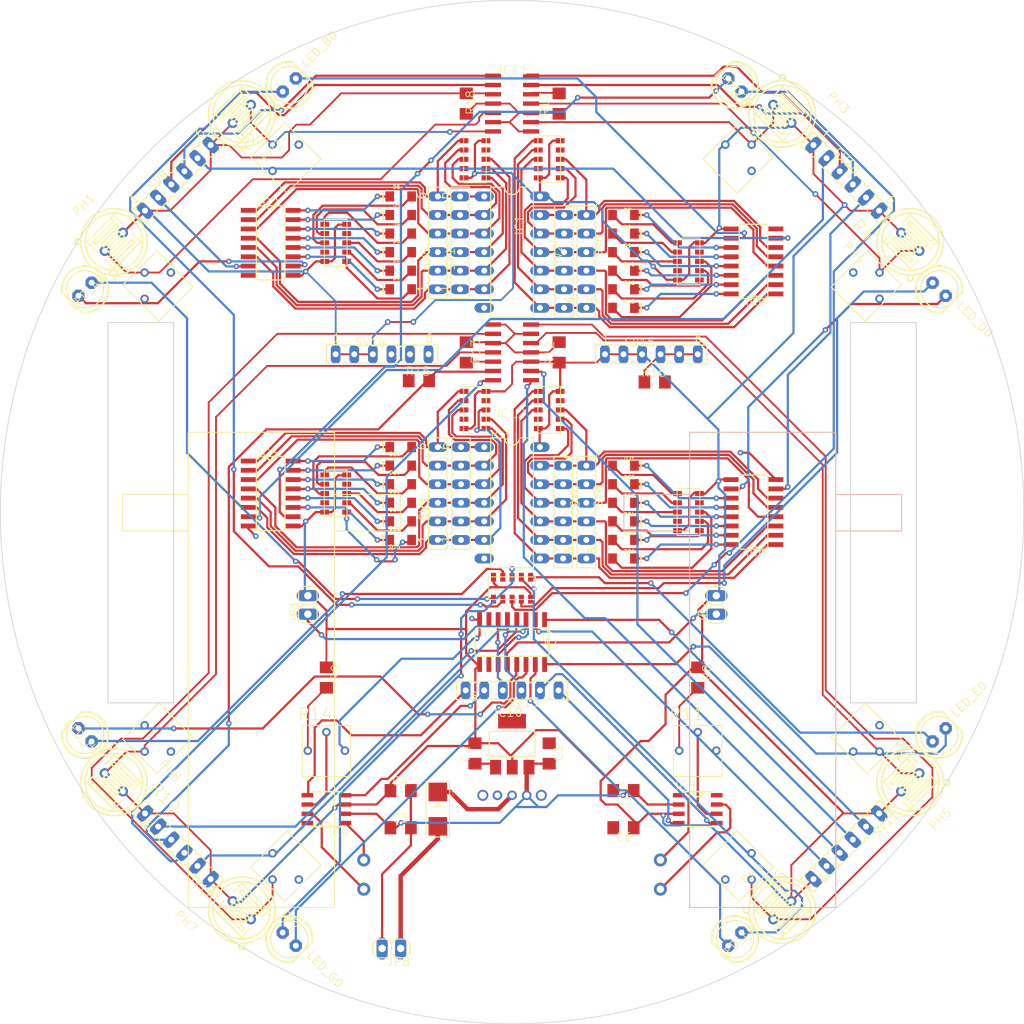
<source format=kicad_pcb>
(kicad_pcb (version 20211014) (generator pcbnew)
  (layers (0 "F.Cu" signal) (31 "B.Cu" signal) (34 "B.Paste" user) (35 "F.Paste" user) (36 "B.SilkS" user "B.Silkscreen") (37 "F.SilkS" user "F.Silkscreen") (38 "B.Mask" user) (39 "F.Mask" user) (44 "Edge.Cuts" user))
  (net 0 "")
  (net 1 "/GND")
  (net 2 "/VIN")
  (net 3 "/RES_D1")
  (net 4 "Net-(D1-PadC)")
  (net 5 "/RES_D2")
  (net 6 "Net-(D2-PadC)")
  (net 7 "/RES_D3")
  (net 8 "Net-(D3-PadC)")
  (net 9 "/RES_D4")
  (net 10 "Net-(D4-PadC)")
  (net 11 "/RES_D5")
  (net 12 "Net-(D5-PadC)")
  (net 13 "/RES_D6")
  (net 14 "Net-(D6-PadC)")
  (net 15 "/RES_D7")
  (net 16 "Net-(D7-PadC)")
  (net 17 "/RES_D8")
  (net 18 "Net-(D8-PadC)")
  (net 19 "/RES_D9")
  (net 20 "Net-(D9-PadC)")
  (net 21 "/RES_D10")
  (net 22 "Net-(D10-PadC)")
  (net 23 "/RES_D11")
  (net 24 "Net-(D11-PadC)")
  (net 25 "/RES_D12")
  (net 26 "Net-(D12-PadC)")
  (net 27 "Net-(D13-PadA)")
  (net 28 "Net-(D13-PadC)")
  (net 29 "/RES_D15")
  (net 30 "Net-(D15-PadC)")
  (net 31 "/RES_D16")
  (net 32 "Net-(D16-PadC)")
  (net 33 "/RES_D17")
  (net 34 "Net-(D17-PadC)")
  (net 35 "/RES_D18")
  (net 36 "Net-(D18-PadC)")
  (net 37 "/RES_D19")
  (net 38 "Net-(D19-PadC)")
  (net 39 "/RES_D20")
  (net 40 "Net-(D20-PadC)")
  (net 41 "/RES_D21")
  (net 42 "Net-(D21-PadC)")
  (net 43 "/RES_D22")
  (net 44 "Net-(D22-PadC)")
  (net 45 "/RES_D23")
  (net 46 "Net-(D23-PadC)")
  (net 47 "/RES_D24")
  (net 48 "Net-(D24-PadC)")
  (net 49 "/RES_D25")
  (net 50 "Net-(D25-PadC)")
  (net 51 "/RES_D26")
  (net 52 "Net-(D26-PadC)")
  (net 53 "/40XX_CH_A_IN_A")
  (net 54 "/40XX_CH_A_IN_B")
  (net 55 "/40XX_CH_A_OUT")
  (net 56 "/40XX_CH_B_OUT")
  (net 57 "/40XX_CH_B_IN_A")
  (net 58 "/40XX_CH_B_IN_B")
  (net 59 "/40XX_CH_C_IN_A")
  (net 60 "/40XX_CH_C_IN_B")
  (net 61 "/40XX_CH_C_OUT")
  (net 62 "/40XX_CH_D_OUT")
  (net 63 "/40XX_CH_D_IN_A")
  (net 64 "/40XX_CH_D_IN_B")
  (net 65 "/LED_CH_A_IN")
  (net 66 "/LED_CH_A_OUT")
  (net 67 "/40XX_CH_E_IN_A")
  (net 68 "/40XX_CH_E_IN_B")
  (net 69 "/40XX_CH_E_OUT")
  (net 70 "/40XX_CH_F_OUT")
  (net 71 "/40XX_CH_F_IN_A")
  (net 72 "/40XX_CH_F_IN_B")
  (net 73 "/40XX_CH_G_IN_A")
  (net 74 "/40XX_CH_G_IN_B")
  (net 75 "/40XX_CH_G_OUT")
  (net 76 "/40XX_CH_H_OUT")
  (net 77 "/40XX_CH_H_IN_A")
  (net 78 "/40XX_CH_H_IN_B")
  (net 79 "/LED_CH_B_IN")
  (net 80 "/LED_CH_B_OUT")
  (net 81 "/LED_CH_C_IN")
  (net 82 "/LED_CH_C_OUT")
  (net 83 "/LED_CH_D_IN")
  (net 84 "/LED_CH_D_OUT")
  (net 85 "/LED_CH_E_IN")
  (net 86 "/LED_CH_F_IN")
  (net 87 "/LED_CH_G_IN")
  (net 88 "/LED_CH_H_IN")
  (net 89 "/OUTPUT_B_IN")
  (net 90 "/OUTPUT_A_IN")
  (net 93 "/OUTPUT_A_OUT")
  (net 94 "/OUTPUT_B_OUT")
  (net 95 "Net-(IC7-Pad13)")
  (net 96 "Net-(IC7-Pad14)")
  (net 97 "Net-(IC7-Pad15)")
  (net 98 "Net-(IC7-Pad16)")
  (net 99 "Net-(IC8-Pad1)")
  (net 100 "/MOTOR_A_FWD")
  (net 101 "/MOTOR_A_REV")
  (net 102 "/MOTOR_A_VREF")
  (net 103 "Net-(IC8-Pad7)")
  (net 104 "Net-(IC9-Pad1)")
  (net 105 "/MOTOR_B_FWD")
  (net 106 "/MOTOR_B_REV")
  (net 107 "/MOTOR_B_VREF")
  (net 108 "Net-(IC9-Pad7)")
  (net 109 "/LDR_CH_B_OUT")
  (net 110 "/LDR_CH_A_OUT")
  (net 111 "/LDR_CH_A_+")
  (net 112 "/LDR_CH_B_+")
  (net 113 "/LDR_CH_C+")
  (net 114 "/LDR_CH_D+")
  (net 115 "/LDR_CH_D_OUT")
  (net 116 "/LDR_CH_C_OUT")
  (net 117 "/LDR_CH_F_OUT")
  (net 118 "/LDR_CH_E_OUT")
  (net 119 "Net-(IC12-Pad10)")
  (net 120 "/LDR_CH_E+")
  (net 121 "/LDR_CH_F+")
  (net 122 "/LDR_CH_G+")
  (net 123 "/LDR_CH_H+")
  (net 124 "/LDR_CH_H_OUT")
  (net 125 "/LDR_CH_G_OUT")
  (net 126 "Net-(LED_A0-PadA)")
  (net 127 "Net-(LED_B0-PadA)")
  (net 128 "Net-(LED_C0-PadA)")
  (net 129 "Net-(LED_D0-PadA)")
  (net 130 "Net-(LED_E0-PadA)")
  (net 131 "Net-(LED_F0-PadA)")
  (net 132 "Net-(LED_G0-PadA)")
  (net 133 "Net-(LED_H0-PadA)")
  (net 141 "Net-(R11-Pad1)")
  (net 142 "Net-(R14-Pad1)")
  (net 144 "Net-(R15-Pad1)")
  (net 145 "Net-(R16-Pad1)")
  (net 163 "/VDD")
  (net 164 "Net-(IC11-Pad10)")
  (footprint "BattleBits_V4:R3216" (layer "F.Cu") (at 154.94 49.1236 90)
    (fp_text reference "R17")
    (fp_text value "5K, 1%")
  )
  (footprint "BattleBits_V4:LED-1206" (layer "F.Cu") (at 133.2611 106.2736 180)
    (fp_text reference "D16")
    (fp_text value "LED1206")
  )
  (footprint "BattleBits_V4:LED-1206" (layer "F.Cu") (at 163.7411 71.9836)
    (fp_text reference "D10")
    (fp_text value "LED1206")
  )
  (footprint "BattleBits_V4:FE06" (layer "F.Cu") (at 141.3891 68.1736 90)
    (fp_text reference "SV1")
    (fp_text value "FE06-1")
  )
  (footprint "BattleBits_V4:FE06" (layer "F.Cu") (at 155.4861 105.0036 -90)
    (fp_text reference "SV4")
    (fp_text value "FE06-1")
  )
  (footprint "BattleBits_V4:SOP8" (layer "F.Cu") (at 123.1011 145.6436 90)
    (fp_text reference "IC9")
    (fp_text value "BD623F")
  )
  (footprint "BattleBits_V4:R3216" (layer "F.Cu") (at 135.76 87.027277)
    (fp_text reference "R15")
    (fp_text value "20K, 1%")
  )
  (footprint "BattleBits_V4:FE06" (layer "F.Cu") (at 194.2211 59.2836 -45)
    (fp_text reference "SV10")
    (fp_text value "FE06-1")
  )
  (footprint "BattleBits_V4:R3216" (layer "F.Cu") (at 168.007778 87.210122)
    (fp_text reference "R16")
    (fp_text value "20K, 1%")
  )
  (footprint "BattleBits_V4:C3216" (layer "F.Cu") (at 143.4211 138.0236 90)
    (fp_text reference "C2")
    (fp_text value "10uF")
  )
  (footprint "BattleBits_V4:3362P-1-103LF" (layer "F.Cu") (at 100.0311 135.9736 135)
    (fp_text reference "R10")
    (fp_text value "3362P-1-103LF")
  )
  (footprint "BattleBits_V4:C3216" (layer "F.Cu") (at 153.5811 138.0236 -90)
    (fp_text reference "C1")
    (fp_text value "10uF")
  )
  (footprint "" (layer "F.Cu") (at 211.5011 105.0036)
    (fp_text reference "@HOLE4" hide)
    (fp_text value "")
  )
  (footprint "BattleBits_V4:R3216" (layer "F.Cu") (at 142.24 49.1236 -90)
    (fp_text reference "R18")
    (fp_text value "5K, 1%")
  )
  (footprint "BattleBits_V4:FE06" (layer "F.Cu") (at 102.7811 150.7236 135)
    (fp_text reference "SV12")
    (fp_text value "FE06-1")
  )
  (footprint "BattleBits_V4:R3216" (layer "F.Cu") (at 173.9011 127.6436 -90)
    (fp_text reference "R8")
    (fp_text value "30k")
  )
  (footprint "BattleBits_V4:FE06" (layer "F.Cu") (at 155.6131 70.7136 -90)
    (fp_text reference "SV2")
    (fp_text value "FE06-1")
  )
  (footprint "BattleBits_V4:LED-1206" (layer "F.Cu") (at 163.7411 98.6536)
    (fp_text reference "D21")
    (fp_text value "LED1206")
  )
  (footprint "BattleBits_V4:EXBA" (layer "F.Cu") (at 124.3711 102.4636 -90)
    (fp_text reference "U$6" hide)
    (fp_text value "10K" hide)
  )
  (footprint "BattleBits_V4:SO16" (layer "F.Cu") (at 115.4811 68.1736 -90)
    (fp_text reference "IC2")
    (fp_text value "ULN2004AD")
  )
  (footprint "BattleBits_V4:3362P-1-103LF" (layer "F.Cu") (at 123.1011 137.6436)
    (fp_text reference "R14")
    (fp_text value "3362P-1-103LF")
  )
  (footprint "BattleBits_V4:1X02" (layer "F.Cu") (at 120.5611 117.7036 90)
    (fp_text reference "JP1")
    (fp_text value "PINHD-1X2")
  )
  (footprint "BattleBits_V4:TO-5_V10" (layer "F.Cu") (at 202.9711 68.0336 -45)
    (fp_text reference "PH4")
    (fp_text value "?1060V")
  )
  (footprint "BattleBits_V4:3362P-1-103LF" (layer "F.Cu") (at 117.5311 56.5336 45)
    (fp_text reference "R2")
    (fp_text value "3362P-1-103LF")
  )
  (footprint "BattleBits_V4:FE06" (layer "F.Cu") (at 148.5011 129.3876 180)
    (fp_text reference "SV13")
    (fp_text value "FE06-1")
  )
  (footprint "BattleBits_V4:R3216" (layer "F.Cu") (at 123.1011 127.6436 -90)
    (fp_text reference "R9")
    (fp_text value "30k")
  )
  (footprint "BattleBits_V4:EXBA" (layer "F.Cu") (at 143.4211 56.7436 -90)
    (fp_text reference "U$3" hide)
    (fp_text value "10K" hide)
  )
  (footprint "BattleBits_V4:EXBA" (layer "F.Cu") (at 124.3711 68.1736 -90)
    (fp_text reference "U$19" hide)
    (fp_text value "10K" hide)
  )
  (footprint "BattleBits_V4:LED-1206" (layer "F.Cu") (at 133.2611 101.1936 180)
    (fp_text reference "D18")
    (fp_text value "LED1206")
  )
  (footprint "BattleBits_V4:SO16" (layer "F.Cu") (at 115.4811 102.4636 -90)
    (fp_text reference "IC5")
    (fp_text value "ULN2004AD" hide)
  )
  (footprint "BattleBits_V4:3362P-1-103LF" (layer "F.Cu") (at 196.9711 135.9736 -135)
    (fp_text reference "R5")
    (fp_text value "3362P-1-103LF")
  )
  (footprint "BattleBits_V4:1X02" (layer "F.Cu") (at 131.9911 164.6936 180)
    (fp_text reference "JP8")
    (fp_text value "PINHD-1X2")
  )
  (footprint "BattleBits_V4:SOT223" (layer "F.Cu") (at 148.5011 136.7536)
    (fp_text reference "IC10")
    (fp_text value "REG1117")
  )
  (footprint "BattleBits_V4:GEARMOTOR" (layer "F.Cu") (at 114.2111 126.5936)
    (fp_text reference "U$2" hide)
    (fp_text value "MOTOR" hide)
    (fp_line (start -21 -47.5) (end -21 4.5) (layer "Edge.Cuts") (width 0.127))
    (fp_line (start -12 4.5) (end -12 -47.5) (layer "Edge.Cuts") (width 0.127))
    (fp_line (start -21 -47.5) (end -12 -47.5) (layer "Edge.Cuts") (width 0.127))
    (fp_line (start -21 4.5) (end -12 4.5) (layer "Edge.Cuts") (width 0.127))
  )
  (footprint "BattleBits_V4:LED-1206" (layer "F.Cu") (at 133.2611 69.4436 180)
    (fp_text reference "D3")
    (fp_text value "LED1206")
  )
  (footprint "BattleBits_V4:DIL14" (layer "F.Cu") (at 148.5011 69.4436 -90)
    (fp_text reference "IC1")
    (fp_text value "4001N")
  )
  (footprint "BattleBits_V4:EXBA" (layer "F.Cu") (at 172.6311 105.0036 90)
    (fp_text reference "U$9" hide)
    (fp_text value "10K" hide)
  )
  (footprint "BattleBits_V4:LED-1206" (layer "F.Cu") (at 163.7411 108.8136)
    (fp_text reference "D25")
    (fp_text value "LED1206")
  )
  (footprint "BattleBits_V4:3362P-1-103LF" (layer "F.Cu") (at 196.9711 74.0336 -45)
    (fp_text reference "R4")
    (fp_text value "3362P-1-103LF")
  )
  (footprint "BattleBits_V4:TO-5_V10" (layer "F.Cu") (at 94.0311 68.0336 -135)
    (fp_text reference "PH1")
    (fp_text value "?1060V")
  )
  (footprint "BattleBits_V4:EXBA" (layer "F.Cu") (at 143.4211 91.0336 -90)
    (fp_text reference "U$11" hide)
    (fp_text value "10K" hide)
  )
  (footprint "BattleBits_V4:TO-5_V10" (layer "F.Cu") (at 111.5311 159.4736 -45)
    (fp_text reference "PH7")
    (fp_text value "?1060V")
  )
  (footprint "BattleBits_V4:LED-1206" (layer "F.Cu") (at 133.2611 66.9036 180)
    (fp_text reference "D4")
    (fp_text value "LED1206")
  )
  (footprint "BattleBits_V4:FE06" (layer "F.Cu") (at 138.3411 102.4636 90)
    (fp_text reference "SV7")
    (fp_text value "FE06-1")
  )
  (footprint "BattleBits_V4:LED-1206" (layer "F.Cu") (at 163.7411 101.1936)
    (fp_text reference "D22")
    (fp_text value "LED1206")
  )
  (footprint "BattleBits_V4:1X02" (layer "F.Cu") (at 176.4411 117.7036 90)
    (fp_text reference "JP2")
    (fp_text value "PINHD-1X2")
  )
  (footprint "BattleBits_V4:FE06" (layer "F.Cu") (at 141.5161 102.4636 90)
    (fp_text reference "SV3")
    (fp_text value "FE06-1")
  )
  (footprint "BattleBits_V4:FE06" (layer "F.Cu") (at 102.7811 59.2836 45)
    (fp_text reference "SV9")
    (fp_text value "FE06-1")
  )
  (footprint "BattleBits_V4:DIL14" (layer "F.Cu") (at 148.5011 103.7336 -90)
    (fp_text reference "IC3")
    (fp_text value "4001N")
  )
  (footprint "BattleBits_V4:LED-1206" (layer "F.Cu") (at 133.2611 71.9836 180)
    (fp_text reference "D2")
    (fp_text value "LED1206")
  )
  (footprint "BattleBits_V4:R3216" (layer "F.Cu") (at 142.24 83.1596 -90)
    (fp_text reference "R13")
    (fp_text value "5K, 1%")
  )
  (footprint "BattleBits_V4:TO-5_V10" (layer "F.Cu") (at 111.5311 50.5336 45)
    (fp_text reference "PH2")
    (fp_text value "?1060V")
  )
  (footprint "BattleBits_V4:SLIDE_SWITCH" (layer "F.Cu") (at 148.5011 143.7496 180)
    (fp_text reference "U$7" hide)
    (fp_text value "SLIDE_SWITCH" hide)
  )
  (footprint "BattleBits_V4:LED-1206" (layer "F.Cu") (at 163.7411 111.3536)
    (fp_text reference "D26")
    (fp_text value "LED1206")
  )
  (footprint "BattleBits_V4:SOP8" (layer "F.Cu") (at 173.9011 145.6436 -90)
    (fp_text reference "IC8")
    (fp_text value "BD623F")
  )
  (footprint "BattleBits_V4:FE06" (layer "F.Cu") (at 130.7211 83.4136)
    (fp_text reference "SV14")
    (fp_text value "FE06-1")
  )
  (footprint "BattleBits_V4:R3216" (layer "F.Cu") (at 154.94 83.1596 90)
    (fp_text reference "R12")
    (fp_text value "5K, 1%")
  )
  (footprint "BattleBits_V4:LED-1206" (layer "F.Cu") (at 133.2611 96.1136 180)
    (fp_text reference "D20")
    (fp_text value "LED1206")
  )
  (footprint "BattleBits_V4:SO14" (layer "F.Cu") (at 148.5011 83.1596 90)
    (fp_text reference "IC12")
    (fp_text value "LM2901D")
  )
  (footprint "BattleBits_V4:SO14" (layer "F.Cu") (at 148.5011 49.1236 -90)
    (fp_text reference "IC11")
    (fp_text value "LM2901D")
  )
  (footprint "BattleBits_V4:TO-5_V10" (layer "F.Cu") (at 185.4711 50.5336 135)
    (fp_text reference "PH3")
    (fp_text value "?1060V")
  )
  (footprint "BattleBits_V4:LED-1206" (layer "F.Cu") (at 163.7411 74.5236)
    (fp_text reference "D11")
    (fp_text value "LED1206")
  )
  (footprint "BattleBits_V4:FE06" (layer "F.Cu") (at 158.6611 105.0036 -90)
    (fp_text reference "SV8")
    (fp_text value "FE06-1")
  )
  (footprint "BattleBits_V4:SO16" (layer "F.Cu") (at 181.5211 105.0036 90)
    (fp_text reference "IC6")
    (fp_text value "ULN2004AD" hide)
  )
  (footprint "BattleBits_V4:LED5MM" (layer "F.Cu") (at 178.9811 163.4236 -135)
    (fp_text reference "LED_F0")
    (fp_text value "LED5MM")
  )
  (footprint "" (layer "F.Cu") (at 148.5011 165.0036)
    (fp_text reference "@HOLE0" hide)
    (fp_text value "")
  )
  (footprint "BattleBits_V4:SO16" (layer "F.Cu") (at 181.5211 70.7136 90)
    (fp_text reference "IC4")
    (fp_text value "ULN2004AD")
  )
  (footprint "BattleBits_V4:LED5MM" (layer "F.Cu") (at 90.0811 74.5236 -135)
    (fp_text reference "LED_A0")
    (fp_text value "LED5MM")
  )
  (footprint "BattleBits_V4:LED-1206" (layer "F.Cu") (at 163.7411 66.9036)
    (fp_text reference "D8")
    (fp_text value "LED1206")
  )
  (footprint "BattleBits_V4:FE06" (layer "F.Cu") (at 138.3411 68.1736 90)
    (fp_text reference "SV5")
    (fp_text value "FE06-1")
  )
  (footprint "BattleBits_V4:SMADIODE" (layer "F.Cu") (at 138.3411 145.6436 -90)
    (fp_text reference "D13")
    (fp_text value "DIODESMA")
  )
  (footprint "BattleBits_V4:LED-1206" (layer "F.Cu") (at 133.2611 103.7336 180)
    (fp_text reference "D17")
    (fp_text value "LED1206")
  )
  (footprint "" (layer "F.Cu") (at 138.5011 155.0036)
    (fp_text reference "@HOLE1" hide)
    (fp_text value "")
  )
  (footprint "BattleBits_V4:TO-5_V10" (layer "F.Cu") (at 94.0311 141.9736 135)
    (fp_text reference "PH8")
    (fp_text value "?1060V")
  )
  (footprint "BattleBits_V4:LED5MM" (layer "F.Cu") (at 90.0811 135.4836 135)
    (fp_text reference "LED_H0")
    (fp_text value "LED5MM")
  )
  (footprint "BattleBits_V4:C3216" (layer "F.Cu") (at 133.2611 143.1036)
    (fp_text reference "C4")
    (fp_text value "10uF")
  )
  (footprint "BattleBits_V4:C3216" (layer "F.Cu") (at 133.2611 148.1836)
    (fp_text reference "C3")
    (fp_text value "10uF")
  )
  (footprint "BattleBits_V4:C3216" (layer "F.Cu") (at 163.7411 148.1836 180)
    (fp_text reference "C6")
    (fp_text value "10uF")
  )
  (footprint "BattleBits_V4:C3216" (layer "F.Cu") (at 163.7411 143.1036 180)
    (fp_text reference "C5")
    (fp_text value "10uF")
  )
  (footprint "" (layer "F.Cu") (at 85.5011 105.0036)
    (fp_text reference "@HOLE3" hide)
    (fp_text value "")
  )
  (footprint "BattleBits_V4:LED-1206" (layer "F.Cu") (at 163.7411 103.7336)
    (fp_text reference "D23")
    (fp_text value "LED1206")
  )
  (footprint "BattleBits_V4:LED-1206" (layer "F.Cu") (at 133.2611 98.6536 180)
    (fp_text reference "D19")
    (fp_text value "LED1206")
  )
  (footprint "BattleBits_V4:EXBA" (layer "F.Cu") (at 153.5811 91.0336 -90)
    (fp_text reference "U$20" hide)
    (fp_text value "10K" hide)
  )
  (footprint "" (layer "F.Cu") (at 158.5011 155.0036)
    (fp_text reference "@HOLE2" hide)
    (fp_text value "")
  )
  (footprint "BattleBits_V4:LED-1206" (layer "F.Cu") (at 163.7411 69.4436)
    (fp_text reference "D9")
    (fp_text value "LED1206")
  )
  (footprint "BattleBits_V4:LED5MM" (layer "F.Cu") (at 206.9211 135.4836 45)
    (fp_text reference "LED_E0")
    (fp_text value "LED5MM")
  )
  (footprint "BattleBits_V4:SO16" (layer "F.Cu") (at 148.5011 122.7836 180)
    (fp_text reference "IC7")
    (fp_text value "ULN2004AD")
  )
  (footprint "" (layer "F.Cu") (at 148.5011 42.0036)
    (fp_text reference "@HOLE5" hide)
    (fp_text value "")
  )
  (footprint "BattleBits_V4:LED-1206" (layer "F.Cu") (at 163.7411 77.0636)
    (fp_text reference "D12")
    (fp_text value "LED1206")
  )
  (footprint "BattleBits_V4:3362P-1-103LF" (layer "F.Cu") (at 179.4711 153.4736 -135)
    (fp_text reference "R6")
    (fp_text value "3362P-1-103LF")
  )
  (footprint "BattleBits_V4:LED-1206" (layer "F.Cu") (at 133.2611 108.8136 180)
    (fp_text reference "D15")
    (fp_text value "LED1206")
  )
  (footprint "BattleBits_V4:LED5MM" (layer "F.Cu") (at 118.0211 46.5836 45)
    (fp_text reference "LED_B0")
    (fp_text value "LED5MM")
  )
  (footprint "BattleBits_V4:LED-1206" (layer "F.Cu") (at 133.2611 64.3636 180)
    (fp_text reference "D5")
    (fp_text value "LED1206")
  )
  (footprint "BattleBits_V4:FE06" (layer "F.Cu") (at 167.5511 83.4136)
    (fp_text reference "SV15")
    (fp_text value "FE06-1")
  )
  (footprint "BattleBits_V4:EXBA" (layer "F.Cu") (at 172.6311 70.7136 90)
    (fp_text reference "U$5" hide)
    (fp_text value "10K" hide)
  )
  (footprint "BattleBits_V4:LED-1206" (layer "F.Cu") (at 163.7411 64.3636)
    (fp_text reference "D7")
    (fp_text value "LED1206")
  )
  (footprint "BattleBits_V4:FE06" (layer "F.Cu") (at 194.2211 150.7236 -135)
    (fp_text reference "SV11")
    (fp_text value "FE06-1")
  )
  (footprint "BattleBits_V4:EXBA" (layer "F.Cu") (at 153.5811 56.7436 -90)
    (fp_text reference "U$10" hide)
    (fp_text value "10K" hide)
  )
  (footprint "BattleBits_V4:LED-1206" (layer "F.Cu") (at 163.7411 106.2736)
    (fp_text reference "D24")
    (fp_text value "LED1206")
  )
  (footprint "BattleBits_V4:3362P-1-103LF" (layer "F.Cu") (at 173.9011 137.6436)
    (fp_text reference "R11")
    (fp_text value "3362P-1-103LF")
  )
  (footprint "BattleBits_V4:LED-1206" (layer "F.Cu") (at 133.2611 74.5236 180)
    (fp_text reference "D1")
    (fp_text value "LED1206")
  )
  (footprint "BattleBits_V4:3362P-1-103LF" (layer "F.Cu") (at 100.0311 74.0336 45)
    (fp_text reference "R1")
    (fp_text value "3362P-1-103LF")
  )
  (footprint "BattleBits_V4:FE06" (layer "F.Cu") (at 158.6611 70.7136 -90)
    (fp_text reference "SV6")
    (fp_text value "FE06-1")
  )
  (footprint "BattleBits_V4:LED5MM" (layer "F.Cu") (at 178.9811 46.5836 135)
    (fp_text reference "LED_C0")
    (fp_text value "LED5MM")
  )
  (footprint "BattleBits_V4:TO-5_V10" (layer "F.Cu") (at 202.9711 141.9736 45)
    (fp_text reference "PH5")
    (fp_text value "?1060V")
  )
  (footprint "BattleBits_V4:3362P-1-103LF" (layer "F.Cu") (at 117.5311 153.4736 135)
    (fp_text reference "R7")
    (fp_text value "3362P-1-103LF")
  )
  (footprint "BattleBits_V4:TO-5_V10" (layer "F.Cu") (at 185.4711 159.4736 -135)
    (fp_text reference "PH6")
    (fp_text value "?1060V")
  )
  (footprint "BattleBits_V4:LED5MM" (layer "F.Cu") (at 206.9211 74.5236 -45)
    (fp_text reference "LED_D0")
    (fp_text value "LED5MM")
  )
  (footprint "BattleBits_V4:LED-1206" (layer "F.Cu") (at 133.2611 61.8236 180)
    (fp_text reference "D6")
    (fp_text value "LED1206")
  )
  (footprint "BattleBits_V4:EXBA" (layer "F.Cu") (at 148.5011 115.4176)
    (fp_text reference "U$4" hide)
    (fp_text value "330" hide)
  )
  (footprint "BattleBits_V4:LED5MM" (layer "F.Cu") (at 118.0211 163.4236 -45)
    (fp_text reference "LED_G0")
    (fp_text value "LED5MM")
  )
  (footprint "BattleBits_V4:3362P-1-103LF" (layer "F.Cu") (at 179.4711 56.5336 -45)
    (fp_text reference "R3")
    (fp_text value "3362P-1-103LF")
  )
  (footprint "BattleBits_V4:GEARMOTOR" (layer "B.Cu") (at 182.7911 126.5936 180)
    (fp_text reference "U$1" hide)
    (fp_text value "MOTOR" hide)
    (fp_line (start -21 47.5) (end -21 -4.5) (layer "Edge.Cuts") (width 0.127))
    (fp_line (start -21 -4.5) (end -12 -4.5) (layer "Edge.Cuts") (width 0.127))
    (fp_line (start -12 -4.5) (end -12 47.5) (layer "Edge.Cuts") (width 0.127))
    (fp_line (start -21 47.5) (end -12 47.5) (layer "Edge.Cuts") (width 0.127))
  )
  (gr_circle (center 148.5011 105.0036) (end 218.5011 105.0036) (layer "Edge.Cuts") (width 0.1) (fill none))
  (segment (start 130.7211 164.6936) (end 130.7211 154.5336) (width 0.3048) (layer "F.Cu") (net 1))
  (segment (start 180.9214 96.8855) (end 179.7431 96.8855) (width 0.3048) (layer "F.Cu") (net 1))
  (segment (start 151.2995 47.6552) (end 154.8716 47.6552) (width 0.25) (layer "F.Cu") (net 1))
  (segment (start 144.0561 121.8946) (end 143.6751 122.2756) (width 0.3048) (layer "F.Cu") (net 1))
  (segment (start 134.6611 150.5936) (end 134.6611 143.1036) (width 0.3048) (layer "F.Cu") (net 1))
  (segment (start 143.1417 119.7102) (end 142.989657 119.558156) (width 0.3048) (layer "F.Cu") (net 1))
  (segment (start 112.4077 106.9086) (end 112.4077 107.2642) (width 0.3048) (layer "F.Cu") (net 1))
  (segment (start 130.7211 154.5336) (end 134.6611 150.5936) (width 0.3048) (layer "F.Cu") (net 1))
  (segment (start 134.6611 143.1036) (end 134.6611 148.1836) (width 0.3048) (layer "F.Cu") (net 1))
  (segment (start 144.0561 119.7102) (end 144.0561 121.8946) (width 0.3048) (layer "F.Cu") (net 1))
  (segment (start 145.9011 84.4296) (end 142.37 84.4296) (width 0.25) (layer "F.Cu") (net 1))
  (segment (start 151.1011 47.8536) (end 151.2995 47.6552) (width 0.25) (layer "F.Cu") (net 1))
  (segment (start 146.2405 139.9032) (end 145.7609 139.4236) (width 0.3048) (layer "F.Cu") (net 1))
  (segment (start 154.8716 47.6552) (end 154.94 47.7236) (width 0.25) (layer "F.Cu") (net 1))
  (segment (start 142.37 84.4296) (end 142.24 84.5596) (width 0.25) (layer "F.Cu") (net 1))
  (segment (start 184.5945 100.5586) (end 180.9214 96.8855) (width 0.3048) (layer "F.Cu") (net 1))
  (segment (start 144.0561 119.7102) (end 143.1417 119.7102) (width 0.3048) (layer "F.Cu") (net 1))
  (segment (start 145.7609 139.4236) (end 143.4211 139.4236) (width 0.3048) (layer "F.Cu") (net 1))
  (segment (start 112.4077 107.2642) (end 113.4491 108.3056) (width 0.3048) (layer "F.Cu") (net 1))
  (via (at 113.4491 108.3056) (size 0.7564) (drill 0.35) (layers "F.Cu" "B.Cu") (net 1))
  (via (at 179.7431 96.8855) (size 0.7564) (drill 0.35) (layers "F.Cu" "B.Cu") (net 1))
  (via (at 143.6751 122.2756) (size 0.7564) (drill 0.35) (layers "F.Cu" "B.Cu") (net 1))
  (via (at 142.989657 119.558156) (size 0.7564) (drill 0.35) (layers "F.Cu" "B.Cu") (net 1))
  (segment (start 143.6751 122.2756) (end 143.2244 122.2756) (width 0.3048) (layer "B.Cu") (net 1))
  (segment (start 143.2244 122.2756) (end 140.4304 125.0696) (width 0.3048) (layer "B.Cu") (net 1))
  (segment (start 124.899291 136.742796) (end 125.8791 137.7226) (width 0.3048) (layer "B.Cu") (net 1))
  (segment (start 133.369857 125.0696) (end 140.4304 125.0696) (width 0.3048) (layer "B.Cu") (net 1))
  (segment (start 124.899291 136.742796) (end 124.899291 133.540165) (width 0.3048) (layer "B.Cu") (net 1))
  (segment (start 124.899291 133.540165) (end 133.369857 125.0696) (width 0.3048) (layer "B.Cu") (net 1))
  (segment (start 150.5011 140.2146) (end 150.8125 139.9032) (width 0.6096) (layer "F.Cu") (net 2))
  (segment (start 164.2745 143.1798) (end 165.0746 143.1798) (width 0.3048) (layer "F.Cu") (net 2))
  (segment (start 151.2921 139.4236) (end 153.5811 139.4236) (width 0.3048) (layer "F.Cu") (net 2))
  (segment (start 129.9561 146.2786) (end 131.8611 148.1836) (width 0.3048) (layer "F.Cu") (net 2))
  (segment (start 150.8125 139.9032) (end 151.2921 139.4236) (width 0.3048) (layer "F.Cu") (net 2))
  (segment (start 125.7011 146.2786) (end 129.9561 146.2786) (width 0.3048) (layer "F.Cu") (net 2))
  (segment (start 150.5011 143.7496) (end 150.5011 140.2146) (width 0.6096) (layer "F.Cu") (net 2))
  (segment (start 163.703 143.7513) (end 164.2745 143.1798) (width 0.3048) (layer "F.Cu") (net 2))
  (segment (start 131.9276 148.0947) (end 131.8611 148.1836) (width 0.3048) (layer "F.Cu") (net 2))
  (segment (start 132.7277 148.0947) (end 131.9276 148.0947) (width 0.3048) (layer "F.Cu") (net 2))
  (segment (start 167.0461 145.0086) (end 171.3011 145.0086) (width 0.3048) (layer "F.Cu") (net 2))
  (segment (start 165.1411 143.1036) (end 167.0461 145.0086) (width 0.3048) (layer "F.Cu") (net 2))
  (segment (start 165.0746 143.1798) (end 165.1411 143.1036) (width 0.3048) (layer "F.Cu") (net 2))
  (segment (start 133.2992 147.5232) (end 132.7277 148.0947) (width 0.3048) (layer "F.Cu") (net 2))
  (via (at 163.703 143.7513) (size 0.7564) (drill 0.35) (layers "F.Cu" "B.Cu") (net 2))
  (via (at 133.2992 147.5232) (size 0.7564) (drill 0.35) (layers "F.Cu" "B.Cu") (net 2))
  (segment (start 149.987 145.3515) (end 148.9583 145.3515) (width 0.3048) (layer "B.Cu") (net 2))
  (segment (start 150.5585 143.7513) (end 150.5011 143.7496) (width 0.3048) (layer "B.Cu") (net 2))
  (segment (start 154.7876 143.7513) (end 163.703 143.7513) (width 0.3048) (layer "B.Cu") (net 2))
  (segment (start 148.9049 145.4049) (end 146.7866 147.5232) (width 0.3048) (layer "B.Cu") (net 2))
  (segment (start 150.5011 143.7496) (end 152.103 145.3515) (width 0.3048) (layer "B.Cu") (net 2))
  (segment (start 152.103 145.3515) (end 153.0731 145.3515) (width 0.3048) (layer "B.Cu") (net 2))
  (segment (start 153.1874 145.3515) (end 154.7876 143.7513) (width 0.3048) (layer "B.Cu") (net 2))
  (segment (start 153.0731 145.3515) (end 153.1874 145.3515) (width 0.3048) (layer "B.Cu") (net 2))
  (segment (start 149.47265 144.83715) (end 148.9049 145.4049) (width 0.3048) (layer "B.Cu") (net 2))
  (segment (start 150.5585 143.7513) (end 149.47265 144.83715) (width 0.3048) (layer "B.Cu") (net 2))
  (segment (start 146.7866 147.5232) (end 133.2992 147.5232) (width 0.3048) (layer "B.Cu") (net 2))
  (segment (start 149.987 145.3515) (end 152.103 145.3515) (width 0.3048) (layer "B.Cu") (net 2))
  (segment (start 148.9583 145.3515) (end 148.9049 145.4049) (width 0.3048) (layer "B.Cu") (net 2))
  (segment (start 134.7611 74.5236) (end 133.4911 75.7936) (width 0.3048) (layer "F.Cu") (net 3))
  (segment (start 133.4911 75.7936) (end 130.0861 75.7936) (width 0.3048) (layer "F.Cu") (net 3))
  (segment (start 130.0861 75.7936) (end 125.8711 71.5786) (width 0.3048) (layer "F.Cu") (net 3))
  (segment (start 125.8711 71.5786) (end 125.8711 70.7136) (width 0.3048) (layer "F.Cu") (net 3))
  (segment (start 118.5545 70.0786) (end 120.5611 70.0786) (width 0.3048) (layer "F.Cu") (net 4))
  (segment (start 131.7611 74.5236) (end 130.0861 74.5236) (width 0.3048) (layer "F.Cu") (net 4))
  (via (at 130.0861 74.5236) (size 0.7564) (drill 0.35) (layers "F.Cu" "B.Cu") (net 4))
  (via (at 120.5611 70.0786) (size 0.7564) (drill 0.35) (layers "F.Cu" "B.Cu") (net 4))
  (segment (start 125.6411 70.0786) (end 130.0861 74.5236) (width 0.3048) (layer "B.Cu") (net 4))
  (segment (start 120.5611 70.0786) (end 125.6411 70.0786) (width 0.3048) (layer "B.Cu") (net 4))
  (segment (start 126.2761 69.4436) (end 125.8711 69.4436) (width 0.3048) (layer "F.Cu") (net 5))
  (segment (start 133.4911 73.2536) (end 130.0861 73.2536) (width 0.3048) (layer "F.Cu") (net 5))
  (segment (start 134.7611 71.9836) (end 133.4911 73.2536) (width 0.3048) (layer "F.Cu") (net 5))
  (segment (start 130.0861 73.2536) (end 126.2761 69.4436) (width 0.3048) (layer "F.Cu") (net 5))
  (segment (start 131.7611 71.9836) (end 130.0861 71.9836) (width 0.3048) (layer "F.Cu") (net 6))
  (segment (start 118.5545 68.8086) (end 120.5611 68.8086) (width 0.3048) (layer "F.Cu") (net 6))
  (via (at 120.5611 68.8086) (size 0.7564) (drill 0.35) (layers "F.Cu" "B.Cu") (net 6))
  (via (at 130.0861 71.9836) (size 0.7564) (drill 0.35) (layers "F.Cu" "B.Cu") (net 6))
  (segment (start 126.9111 68.8086) (end 130.0861 71.9836) (width 0.3048) (layer "B.Cu") (net 6))
  (segment (start 120.5611 68.8086) (end 126.9111 68.8086) (width 0.3048) (layer "B.Cu") (net 6))
  (segment (start 134.7611 69.4436) (end 133.4911 70.7136) (width 0.3048) (layer "F.Cu") (net 7))
  (segment (start 133.4911 70.7136) (end 130.0861 70.7136) (width 0.3048) (layer "F.Cu") (net 7))
  (segment (start 127.5461 68.1736) (end 125.8711 68.1736) (width 0.3048) (layer "F.Cu") (net 7))
  (segment (start 130.0861 70.7136) (end 127.5461 68.1736) (width 0.3048) (layer "F.Cu") (net 7))
  (segment (start 131.7611 69.4436) (end 130.0861 69.4436) (width 0.3048) (layer "F.Cu") (net 8))
  (segment (start 118.5545 67.5386) (end 120.5611 67.5386) (width 0.3048) (layer "F.Cu") (net 8))
  (via (at 120.5611 67.5386) (size 0.7564) (drill 0.35) (layers "F.Cu" "B.Cu") (net 8))
  (via (at 130.0861 69.4436) (size 0.7564) (drill 0.35) (layers "F.Cu" "B.Cu") (net 8))
  (segment (start 128.1811 67.5386) (end 130.0861 69.4436) (width 0.3048) (layer "B.Cu") (net 8))
  (segment (start 120.5611 67.5386) (end 128.1811 67.5386) (width 0.3048) (layer "B.Cu") (net 8))
  (segment (start 122.8471 64.6176) (end 123.4059 64.0588) (width 0.3048) (layer "F.Cu") (net 9))
  (segment (start 134.7611 66.9036) (end 133.4911 68.1736) (width 0.3048) (layer "F.Cu") (net 9))
  (segment (start 130.0861 68.1736) (end 133.4911 68.1736) (width 0.3048) (layer "F.Cu") (net 9))
  (segment (start 125.9713 64.0588) (end 130.0861 68.1736) (width 0.3048) (layer "F.Cu") (net 9))
  (segment (start 122.8471 65.6096) (end 122.8471 64.6176) (width 0.3048) (layer "F.Cu") (net 9))
  (segment (start 122.8711 65.6336) (end 122.8471 65.6096) (width 0.3048) (layer "F.Cu") (net 9))
  (segment (start 123.4059 64.0588) (end 125.9713 64.0588) (width 0.3048) (layer "F.Cu") (net 9))
  (segment (start 131.7611 66.9036) (end 130.0861 66.9036) (width 0.3048) (layer "F.Cu") (net 10))
  (segment (start 118.5545 66.2686) (end 120.5611 66.2686) (width 0.3048) (layer "F.Cu") (net 10))
  (via (at 130.0861 66.9036) (size 0.7564) (drill 0.35) (layers "F.Cu" "B.Cu") (net 10))
  (via (at 120.5611 66.2686) (size 0.7564) (drill 0.35) (layers "F.Cu" "B.Cu") (net 10))
  (segment (start 129.4511 66.2686) (end 130.0861 66.9036) (width 0.3048) (layer "B.Cu") (net 10))
  (segment (start 120.5611 66.2686) (end 129.4511 66.2686) (width 0.3048) (layer "B.Cu") (net 10))
  (segment (start 122.8711 66.9036) (end 122.0851 66.9036) (width 0.3048) (layer "F.Cu") (net 11))
  (segment (start 122.0851 66.9036) (end 121.7803 66.5988) (width 0.3048) (layer "F.Cu") (net 11))
  (segment (start 134.7611 64.3636) (end 133.4911 65.6336) (width 0.3048) (layer "F.Cu") (net 11))
  (segment (start 121.7803 66.5988) (end 121.7803 64.552982) (width 0.3048) (layer "F.Cu") (net 11))
  (segment (start 121.7803 64.552982) (end 122.731682 63.6016) (width 0.3048) (layer "F.Cu") (net 11))
  (segment (start 122.731682 63.6016) (end 128.0541 63.6016) (width 0.3048) (layer "F.Cu") (net 11))
  (segment (start 130.0861 65.6336) (end 128.0541 63.6016) (width 0.3048) (layer "F.Cu") (net 11))
  (segment (start 133.4911 65.6336) (end 130.0861 65.6336) (width 0.3048) (layer "F.Cu") (net 11))
  (segment (start 131.7611 64.3636) (end 130.0861 64.3636) (width 0.3048) (layer "F.Cu") (net 12))
  (segment (start 118.5545 64.9986) (end 120.5611 64.9986) (width 0.3048) (layer "F.Cu") (net 12))
  (via (at 120.5611 64.9986) (size 0.7564) (drill 0.35) (layers "F.Cu" "B.Cu") (net 12))
  (via (at 130.0861 64.3636) (size 0.7564) (drill 0.35) (layers "F.Cu" "B.Cu") (net 12))
  (segment (start 120.5611 64.9986) (end 129.4511 64.9986) (width 0.3048) (layer "B.Cu") (net 12))
  (segment (start 129.4511 64.9986) (end 130.0861 64.3636) (width 0.3048) (layer "B.Cu") (net 12))
  (segment (start 122.8711 68.1736) (end 121.8311 68.1736) (width 0.3048) (layer "F.Cu") (net 13))
  (segment (start 122.5931 63.0936) (end 133.4911 63.0936) (width 0.3048) (layer "F.Cu") (net 13))
  (segment (start 121.3231 64.3636) (end 122.5931 63.0936) (width 0.3048) (layer "F.Cu") (net 13))
  (segment (start 121.8311 68.1736) (end 121.3231 67.6656) (width 0.3048) (layer "F.Cu") (net 13))
  (segment (start 133.4911 63.0936) (end 134.7611 61.8236) (width 0.3048) (layer "F.Cu") (net 13))
  (segment (start 121.3231 67.6656) (end 121.3231 64.3636) (width 0.3048) (layer "F.Cu") (net 13))
  (segment (start 118.5545 63.7286) (end 120.5611 63.7286) (width 0.3048) (layer "F.Cu") (net 14))
  (segment (start 131.7611 61.8236) (end 130.0861 61.8236) (width 0.3048) (layer "F.Cu") (net 14))
  (via (at 120.5611 63.7286) (size 0.7564) (drill 0.35) (layers "F.Cu" "B.Cu") (net 14))
  (via (at 130.0861 61.8236) (size 0.7564) (drill 0.35) (layers "F.Cu" "B.Cu") (net 14))
  (segment (start 128.1811 63.7286) (end 130.0861 61.8236) (width 0.3048) (layer "B.Cu") (net 14))
  (segment (start 120.5611 63.7286) (end 128.1811 63.7286) (width 0.3048) (layer "B.Cu") (net 14))
  (segment (start 167.8051 65.6336) (end 163.5111 65.6336) (width 0.3048) (layer "F.Cu") (net 15))
  (segment (start 171.1311 68.1736) (end 170.3451 68.1736) (width 0.3048) (layer "F.Cu") (net 15))
  (segment (start 170.3451 68.1736) (end 167.8051 65.6336) (width 0.3048) (layer "F.Cu") (net 15))
  (segment (start 163.5111 65.6336) (end 162.2411 64.3636) (width 0.3048) (layer "F.Cu") (net 15))
  (segment (start 165.2411 64.3636) (end 166.9161 64.3636) (width 0.3048) (layer "F.Cu") (net 16))
  (segment (start 178.4477 68.8086) (end 176.4411 68.8086) (width 0.3048) (layer "F.Cu") (net 16))
  (via (at 176.4411 68.8086) (size 0.7564) (drill 0.35) (layers "F.Cu" "B.Cu") (net 16))
  (via (at 166.9161 64.3636) (size 0.7564) (drill 0.35) (layers "F.Cu" "B.Cu") (net 16))
  (segment (start 171.3611 68.8086) (end 166.9161 64.3636) (width 0.3048) (layer "B.Cu") (net 16))
  (segment (start 176.4411 68.8086) (end 171.3611 68.8086) (width 0.3048) (layer "B.Cu") (net 16))
  (segment (start 162.2411 66.9036) (end 163.5111 68.1736) (width 0.3048) (layer "F.Cu") (net 17))
  (segment (start 171.1311 69.4436) (end 170.3451 69.4436) (width 0.3048) (layer "F.Cu") (net 17))
  (segment (start 163.5111 68.1736) (end 169.0751 68.1736) (width 0.3048) (layer "F.Cu") (net 17))
  (segment (start 170.3451 69.4436) (end 169.0751 68.1736) (width 0.3048) (layer "F.Cu") (net 17))
  (segment (start 178.4477 70.0786) (end 176.4411 70.0786) (width 0.3048) (layer "F.Cu") (net 18))
  (segment (start 165.2411 66.9036) (end 166.9161 66.9036) (width 0.3048) (layer "F.Cu") (net 18))
  (via (at 176.4411 70.0786) (size 0.7564) (drill 0.35) (layers "F.Cu" "B.Cu") (net 18))
  (via (at 166.9161 66.9036) (size 0.7564) (drill 0.35) (layers "F.Cu" "B.Cu") (net 18))
  (segment (start 170.0911 70.0786) (end 166.9161 66.9036) (width 0.3048) (layer "B.Cu") (net 18))
  (segment (start 176.4411 70.0786) (end 170.0911 70.0786) (width 0.3048) (layer "B.Cu") (net 18))
  (segment (start 162.2411 69.4436) (end 163.5111 70.7136) (width 0.3048) (layer "F.Cu") (net 19))
  (segment (start 171.1311 70.7136) (end 163.5111 70.7136) (width 0.3048) (layer "F.Cu") (net 19))
  (segment (start 178.4477 71.3486) (end 176.4411 71.3486) (width 0.3048) (layer "F.Cu") (net 20))
  (segment (start 165.2411 69.4436) (end 166.9161 69.4436) (width 0.3048) (layer "F.Cu") (net 20))
  (via (at 166.9161 69.4436) (size 0.7564) (drill 0.35) (layers "F.Cu" "B.Cu") (net 20))
  (via (at 176.4411 71.3486) (size 0.7564) (drill 0.35) (layers "F.Cu" "B.Cu") (net 20))
  (segment (start 168.8211 71.3486) (end 166.9161 69.4436) (width 0.3048) (layer "B.Cu") (net 20))
  (segment (start 176.4411 71.3486) (end 168.8211 71.3486) (width 0.3048) (layer "B.Cu") (net 20))
  (segment (start 174.1551 73.2776) (end 174.1551 74.0156) (width 0.3048) (layer "F.Cu") (net 21))
  (segment (start 162.2411 71.9836) (end 163.5111 73.2536) (width 0.3048) (layer "F.Cu") (net 21))
  (segment (start 174.1311 73.2536) (end 174.1551 73.2776) (width 0.3048) (layer "F.Cu") (net 21))
  (segment (start 166.9161 73.2536) (end 163.5111 73.2536) (width 0.3048) (layer "F.Cu") (net 21))
  (segment (start 167.6781 74.0156) (end 166.9161 73.2536) (width 0.3048) (layer "F.Cu") (net 21))
  (segment (start 174.1551 74.0156) (end 167.6781 74.0156) (width 0.3048) (layer "F.Cu") (net 21))
  (segment (start 178.4477 72.6186) (end 176.4411 72.6186) (width 0.3048) (layer "F.Cu") (net 22))
  (segment (start 165.2411 71.9836) (end 166.9161 71.9836) (width 0.3048) (layer "F.Cu") (net 22))
  (via (at 166.9161 71.9836) (size 0.7564) (drill 0.35) (layers "F.Cu" "B.Cu") (net 22))
  (via (at 176.4411 72.6186) (size 0.7564) (drill 0.35) (layers "F.Cu" "B.Cu") (net 22))
  (segment (start 167.5511 72.6186) (end 166.9161 71.9836) (width 0.3048) (layer "B.Cu") (net 22))
  (segment (start 176.4411 72.6186) (end 167.5511 72.6186) (width 0.3048) (layer "B.Cu") (net 22))
  (segment (start 174.9171 71.9836) (end 175.3009 72.3674) (width 0.3048) (layer "F.Cu") (net 23))
  (segment (start 175.3009 72.3674) (end 175.3009 73.826219) (width 0.3048) (layer "F.Cu") (net 23))
  (segment (start 173.333518 75.7936) (end 163.5111 75.7936) (width 0.3048) (layer "F.Cu") (net 23))
  (segment (start 174.1311 71.9836) (end 174.9171 71.9836) (width 0.3048) (layer "F.Cu") (net 23))
  (segment (start 175.3009 73.826219) (end 173.333518 75.7936) (width 0.3048) (layer "F.Cu") (net 23))
  (segment (start 163.5111 75.7936) (end 162.2411 74.5236) (width 0.3048) (layer "F.Cu") (net 23))
  (segment (start 165.2411 74.5236) (end 166.9161 74.5236) (width 0.3048) (layer "F.Cu") (net 24))
  (segment (start 178.4477 73.8886) (end 176.4411 73.8886) (width 0.3048) (layer "F.Cu") (net 24))
  (via (at 166.9161 74.5236) (size 0.7564) (drill 0.35) (layers "F.Cu" "B.Cu") (net 24))
  (via (at 176.4411 73.8886) (size 0.7564) (drill 0.35) (layers "F.Cu" "B.Cu") (net 24))
  (segment (start 167.5511 73.8886) (end 166.9161 74.5236) (width 0.3048) (layer "B.Cu") (net 24))
  (segment (start 176.4411 73.8886) (end 167.5511 73.8886) (width 0.3048) (layer "B.Cu") (net 24))
  (segment (start 175.7581 71.5546) (end 175.7581 74.0156) (width 0.3048) (layer "F.Cu") (net 25))
  (segment (start 163.5111 78.3336) (end 162.2411 77.0636) (width 0.3048) (layer "F.Cu") (net 25))
  (segment (start 174.1311 70.7136) (end 174.9171 70.7136) (width 0.3048) (layer "F.Cu") (net 25))
  (segment (start 171.4401 78.3336) (end 163.5111 78.3336) (width 0.3048) (layer "F.Cu") (net 25))
  (segment (start 174.9171 70.7136) (end 175.7581 71.5546) (width 0.3048) (layer "F.Cu") (net 25))
  (segment (start 175.7581 74.0156) (end 171.4401 78.3336) (width 0.3048) (layer "F.Cu") (net 25))
  (segment (start 165.2411 77.0636) (end 166.9161 77.0636) (width 0.3048) (layer "F.Cu") (net 26))
  (segment (start 178.4477 75.1586) (end 176.4411 75.1586) (width 0.3048) (layer "F.Cu") (net 26))
  (via (at 166.9161 77.0636) (size 0.7564) (drill 0.35) (layers "F.Cu" "B.Cu") (net 26))
  (via (at 176.4411 75.1586) (size 0.7564) (drill 0.35) (layers "F.Cu" "B.Cu") (net 26))
  (segment (start 168.8211 75.1586) (end 166.9161 77.0636) (width 0.3048) (layer "B.Cu") (net 26))
  (segment (start 176.4411 75.1586) (end 168.8211 75.1586) (width 0.3048) (layer "B.Cu") (net 26))
  (segment (start 133.2611 154.7876) (end 138.3411 149.7076) (width 0.6096) (layer "F.Cu") (net 27))
  (segment (start 138.3411 149.7076) (end 138.3411 147.9931) (width 0.6096) (layer "F.Cu") (net 27))
  (segment (start 133.2611 164.6936) (end 133.2611 154.7876) (width 0.6096) (layer "F.Cu") (net 27))
  (segment (start 142.4051 145.6436) (end 146.6071 145.6436) (width 0.6096) (layer "F.Cu") (net 28))
  (segment (start 140.0556 143.2941) (end 142.4051 145.6436) (width 0.6096) (layer "F.Cu") (net 28))
  (segment (start 146.6071 145.6436) (end 148.5011 143.7496) (width 0.6096) (layer "F.Cu") (net 28))
  (segment (start 138.3411 143.2941) (end 140.0556 143.2941) (width 0.6096) (layer "F.Cu") (net 28))
  (segment (start 130.2131 111.7473) (end 129.9845 111.5187) (width 0.3048) (layer "F.Cu") (net 29))
  (segment (start 132.4991 111.5187) (end 132.2705 111.7473) (width 0.3048) (layer "F.Cu") (net 29))
  (segment (start 134.6708 108.8898) (end 134.7611 108.8136) (width 0.3048) (layer "F.Cu") (net 29))
  (segment (start 134.4422 109.1184) (end 133.5278 109.1184) (width 0.3048) (layer "F.Cu") (net 29))
  (segment (start 125.8697 105.0036) (end 125.8711 105.0036) (width 0.3048) (layer "F.Cu") (net 29))
  (segment (start 134.6708 108.8898) (end 134.4422 109.1184) (width 0.3048) (layer "F.Cu") (net 29))
  (segment (start 132.2705 111.7473) (end 130.2131 111.7473) (width 0.3048) (layer "F.Cu") (net 29))
  (segment (start 125.8697 105.918) (end 125.8697 105.0036) (width 0.3048) (layer "F.Cu") (net 29))
  (via (at 132.4991 111.5187) (size 0.7564) (drill 0.35) (layers "F.Cu" "B.Cu") (net 29))
  (via (at 125.8697 105.918) (size 0.7564) (drill 0.35) (layers "F.Cu" "B.Cu") (net 29))
  (via (at 133.5278 109.1184) (size 0.7564) (drill 0.35) (layers "F.Cu" "B.Cu") (net 29))
  (via (at 129.9845 111.5187) (size 0.7564) (drill 0.35) (layers "F.Cu" "B.Cu") (net 29))
  (segment (start 129.9845 111.5187) (end 125.8697 107.4039) (width 0.3048) (layer "B.Cu") (net 29))
  (segment (start 132.4991 110.1471) (end 132.4991 111.5187) (width 0.3048) (layer "B.Cu") (net 29))
  (segment (start 133.5278 109.1184) (end 132.4991 110.1471) (width 0.3048) (layer "B.Cu") (net 29))
  (segment (start 125.8697 107.4039) (end 125.8697 105.918) (width 0.3048) (layer "B.Cu") (net 29))
  (segment (start 118.5545 104.3686) (end 120.5611 104.3686) (width 0.3048) (layer "F.Cu") (net 30))
  (segment (start 131.7611 108.8136) (end 130.0861 108.8136) (width 0.3048) (layer "F.Cu") (net 30))
  (via (at 120.5611 104.3686) (size 0.7564) (drill 0.35) (layers "F.Cu" "B.Cu") (net 30))
  (via (at 130.0861 108.8136) (size 0.7564) (drill 0.35) (layers "F.Cu" "B.Cu") (net 30))
  (segment (start 125.6411 104.3686) (end 120.5611 104.3686) (width 0.3048) (layer "B.Cu") (net 30))
  (segment (start 130.0861 108.8136) (end 125.6411 104.3686) (width 0.3048) (layer "B.Cu") (net 30))
  (segment (start 130.0861 107.5436) (end 126.2761 103.7336) (width 0.3048) (layer "F.Cu") (net 31))
  (segment (start 134.7611 106.2736) (end 133.4911 107.5436) (width 0.3048) (layer "F.Cu") (net 31))
  (segment (start 133.4911 107.5436) (end 130.0861 107.5436) (width 0.3048) (layer "F.Cu") (net 31))
  (segment (start 126.2761 103.7336) (end 125.8711 103.7336) (width 0.3048) (layer "F.Cu") (net 31))
  (segment (start 118.5545 103.0986) (end 120.5611 103.0986) (width 0.3048) (layer "F.Cu") (net 32))
  (segment (start 131.7611 106.2736) (end 130.0861 106.2736) (width 0.3048) (layer "F.Cu") (net 32))
  (via (at 120.5611 103.0986) (size 0.7564) (drill 0.35) (layers "F.Cu" "B.Cu") (net 32))
  (via (at 130.0861 106.2736) (size 0.7564) (drill 0.35) (layers "F.Cu" "B.Cu") (net 32))
  (segment (start 126.9111 103.0986) (end 120.5611 103.0986) (width 0.3048) (layer "B.Cu") (net 32))
  (segment (start 130.0861 106.2736) (end 126.9111 103.0986) (width 0.3048) (layer "B.Cu") (net 32))
  (segment (start 133.4911 105.0036) (end 130.0861 105.0036) (width 0.3048) (layer "F.Cu") (net 33))
  (segment (start 130.0861 105.0036) (end 127.5461 102.4636) (width 0.3048) (layer "F.Cu") (net 33))
  (segment (start 134.7611 103.7336) (end 133.4911 105.0036) (width 0.3048) (layer "F.Cu") (net 33))
  (segment (start 127.5461 102.4636) (end 125.8711 102.4636) (width 0.3048) (layer "F.Cu") (net 33))
  (segment (start 131.7611 103.7336) (end 130.0861 103.7336) (width 0.3048) (layer "F.Cu") (net 34))
  (segment (start 118.5545 101.8286) (end 120.5611 101.8286) (width 0.3048) (layer "F.Cu") (net 34))
  (via (at 130.0861 103.7336) (size 0.7564) (drill 0.35) (layers "F.Cu" "B.Cu") (net 34))
  (via (at 120.5611 101.8286) (size 0.7564) (drill 0.35) (layers "F.Cu" "B.Cu") (net 34))
  (segment (start 130.0861 103.7336) (end 128.1811 101.8286) (width 0.3048) (layer "B.Cu") (net 34))
  (segment (start 128.1811 101.8286) (end 120.5611 101.8286) (width 0.3048) (layer "B.Cu") (net 34))
  (segment (start 126.5301 98.9076) (end 123.3551 98.9076) (width 0.3048) (layer "F.Cu") (net 35))
  (segment (start 123.3551 98.9076) (end 122.8711 99.3916) (width 0.3048) (layer "F.Cu") (net 35))
  (segment (start 133.4911 102.4636) (end 130.0861 102.4636) (width 0.3048) (layer "F.Cu") (net 35))
  (segment (start 134.7611 101.1936) (end 133.4911 102.4636) (width 0.3048) (layer "F.Cu") (net 35))
  (segment (start 122.8711 99.3916) (end 122.8711 99.9236) (width 0.3048) (layer "F.Cu") (net 35))
  (segment (start 130.0861 102.4636) (end 126.5301 98.9076) (width 0.3048) (layer "F.Cu") (net 35))
  (segment (start 131.7611 101.1936) (end 130.0861 101.1936) (width 0.3048) (layer "F.Cu") (net 36))
  (segment (start 118.5545 100.5586) (end 120.5611 100.5586) (width 0.3048) (layer "F.Cu") (net 36))
  (via (at 130.0861 101.1936) (size 0.7564) (drill 0.35) (layers "F.Cu" "B.Cu") (net 36))
  (via (at 120.5611 100.5586) (size 0.7564) (drill 0.35) (layers "F.Cu" "B.Cu") (net 36))
  (segment (start 129.4511 100.5586) (end 120.5611 100.5586) (width 0.3048) (layer "B.Cu") (net 36))
  (segment (start 130.0861 101.1936) (end 129.4511 100.5586) (width 0.3048) (layer "B.Cu") (net 36))
  (segment (start 122.8711 101.1936) (end 122.0851 101.1936) (width 0.3048) (layer "F.Cu") (net 37))
  (segment (start 128.4351 98.1456) (end 130.2131 99.9236) (width 0.3048) (layer "F.Cu") (net 37))
  (segment (start 130.2131 99.9236) (end 133.7691 99.9236) (width 0.3048) (layer "F.Cu") (net 37))
  (segment (start 133.7691 99.9236) (end 134.7611 98.9316) (width 0.3048) (layer "F.Cu") (net 37))
  (segment (start 122.0851 101.1936) (end 121.8311 100.9396) (width 0.3048) (layer "F.Cu") (net 37))
  (segment (start 121.8311 98.6536) (end 122.3391 98.1456) (width 0.3048) (layer "F.Cu") (net 37))
  (segment (start 134.7611 98.9316) (end 134.7611 98.6536) (width 0.3048) (layer "F.Cu") (net 37))
  (segment (start 121.8311 100.9396) (end 121.8311 98.6536) (width 0.3048) (layer "F.Cu") (net 37))
  (segment (start 122.3391 98.1456) (end 128.4351 98.1456) (width 0.3048) (layer "F.Cu") (net 37))
  (segment (start 131.7611 98.6536) (end 130.0861 98.6536) (width 0.3048) (layer "F.Cu") (net 38))
  (segment (start 118.5545 99.2886) (end 120.5611 99.2886) (width 0.3048) (layer "F.Cu") (net 38))
  (via (at 120.5611 99.2886) (size 0.7564) (drill 0.35) (layers "F.Cu" "B.Cu") (net 38))
  (via (at 130.0861 98.6536) (size 0.7564) (drill 0.35) (layers "F.Cu" "B.Cu") (net 38))
  (segment (start 130.0861 98.6536) (end 129.4511 99.2886) (width 0.3048) (layer "B.Cu") (net 38))
  (segment (start 129.4511 99.2886) (end 120.5611 99.2886) (width 0.3048) (layer "B.Cu") (net 38))
  (segment (start 121.3231 98.1456) (end 122.0851 97.3836) (width 0.3048) (layer "F.Cu") (net 39))
  (segment (start 122.0851 102.4636) (end 121.3231 101.7016) (width 0.3048) (layer "F.Cu") (net 39))
  (segment (start 121.3231 101.7016) (end 121.3231 98.1456) (width 0.3048) (layer "F.Cu") (net 39))
  (segment (start 122.8711 102.4636) (end 122.0851 102.4636) (width 0.3048) (layer "F.Cu") (net 39))
  (segment (start 134.7611 96.1136) (end 133.4911 97.3836) (width 0.3048) (layer "F.Cu") (net 39))
  (segment (start 133.4911 97.3836) (end 122.0851 97.3836) (width 0.3048) (layer "F.Cu") (net 39))
  (segment (start 131.7611 96.1136) (end 130.0861 96.1136) (width 0.3048) (layer "F.Cu") (net 40))
  (segment (start 118.5545 98.0186) (end 120.5611 98.0186) (width 0.3048) (layer "F.Cu") (net 40))
  (via (at 120.5611 98.0186) (size 0.7564) (drill 0.35) (layers "F.Cu" "B.Cu") (net 40))
  (via (at 130.0861 96.1136) (size 0.7564) (drill 0.35) (layers "F.Cu" "B.Cu") (net 40))
  (segment (start 120.5611 98.0186) (end 128.1811 98.0186) (width 0.3048) (layer "B.Cu") (net 40))
  (segment (start 128.1811 98.0186) (end 130.0861 96.1136) (width 0.3048) (layer "B.Cu") (net 40))
  (segment (start 171.1311 102.4636) (end 170.3451 102.4636) (width 0.3048) (layer "F.Cu") (net 41))
  (segment (start 162.2411 98.6536) (end 163.5111 99.9236) (width 0.3048) (layer "F.Cu") (net 41))
  (segment (start 163.5111 99.9236) (end 167.8051 99.9236) (width 0.3048) (layer "F.Cu") (net 41))
  (segment (start 170.3451 102.4636) (end 167.8051 99.9236) (width 0.3048) (layer "F.Cu") (net 41))
  (segment (start 178.4477 103.0986) (end 176.4411 103.0986) (width 0.3048) (layer "F.Cu") (net 42))
  (segment (start 165.2411 98.6536) (end 166.9161 98.6536) (width 0.3048) (layer "F.Cu") (net 42))
  (via (at 176.4411 103.0986) (size 0.7564) (drill 0.35) (layers "F.Cu" "B.Cu") (net 42))
  (via (at 166.9161 98.6536) (size 0.7564) (drill 0.35) (layers "F.Cu" "B.Cu") (net 42))
  (segment (start 176.4411 103.0986) (end 171.3611 103.0986) (width 0.3048) (layer "B.Cu") (net 42))
  (segment (start 171.3611 103.0986) (end 166.9161 98.6536) (width 0.3048) (layer "B.Cu") (net 42))
  (segment (start 162.2411 101.1936) (end 163.5111 102.4636) (width 0.3048) (layer "F.Cu") (net 43))
  (segment (start 170.3451 103.7336) (end 169.0751 102.4636) (width 0.3048) (layer "F.Cu") (net 43))
  (segment (start 163.5111 102.4636) (end 169.0751 102.4636) (width 0.3048) (layer "F.Cu") (net 43))
  (segment (start 171.1311 103.7336) (end 170.3451 103.7336) (width 0.3048) (layer "F.Cu") (net 43))
  (segment (start 178.4477 104.3686) (end 176.4411 104.3686) (width 0.3048) (layer "F.Cu") (net 44))
  (segment (start 165.2411 101.1936) (end 166.9161 101.1936) (width 0.3048) (layer "F.Cu") (net 44))
  (via (at 166.9161 101.1936) (size 0.7564) (drill 0.35) (layers "F.Cu" "B.Cu") (net 44))
  (via (at 176.4411 104.3686) (size 0.7564) (drill 0.35) (layers "F.Cu" "B.Cu") (net 44))
  (segment (start 176.4411 104.3686) (end 170.0911 104.3686) (width 0.3048) (layer "B.Cu") (net 44))
  (segment (start 170.0911 104.3686) (end 166.9161 101.1936) (width 0.3048) (layer "B.Cu") (net 44))
  (segment (start 163.5111 105.0036) (end 162.2411 103.7336) (width 0.3048) (layer "F.Cu") (net 45))
  (segment (start 171.1311 105.0036) (end 163.5111 105.0036) (width 0.3048) (layer "F.Cu") (net 45))
  (segment (start 165.2411 103.7336) (end 166.9161 103.7336) (width 0.3048) (layer "F.Cu") (net 46))
  (segment (start 178.4477 105.6386) (end 176.4411 105.6386) (width 0.3048) (layer "F.Cu") (net 46))
  (via (at 166.9161 103.7336) (size 0.7564) (drill 0.35) (layers "F.Cu" "B.Cu") (net 46))
  (via (at 176.4411 105.6386) (size 0.7564) (drill 0.35) (layers "F.Cu" "B.Cu") (net 46))
  (segment (start 168.8211 105.6386) (end 166.9161 103.7336) (width 0.3048) (layer "B.Cu") (net 46))
  (segment (start 176.4411 105.6386) (end 168.8211 105.6386) (width 0.3048) (layer "B.Cu") (net 46))
  (segment (start 167.6781 108.3056) (end 166.9161 107.5436) (width 0.3048) (layer "F.Cu") (net 47))
  (segment (start 173.9011 108.3056) (end 167.6781 108.3056) (width 0.3048) (layer "F.Cu") (net 47))
  (segment (start 174.1311 107.5436) (end 174.1311 108.0756) (width 0.3048) (layer "F.Cu") (net 47))
  (segment (start 162.2411 106.2736) (end 163.5111 107.5436) (width 0.3048) (layer "F.Cu") (net 47))
  (segment (start 174.1311 108.0756) (end 173.9011 108.3056) (width 0.3048) (layer "F.Cu") (net 47))
  (segment (start 166.9161 107.5436) (end 163.5111 107.5436) (width 0.3048) (layer "F.Cu") (net 47))
  (segment (start 165.2411 106.2736) (end 166.9161 106.2736) (width 0.3048) (layer "F.Cu") (net 48))
  (segment (start 178.4477 106.9086) (end 176.4411 106.9086) (width 0.3048) (layer "F.Cu") (net 48))
  (via (at 166.9161 106.2736) (size 0.7564) (drill 0.35) (layers "F.Cu" "B.Cu") (net 48))
  (via (at 176.4411 106.9086) (size 0.7564) (drill 0.35) (layers "F.Cu" "B.Cu") (net 48))
  (segment (start 167.5511 106.9086) (end 166.9161 106.2736) (width 0.3048) (layer "B.Cu") (net 48))
  (segment (start 176.4411 106.9086) (end 167.5511 106.9086) (width 0.3048) (layer "B.Cu") (net 48))
  (segment (start 174.9171 106.2736) (end 175.3009 106.6574) (width 0.3048) (layer "F.Cu") (net 49))
  (segment (start 163.5111 110.0836) (end 174.4091 110.0836) (width 0.3048) (layer "F.Cu") (net 49))
  (segment (start 162.2411 108.8136) (end 163.5111 110.0836) (width 0.3048) (layer "F.Cu") (net 49))
  (segment (start 175.3009 106.6574) (end 175.3009 109.1918) (width 0.3048) (layer "F.Cu") (net 49))
  (segment (start 174.1311 106.2736) (end 174.9171 106.2736) (width 0.3048) (layer "F.Cu") (net 49))
  (segment (start 175.3009 109.1918) (end 174.4091 110.0836) (width 0.3048) (layer "F.Cu") (net 49))
  (segment (start 178.4477 108.1786) (end 176.4411 108.1786) (width 0.3048) (layer "F.Cu") (net 50))
  (segment (start 165.2411 108.8136) (end 166.9161 108.8136) (width 0.3048) (layer "F.Cu") (net 50))
  (via (at 166.9161 108.8136) (size 0.7564) (drill 0.35) (layers "F.Cu" "B.Cu") (net 50))
  (via (at 176.4411 108.1786) (size 0.7564) (drill 0.35) (layers "F.Cu" "B.Cu") (net 50))
  (segment (start 167.5511 108.1786) (end 166.9161 108.8136) (width 0.3048) (layer "B.Cu") (net 50))
  (segment (start 176.4411 108.1786) (end 167.5511 108.1786) (width 0.3048) (layer "B.Cu") (net 50))
  (segment (start 175.7581 105.8446) (end 175.7581 110.0046) (width 0.3048) (layer "F.Cu") (net 51))
  (segment (start 163.5111 112.6236) (end 162.2411 111.3536) (width 0.3048) (layer "F.Cu") (net 51))
  (segment (start 174.1311 105.0036) (end 174.9171 105.0036) (width 0.3048) (layer "F.Cu") (net 51))
  (segment (start 173.1391 112.6236) (end 163.5111 112.6236) (width 0.3048) (layer "F.Cu") (net 51))
  (segment (start 174.9171 105.0036) (end 175.7581 105.8446) (width 0.3048) (layer "F.Cu") (net 51))
  (segment (start 175.7581 110.0046) (end 173.1391 112.6236) (width 0.3048) (layer "F.Cu") (net 51))
  (segment (start 178.4477 109.4486) (end 176.4411 109.4486) (width 0.3048) (layer "F.Cu") (net 52))
  (segment (start 165.2411 111.3536) (end 166.9161 111.3536) (width 0.3048) (layer "F.Cu") (net 52))
  (via (at 166.9161 111.3536) (size 0.7564) (drill 0.35) (layers "F.Cu" "B.Cu") (net 52))
  (via (at 176.4411 109.4486) (size 0.7564) (drill 0.35) (layers "F.Cu" "B.Cu") (net 52))
  (segment (start 168.8211 109.4486) (end 166.9161 111.3536) (width 0.3048) (layer "B.Cu") (net 52))
  (segment (start 176.4411 109.4486) (end 168.8211 109.4486) (width 0.3048) (layer "B.Cu") (net 52))
  (segment (start 141.9211 54.2036) (end 141.1351 54.2036) (width 0.3048) (layer "F.Cu") (net 53))
  (segment (start 136.8171 61.8236) (end 136.5803 61.5868) (width 0.3048) (layer "F.Cu") (net 53))
  (segment (start 138.3411 61.8236) (end 136.8171 61.8236) (width 0.3048) (layer "F.Cu") (net 53))
  (segment (start 113.5761 63.7286) (end 112.4077 63.7286) (width 0.3048) (layer "F.Cu") (net 53))
  (segment (start 117.4003 59.9044) (end 113.5761 63.7286) (width 0.3048) (layer "F.Cu") (net 53))
  (segment (start 135.866113 59.9044) (end 117.4003 59.9044) (width 0.3048) (layer "F.Cu") (net 53))
  (segment (start 141.3891 61.8236) (end 144.6911 61.8236) (width 0.3048) (layer "F.Cu") (net 53))
  (segment (start 138.3411 56.9976) (end 138.3411 61.8236) (width 0.3048) (layer "F.Cu") (net 53))
  (segment (start 136.5803 60.618588) (end 135.866113 59.9044) (width 0.3048) (layer "F.Cu") (net 53))
  (segment (start 138.3411 61.8236) (end 141.3891 61.8236) (width 0.3048) (layer "F.Cu") (net 53))
  (segment (start 136.5803 61.5868) (end 136.5803 60.618588) (width 0.3048) (layer "F.Cu") (net 53))
  (segment (start 141.1351 54.2036) (end 138.3411 56.9976) (width 0.3048) (layer "F.Cu") (net 53))
  (segment (start 136.1231 63.4156) (end 136.1231 60.807969) (width 0.3048) (layer "F.Cu") (net 54))
  (segment (start 135.676732 60.3616) (end 118.2131 60.3616) (width 0.3048) (layer "F.Cu") (net 54))
  (segment (start 141.9211 55.4736) (end 141.1351 55.4736) (width 0.3048) (layer "F.Cu") (net 54))
  (segment (start 141.3891 64.3636) (end 144.6911 64.3636) (width 0.3048) (layer "F.Cu") (net 54))
  (segment (start 139.3571 59.7916) (end 140.1191 60.5536) (width 0.3048) (layer "F.Cu") (net 54))
  (segment (start 146.3167 62.738) (end 144.6911 64.3636) (width 0.3048) (layer "F.Cu") (net 54))
  (segment (start 113.5761 64.9986) (end 112.4077 64.9986) (width 0.3048) (layer "F.Cu") (net 54))
  (segment (start 139.3571 57.2516) (end 139.3571 59.7916) (width 0.3048) (layer "F.Cu") (net 54))
  (segment (start 146.3167 61.4238) (end 146.3167 62.738) (width 0.3048) (layer "F.Cu") (net 54))
  (segment (start 136.1231 60.807969) (end 135.676732 60.3616) (width 0.3048) (layer "F.Cu") (net 54))
  (segment (start 141.1351 55.4736) (end 139.3571 57.2516) (width 0.3048) (layer "F.Cu") (net 54))
  (segment (start 140.1191 60.5536) (end 145.4465 60.5536) (width 0.3048) (layer "F.Cu") (net 54))
  (segment (start 138.3411 64.3636) (end 141.3891 64.3636) (width 0.3048) (layer "F.Cu") (net 54))
  (segment (start 118.2131 60.3616) (end 113.5761 64.9986) (width 0.3048) (layer "F.Cu") (net 54))
  (segment (start 138.3411 64.3636) (end 137.0711 64.3636) (width 0.3048) (layer "F.Cu") (net 54))
  (segment (start 145.4465 60.5536) (end 146.3167 61.4238) (width 0.3048) (layer "F.Cu") (net 54))
  (segment (start 137.0711 64.3636) (end 136.1231 63.4156) (width 0.3048) (layer "F.Cu") (net 54))
  (segment (start 137.0711 66.9036) (end 135.6659 65.4984) (width 0.3048) (layer "F.Cu") (net 55))
  (segment (start 146.7739 64.8208) (end 144.6911 66.9036) (width 0.3048) (layer "F.Cu") (net 55))
  (segment (start 141.1859 60.0964) (end 145.635882 60.0964) (width 0.3048) (layer "F.Cu") (net 55))
  (segment (start 135.6659 60.99735) (end 135.48735 60.8188) (width 0.3048) (layer "F.Cu") (net 55))
  (segment (start 146.7739 61.234419) (end 146.7739 64.8208) (width 0.3048) (layer "F.Cu") (net 55))
  (segment (start 135.6659 65.4984) (end 135.6659 60.99735) (width 0.3048) (layer "F.Cu") (net 55))
  (segment (start 144.6911 66.9036) (end 141.3891 66.9036) (width 0.3048) (layer "F.Cu") (net 55))
  (segment (start 141.1351 56.7436) (end 140.3731 57.5056) (width 0.3048) (layer "F.Cu") (net 55))
  (segment (start 138.3411 66.9036) (end 137.0711 66.9036) (width 0.3048) (layer "F.Cu") (net 55))
  (segment (start 141.9211 56.7436) (end 141.1351 56.7436) (width 0.3048) (layer "F.Cu") (net 55))
  (segment (start 113.5761 66.2686) (end 112.4077 66.2686) (width 0.3048) (layer "F.Cu") (net 55))
  (segment (start 141.3891 66.9036) (end 138.3411 66.9036) (width 0.3048) (layer "F.Cu") (net 55))
  (segment (start 119.0259 60.8188) (end 113.5761 66.2686) (width 0.3048) (layer "F.Cu") (net 55))
  (segment (start 145.635882 60.0964) (end 146.7739 61.234419) (width 0.3048) (layer "F.Cu") (net 55))
  (segment (start 140.3731 57.5056) (end 140.3731 59.2836) (width 0.3048) (layer "F.Cu") (net 55))
  (segment (start 140.3731 59.2836) (end 141.1859 60.0964) (width 0.3048) (layer "F.Cu") (net 55))
  (segment (start 135.48735 60.8188) (end 119.0259 60.8188) (width 0.3048) (layer "F.Cu") (net 55))
  (segment (start 138.3411 69.4436) (end 136.8171 69.4436) (width 0.3048) (layer "F.Cu") (net 56))
  (segment (start 147.2311 66.9036) (end 144.6911 69.4436) (width 0.3048) (layer "F.Cu") (net 56))
  (segment (start 138.3411 69.4436) (end 141.3891 69.4436) (width 0.3048) (layer "F.Cu") (net 56))
  (segment (start 116.7511 70.7136) (end 113.5761 67.5386) (width 0.3048) (layer "F.Cu") (net 56))
  (segment (start 119.2403 76.2508) (end 116.7511 73.7616) (width 0.3048) (layer "F.Cu") (net 56))
  (segment (start 145.7071 59.2836) (end 147.2311 60.8076) (width 0.3048) (layer "F.Cu") (net 56))
  (segment (start 116.7511 73.7616) (end 116.7511 70.7136) (width 0.3048) (layer "F.Cu") (net 56))
  (segment (start 136.8171 69.4436) (end 135.6659 70.5948) (width 0.3048) (layer "F.Cu") (net 56))
  (segment (start 135.6659 75.34985) (end 134.76495 76.2508) (width 0.3048) (layer "F.Cu") (net 56))
  (segment (start 134.76495 76.2508) (end 119.2403 76.2508) (width 0.3048) (layer "F.Cu") (net 56))
  (segment (start 147.2311 60.8076) (end 147.2311 66.9036) (width 0.3048) (layer "F.Cu") (net 56))
  (segment (start 144.9211 59.2836) (end 145.7071 59.2836) (width 0.3048) (layer "F.Cu") (net 56))
  (segment (start 113.5761 67.5386) (end 112.4077 67.5386) (width 0.3048) (layer "F.Cu") (net 56))
  (segment (start 135.6659 70.5948) (end 135.6659 75.34985) (width 0.3048) (layer "F.Cu") (net 56))
  (segment (start 141.3891 69.4436) (end 144.6911 69.4436) (width 0.3048) (layer "F.Cu") (net 56))
  (segment (start 116.2939 73.950982) (end 116.2939 71.5264) (width 0.3048) (layer "F.Cu") (net 57))
  (segment (start 119.050919 76.708) (end 116.2939 73.950982) (width 0.3048) (layer "F.Cu") (net 57))
  (segment (start 136.3091 71.9836) (end 136.1231 72.1696) (width 0.3048) (layer "F.Cu") (net 57))
  (segment (start 136.1231 75.539232) (end 134.954332 76.708) (width 0.3048) (layer "F.Cu") (net 57))
  (segment (start 141.3891 71.9836) (end 138.3411 71.9836) (width 0.3048) (layer "F.Cu") (net 57))
  (segment (start 138.3411 71.9836) (end 136.3091 71.9836) (width 0.3048) (layer "F.Cu") (net 57))
  (segment (start 113.5761 68.8086) (end 112.4077 68.8086) (width 0.3048) (layer "F.Cu") (net 57))
  (segment (start 147.6883 68.9864) (end 144.6911 71.9836) (width 0.3048) (layer "F.Cu") (net 57))
  (segment (start 147.6883 59.9948) (end 147.6883 68.9864) (width 0.3048) (layer "F.Cu") (net 57))
  (segment (start 144.9211 58.0136) (end 145.7071 58.0136) (width 0.3048) (layer "F.Cu") (net 57))
  (segment (start 136.1231 72.1696) (end 136.1231 75.539232) (width 0.3048) (layer "F.Cu") (net 57))
  (segment (start 144.6911 71.9836) (end 141.3891 71.9836) (width 0.3048) (layer "F.Cu") (net 57))
  (segment (start 134.954332 76.708) (end 119.050919 76.708) (width 0.3048) (layer "F.Cu") (net 57))
  (segment (start 116.2939 71.5264) (end 113.5761 68.8086) (width 0.3048) (layer "F.Cu") (net 57))
  (segment (start 145.7071 58.0136) (end 147.6883 59.9948) (width 0.3048) (layer "F.Cu") (net 57))
  (segment (start 145.7071 56.7436) (end 148.1455 59.182) (width 0.3048) (layer "F.Cu") (net 58))
  (segment (start 136.5803 75.0144) (end 137.0711 74.5236) (width 0.3048) (layer "F.Cu") (net 58))
  (segment (start 148.1455 59.182) (end 148.1455 71.0692) (width 0.3048) (layer "F.Cu") (net 58))
  (segment (start 148.1455 71.0692) (end 144.6911 74.5236) (width 0.3048) (layer "F.Cu") (net 58))
  (segment (start 113.5761 70.0786) (end 115.8367 72.3392) (width 0.3048) (layer "F.Cu") (net 58))
  (segment (start 137.0711 74.5236) (end 138.3411 74.5236) (width 0.3048) (layer "F.Cu") (net 58))
  (segment (start 115.8367 72.3392) (end 115.8367 74.140363) (width 0.3048) (layer "F.Cu") (net 58))
  (segment (start 115.8367 74.140363) (end 118.861538 77.1652) (width 0.3048) (layer "F.Cu") (net 58))
  (segment (start 138.3411 74.5236) (end 141.3891 74.5236) (width 0.3048) (layer "F.Cu") (net 58))
  (segment (start 144.9211 56.7436) (end 145.7071 56.7436) (width 0.3048) (layer "F.Cu") (net 58))
  (segment (start 135.143713 77.1652) (end 136.5803 75.728613) (width 0.3048) (layer "F.Cu") (net 58))
  (segment (start 118.861538 77.1652) (end 135.143713 77.1652) (width 0.3048) (layer "F.Cu") (net 58))
  (segment (start 112.4077 70.0786) (end 113.5761 70.0786) (width 0.3048) (layer "F.Cu") (net 58))
  (segment (start 141.3891 74.5236) (end 144.6911 74.5236) (width 0.3048) (layer "F.Cu") (net 58))
  (segment (start 136.5803 75.728613) (end 136.5803 75.0144) (width 0.3048) (layer "F.Cu") (net 58))
  (segment (start 155.6131 77.0636) (end 158.6611 77.0636) (width 0.3048) (layer "F.Cu") (net 59))
  (segment (start 158.6611 77.0636) (end 159.9311 77.0636) (width 0.3048) (layer "F.Cu") (net 59))
  (segment (start 148.8567 56.642) (end 148.8567 73.6092) (width 0.3048) (layer "F.Cu") (net 59))
  (segment (start 183.4261 75.1586) (end 184.5945 75.1586) (width 0.3048) (layer "F.Cu") (net 59))
  (segment (start 159.9311 77.0636) (end 160.4219 77.5544) (width 0.3048) (layer "F.Cu") (net 59))
  (segment (start 160.4219 77.5544) (end 160.4219 78.268613) (width 0.3048) (layer "F.Cu") (net 59))
  (segment (start 152.3111 77.0636) (end 155.6131 77.0636) (width 0.3048) (layer "F.Cu") (net 59))
  (segment (start 151.2951 54.2036) (end 148.8567 56.642) (width 0.3048) (layer "F.Cu") (net 59))
  (segment (start 160.4219 78.268613) (end 161.858487 79.7052) (width 0.3048) (layer "F.Cu") (net 59))
  (segment (start 148.8567 73.6092) (end 152.3111 77.0636) (width 0.3048) (layer "F.Cu") (net 59))
  (segment (start 161.858487 79.7052) (end 178.8795 79.7052) (width 0.3048) (layer "F.Cu") (net 59))
  (segment (start 178.8795 79.7052) (end 183.4261 75.1586) (width 0.3048) (layer "F.Cu") (net 59))
  (segment (start 152.0811 54.2036) (end 151.2951 54.2036) (width 0.3048) (layer "F.Cu") (net 59))
  (segment (start 183.4261 73.8886) (end 178.0667 79.248) (width 0.3048) (layer "F.Cu") (net 60))
  (segment (start 160.6251 74.5236) (end 160.8791 74.7776) (width 0.3048) (layer "F.Cu") (net 60))
  (segment (start 149.3139 71.5264) (end 152.3111 74.5236) (width 0.3048) (layer "F.Cu") (net 60))
  (segment (start 158.6611 74.5236) (end 155.6131 74.5236) (width 0.3048) (layer "F.Cu") (net 60))
  (segment (start 162.047868 79.248) (end 160.8791 78.079232) (width 0.3048) (layer "F.Cu") (net 60))
  (segment (start 152.0811 55.4736) (end 151.2951 55.4736) (width 0.3048) (layer "F.Cu") (net 60))
  (segment (start 152.3111 74.5236) (end 155.6131 74.5236) (width 0.3048) (layer "F.Cu") (net 60))
  (segment (start 160.8791 74.7776) (end 160.8791 78.079232) (width 0.3048) (layer "F.Cu") (net 60))
  (segment (start 184.5945 73.8886) (end 183.4261 73.8886) (width 0.3048) (layer "F.Cu") (net 60))
  (segment (start 178.0667 79.248) (end 162.047868 79.248) (width 0.3048) (layer "F.Cu") (net 60))
  (segment (start 151.2951 55.4736) (end 149.3139 57.4548) (width 0.3048) (layer "F.Cu") (net 60))
  (segment (start 149.3139 57.4548) (end 149.3139 71.5264) (width 0.3048) (layer "F.Cu") (net 60))
  (segment (start 158.6611 74.5236) (end 160.6251 74.5236) (width 0.3048) (layer "F.Cu") (net 60))
  (segment (start 161.3363 72.1188) (end 161.3363 77.88985) (width 0.3048) (layer "F.Cu") (net 61))
  (segment (start 158.6611 71.9836) (end 161.2011 71.9836) (width 0.3048) (layer "F.Cu") (net 61))
  (segment (start 161.2011 71.9836) (end 161.3363 72.1188) (width 0.3048) (layer "F.Cu") (net 61))
  (segment (start 152.0811 56.7436) (end 151.2951 56.7436) (width 0.3048) (layer "F.Cu") (net 61))
  (segment (start 149.7711 69.4436) (end 152.3111 71.9836) (width 0.3048) (layer "F.Cu") (net 61))
  (segment (start 184.5945 72.6186) (end 183.4261 72.6186) (width 0.3048) (layer "F.Cu") (net 61))
  (segment (start 177.2539 78.7908) (end 162.23725 78.7908) (width 0.3048) (layer "F.Cu") (net 61))
  (segment (start 162.23725 78.7908) (end 161.3363 77.88985) (width 0.3048) (layer "F.Cu") (net 61))
  (segment (start 155.6131 71.9836) (end 152.3111 71.9836) (width 0.3048) (layer "F.Cu") (net 61))
  (segment (start 158.6611 71.9836) (end 155.6131 71.9836) (width 0.3048) (layer "F.Cu") (net 61))
  (segment (start 183.4261 72.6186) (end 177.2539 78.7908) (width 0.3048) (layer "F.Cu") (net 61))
  (segment (start 151.2951 56.7436) (end 149.7711 58.2676) (width 0.3048) (layer "F.Cu") (net 61))
  (segment (start 149.7711 58.2676) (end 149.7711 69.4436) (width 0.3048) (layer "F.Cu") (net 61))
  (segment (start 155.0811 59.2836) (end 155.8671 59.2836) (width 0.3048) (layer "F.Cu") (net 62))
  (segment (start 151.112318 62.8904) (end 150.2283 63.774419) (width 0.3048) (layer "F.Cu") (net 62))
  (segment (start 152.3111 69.4436) (end 155.6131 69.4436) (width 0.3048) (layer "F.Cu") (net 62))
  (segment (start 150.2283 67.3608) (end 152.3111 69.4436) (width 0.3048) (layer "F.Cu") (net 62))
  (segment (start 156.1211 59.5376) (end 156.1211 62.0776) (width 0.3048) (layer "F.Cu") (net 62))
  (segment (start 161.51485 63.3588) (end 178.4843 63.3588) (width 0.3048) (layer "F.Cu") (net 62))
  (segment (start 156.1211 62.0776) (end 155.3083 62.8904) (width 0.3048) (layer "F.Cu") (net 62))
  (segment (start 155.3083 62.8904) (end 151.112318 62.8904) (width 0.3048) (layer "F.Cu") (net 62))
  (segment (start 155.8671 59.2836) (end 156.1211 59.5376) (width 0.3048) (layer "F.Cu") (net 62))
  (segment (start 158.6611 69.4436) (end 161.2011 69.4436) (width 0.3048) (layer "F.Cu") (net 62))
  (segment (start 183.4261 71.3486) (end 181.5211 69.4436) (width 0.3048) (layer "F.Cu") (net 62))
  (segment (start 161.3363 63.53735) (end 161.51485 63.3588) (width 0.3048) (layer "F.Cu") (net 62))
  (segment (start 181.5211 66.3956) (end 178.4843 63.3588) (width 0.3048) (layer "F.Cu") (net 62))
  (segment (start 155.6131 69.4436) (end 158.6611 69.4436) (width 0.3048) (layer "F.Cu") (net 62))
  (segment (start 161.3363 69.3084) (end 161.3363 63.53735) (width 0.3048) (layer "F.Cu") (net 62))
  (segment (start 184.5945 71.3486) (end 183.4261 71.3486) (width 0.3048) (layer "F.Cu") (net 62))
  (segment (start 161.2011 69.4436) (end 161.3363 69.3084) (width 0.3048) (layer "F.Cu") (net 62))
  (segment (start 150.2283 63.774419) (end 150.2283 67.3608) (width 0.3048) (layer "F.Cu") (net 62))
  (segment (start 181.5211 69.4436) (end 181.5211 66.3956) (width 0.3048) (layer "F.Cu") (net 62))
  (segment (start 181.9783 68.6308) (end 181.9783 66.206219) (width 0.3048) (layer "F.Cu") (net 63))
  (segment (start 151.3017 63.3476) (end 150.6855 63.9638) (width 0.3048) (layer "F.Cu") (net 63))
  (segment (start 160.8791 63.347969) (end 161.325468 62.9016) (width 0.3048) (layer "F.Cu") (net 63))
  (segment (start 150.6855 63.9638) (end 150.6855 65.278) (width 0.3048) (layer "F.Cu") (net 63))
  (segment (start 184.5945 70.0786) (end 183.4261 70.0786) (width 0.3048) (layer "F.Cu") (net 63))
  (segment (start 160.8791 66.6496) (end 160.8791 63.347969) (width 0.3048) (layer "F.Cu") (net 63))
  (segment (start 155.6131 63.3476) (end 151.3017 63.3476) (width 0.3048) (layer "F.Cu") (net 63))
  (segment (start 150.6855 65.278) (end 152.3111 66.9036) (width 0.3048) (layer "F.Cu") (net 63))
  (segment (start 157.17675 61.78395) (end 155.6131 63.3476) (width 0.3048) (layer "F.Cu") (net 63))
  (segment (start 183.4261 70.0786) (end 181.9783 68.6308) (width 0.3048) (layer "F.Cu") (net 63))
  (segment (start 158.6611 66.9036) (end 155.6131 66.9036) (width 0.3048) (layer "F.Cu") (net 63))
  (segment (start 155.8671 58.0136) (end 157.17675 59.32325) (width 0.3048) (layer "F.Cu") (net 63))
  (segment (start 155.6131 66.9036) (end 152.3111 66.9036) (width 0.3048) (layer "F.Cu") (net 63))
  (segment (start 155.0811 58.0136) (end 155.8671 58.0136) (width 0.3048) (layer "F.Cu") (net 63))
  (segment (start 158.6611 66.9036) (end 160.6251 66.9036) (width 0.3048) (layer "F.Cu") (net 63))
  (segment (start 157.17675 59.32325) (end 157.17675 61.78395) (width 0.3048) (layer "F.Cu") (net 63))
  (segment (start 181.9783 66.206219) (end 178.673681 62.9016) (width 0.3048) (layer "F.Cu") (net 63))
  (segment (start 161.325468 62.9016) (end 178.673681 62.9016) (width 0.3048) (layer "F.Cu") (net 63))
  (segment (start 160.6251 66.9036) (end 160.8791 66.6496) (width 0.3048) (layer "F.Cu") (net 63))
  (segment (start 160.4219 63.8556) (end 159.9139 64.3636) (width 0.3048) (layer "F.Cu") (net 64))
  (segment (start 160.4219 63.158588) (end 160.4219 63.8556) (width 0.3048) (layer "F.Cu") (net 64))
  (segment (start 182.4355 66.016838) (end 178.863062 62.4444) (width 0.3048) (layer "F.Cu") (net 64))
  (segment (start 183.4261 68.8086) (end 182.4355 67.818) (width 0.3048) (layer "F.Cu") (net 64))
  (segment (start 158.6611 59.5376) (end 158.6611 64.3636) (width 0.3048) (layer "F.Cu") (net 64))
  (segment (start 155.0811 56.7436) (end 155.8671 56.7436) (width 0.3048) (layer "F.Cu") (net 64))
  (segment (start 152.3111 64.3636) (end 155.6131 64.3636) (width 0.3048) (layer "F.Cu") (net 64))
  (segment (start 155.8671 56.7436) (end 158.6611 59.5376) (width 0.3048) (layer "F.Cu") (net 64))
  (segment (start 182.4355 67.818) (end 182.4355 66.016838) (width 0.3048) (layer "F.Cu") (net 64))
  (segment (start 161.136087 62.4444) (end 160.4219 63.158588) (width 0.3048) (layer "F.Cu") (net 64))
  (segment (start 159.9139 64.3636) (end 158.6611 64.3636) (width 0.3048) (layer "F.Cu") (net 64))
  (segment (start 155.6131 64.3636) (end 158.6611 64.3636) (width 0.3048) (layer "F.Cu") (net 64))
  (segment (start 178.863062 62.4444) (end 161.136087 62.4444) (width 0.3048) (layer "F.Cu") (net 64))
  (segment (start 184.5945 68.8086) (end 183.4261 68.8086) (width 0.3048) (layer "F.Cu") (net 64))
  (segment (start 112.3823 71.3994) (end 112.4077 71.3486) (width 0.3048) (layer "F.Cu") (net 65))
  (segment (start 110.7821 71.3994) (end 112.3823 71.3994) (width 0.3048) (layer "F.Cu") (net 65))
  (via (at 110.7821 71.3994) (size 0.7564) (drill 0.35) (layers "F.Cu" "B.Cu") (net 65))
  (segment (start 110.7821 71.3994) (end 109.4105 71.3994) (width 0.3048) (layer "B.Cu") (net 65))
  (segment (start 109.4105 71.3994) (end 100.0379 62.0268) (width 0.3048) (layer "B.Cu") (net 65))
  (segment (start 100.0379 62.0268) (end 100.087025 61.977679) (width 0.3048) (layer "B.Cu") (net 65))
  (segment (start 118.5545 71.2851) (end 118.5545 71.3486) (width 0.3048) (layer "F.Cu") (net 66))
  (segment (start 100.0379 76.4286) (end 105.7529 70.7136) (width 0.3048) (layer "F.Cu") (net 66))
  (segment (start 105.7529 70.7136) (end 109.7534 70.7136) (width 0.3048) (layer "F.Cu") (net 66))
  (segment (start 89.2937 75.5142) (end 90.2081 76.4286) (width 0.3048) (layer "F.Cu") (net 66))
  (segment (start 120.1547 71.1708) (end 120.0404 71.2851) (width 0.3048) (layer "F.Cu") (net 66))
  (segment (start 89.2937 75.5142) (end 89.183075 75.421629) (width 0.3048) (layer "F.Cu") (net 66))
  (segment (start 120.0404 71.2851) (end 118.5545 71.2851) (width 0.3048) (layer "F.Cu") (net 66))
  (segment (start 90.2081 76.4286) (end 100.0379 76.4286) (width 0.3048) (layer "F.Cu") (net 66))
  (via (at 109.7534 70.7136) (size 0.7564) (drill 0.35) (layers "F.Cu" "B.Cu") (net 66))
  (via (at 120.1547 71.1708) (size 0.7564) (drill 0.35) (layers "F.Cu" "B.Cu") (net 66))
  (segment (start 109.7534 70.7136) (end 119.6975 70.7136) (width 0.3048) (layer "B.Cu") (net 66))
  (segment (start 119.6975 70.7136) (end 120.1547 71.1708) (width 0.3048) (layer "B.Cu") (net 66))
  (segment (start 117.5385 94.1832) (end 135.854913 94.1832) (width 0.3048) (layer "F.Cu") (net 67))
  (segment (start 136.7155 96.012) (end 136.7155 95.043788) (width 0.3048) (layer "F.Cu") (net 67))
  (segment (start 141.1351 88.4936) (end 138.3411 91.2876) (width 0.3048) (layer "F.Cu") (net 67))
  (segment (start 141.9211 88.4936) (end 141.1351 88.4936) (width 0.3048) (layer "F.Cu") (net 67))
  (segment (start 138.3411 96.1136) (end 136.8171 96.1136) (width 0.3048) (layer "F.Cu") (net 67))
  (segment (start 138.3411 91.2876) (end 138.3411 96.1136) (width 0.3048) (layer "F.Cu") (net 67))
  (segment (start 135.854913 94.1832) (end 136.7155 95.043788) (width 0.3048) (layer "F.Cu") (net 67))
  (segment (start 138.3411 96.1136) (end 141.5161 96.1136) (width 0.3048) (layer "F.Cu") (net 67))
  (segment (start 112.4077 98.0186) (end 113.7031 98.0186) (width 0.3048) (layer "F.Cu") (net 67))
  (segment (start 136.8171 96.1136) (end 136.7155 96.012) (width 0.3048) (layer "F.Cu") (net 67))
  (segment (start 113.7031 98.0186) (end 117.5385 94.1832) (width 0.3048) (layer "F.Cu") (net 67))
  (segment (start 141.5161 96.1136) (end 144.6911 96.1136) (width 0.3048) (layer "F.Cu") (net 67))
  (segment (start 141.9211 89.7636) (end 141.1351 89.7636) (width 0.3048) (layer "F.Cu") (net 68))
  (segment (start 146.3167 95.7138) (end 146.3167 97.028) (width 0.3048) (layer "F.Cu") (net 68))
  (segment (start 140.6779 95.1484) (end 145.7513 95.1484) (width 0.3048) (layer "F.Cu") (net 68))
  (segment (start 139.8651 94.3356) (end 140.6779 95.1484) (width 0.3048) (layer "F.Cu") (net 68))
  (segment (start 136.8171 98.6536) (end 136.2583 98.0948) (width 0.3048) (layer "F.Cu") (net 68))
  (segment (start 138.3411 98.6536) (end 136.8171 98.6536) (width 0.3048) (layer "F.Cu") (net 68))
  (segment (start 113.691519 99.2886) (end 118.339719 94.6404) (width 0.3048) (layer "F.Cu") (net 68))
  (segment (start 146.3167 97.028) (end 144.6911 98.6536) (width 0.3048) (layer "F.Cu") (net 68))
  (segment (start 135.665532 94.6404) (end 136.2583 95.233169) (width 0.3048) (layer "F.Cu") (net 68))
  (segment (start 139.8651 91.0336) (end 139.8651 94.3356) (width 0.3048) (layer "F.Cu") (net 68))
  (segment (start 136.2583 98.0948) (end 136.2583 95.233169) (width 0.3048) (layer "F.Cu") (net 68))
  (segment (start 141.5161 98.6536) (end 144.6911 98.6536) (width 0.3048) (layer "F.Cu") (net 68))
  (segment (start 145.7513 95.1484) (end 146.3167 95.7138) (width 0.3048) (layer "F.Cu") (net 68))
  (segment (start 118.339719 94.6404) (end 135.665532 94.6404) (width 0.3048) (layer "F.Cu") (net 68))
  (segment (start 138.3411 98.6536) (end 141.5161 98.6536) (width 0.3048) (layer "F.Cu") (net 68))
  (segment (start 112.4077 99.2886) (end 113.691519 99.2886) (width 0.3048) (layer "F.Cu") (net 68))
  (segment (start 141.1351 89.7636) (end 139.8651 91.0336) (width 0.3048) (layer "F.Cu") (net 68))
  (segment (start 145.940682 94.6912) (end 146.7739 95.524419) (width 0.3048) (layer "F.Cu") (net 69))
  (segment (start 135.47615 95.0976) (end 119.1641 95.0976) (width 0.3048) (layer "F.Cu") (net 69))
  (segment (start 146.7739 99.1108) (end 144.6911 101.1936) (width 0.3048) (layer "F.Cu") (net 69))
  (segment (start 141.5161 101.1936) (end 138.3411 101.1936) (width 0.3048) (layer "F.Cu") (net 69))
  (segment (start 140.8811 94.6912) (end 145.940682 94.6912) (width 0.3048) (layer "F.Cu") (net 69))
  (segment (start 141.1351 91.0336) (end 140.3223 91.8464) (width 0.3048) (layer "F.Cu") (net 69))
  (segment (start 136.8171 101.1936) (end 135.8011 100.1776) (width 0.3048) (layer "F.Cu") (net 69))
  (segment (start 138.3411 101.1936) (end 136.8171 101.1936) (width 0.3048) (layer "F.Cu") (net 69))
  (segment (start 135.8011 95.42255) (end 135.47615 95.0976) (width 0.3048) (layer "F.Cu") (net 69))
  (segment (start 144.6911 101.1936) (end 141.5161 101.1936) (width 0.3048) (layer "F.Cu") (net 69))
  (segment (start 140.3223 91.8464) (end 140.3223 94.1324) (width 0.3048) (layer "F.Cu") (net 69))
  (segment (start 112.4077 100.5586) (end 113.7031 100.5586) (width 0.3048) (layer "F.Cu") (net 69))
  (segment (start 140.3223 94.1324) (end 140.8811 94.6912) (width 0.3048) (layer "F.Cu") (net 69))
  (segment (start 113.7031 100.5586) (end 119.1641 95.0976) (width 0.3048) (layer "F.Cu") (net 69))
  (segment (start 141.9211 91.0336) (end 141.1351 91.0336) (width 0.3048) (layer "F.Cu") (net 69))
  (segment (start 146.7739 95.524419) (end 146.7739 99.1108) (width 0.3048) (layer "F.Cu") (net 69))
  (segment (start 135.8011 100.1776) (end 135.8011 95.42255) (width 0.3048) (layer "F.Cu") (net 69))
  (segment (start 135.8011 109.50465) (end 135.48735 109.8184) (width 0.3048) (layer "F.Cu") (net 70))
  (segment (start 147.2311 95.0976) (end 147.2311 101.1936) (width 0.3048) (layer "F.Cu") (net 70))
  (segment (start 141.5161 103.7336) (end 144.6911 103.7336) (width 0.3048) (layer "F.Cu") (net 70))
  (segment (start 134.5311 109.8296) (end 119.0371 109.8296) (width 0.3048) (layer "F.Cu") (net 70))
  (segment (start 119.0371 109.8296) (end 116.1161 106.9086) (width 0.3048) (layer "F.Cu") (net 70))
  (segment (start 112.4077 101.8286) (end 113.5761 101.8286) (width 0.3048) (layer "F.Cu") (net 70))
  (segment (start 144.9211 93.5736) (end 145.7071 93.5736) (width 0.3048) (layer "F.Cu") (net 70))
  (segment (start 134.5423 109.8184) (end 134.5311 109.8296) (width 0.3048) (layer "F.Cu") (net 70))
  (segment (start 113.5761 101.8286) (end 116.1161 104.3686) (width 0.3048) (layer "F.Cu") (net 70))
  (segment (start 138.3411 103.7336) (end 141.5161 103.7336) (width 0.3048) (layer "F.Cu") (net 70))
  (segment (start 136.8171 103.7336) (end 135.8011 104.7496) (width 0.3048) (layer "F.Cu") (net 70))
  (segment (start 116.1161 106.9086) (end 116.1161 104.3686) (width 0.3048) (layer "F.Cu") (net 70))
  (segment (start 138.3411 103.7336) (end 136.8171 103.7336) (width 0.3048) (layer "F.Cu") (net 70))
  (segment (start 135.48735 109.8184) (end 134.5423 109.8184) (width 0.3048) (layer "F.Cu") (net 70))
  (segment (start 135.8011 104.7496) (end 135.8011 109.50465) (width 0.3048) (layer "F.Cu") (net 70))
  (segment (start 147.2311 101.1936) (end 144.6911 103.7336) (width 0.3048) (layer "F.Cu") (net 70))
  (segment (start 145.7071 93.5736) (end 147.2311 95.0976) (width 0.3048) (layer "F.Cu") (net 70))
  (segment (start 136.2583 109.694031) (end 135.665532 110.2868) (width 0.3048) (layer "F.Cu") (net 71))
  (segment (start 118.847719 110.2868) (end 115.4811 106.920181) (width 0.3048) (layer "F.Cu") (net 71))
  (segment (start 144.6911 106.2736) (end 141.5161 106.2736) (width 0.3048) (layer "F.Cu") (net 71))
  (segment (start 136.8171 106.2736) (end 136.2583 106.8324) (width 0.3048) (layer "F.Cu") (net 71))
  (segment (start 115.4811 106.920181) (end 115.4811 105.0036) (width 0.3048) (layer "F.Cu") (net 71))
  (segment (start 147.6883 103.2764) (end 144.6911 106.2736) (width 0.3048) (layer "F.Cu") (net 71))
  (segment (start 145.7071 92.3036) (end 147.6883 94.2848) (width 0.3048) (layer "F.Cu") (net 71))
  (segment (start 135.665532 110.2868) (end 118.847719 110.2868) (width 0.3048) (layer "F.Cu") (net 71))
  (segment (start 141.5161 106.2736) (end 138.3411 106.2736) (width 0.3048) (layer "F.Cu") (net 71))
  (segment (start 138.3411 106.2736) (end 136.8171 106.2736) (width 0.3048) (layer "F.Cu") (net 71))
  (segment (start 112.4077 103.0986) (end 113.5761 103.0986) (width 0.3048) (layer "F.Cu") (net 71))
  (segment (start 144.9211 92.3036) (end 145.7071 92.3036) (width 0.3048) (layer "F.Cu") (net 71))
  (segment (start 136.2583 106.8324) (end 136.2583 109.694031) (width 0.3048) (layer "F.Cu") (net 71))
  (segment (start 113.5761 103.0986) (end 115.4811 105.0036) (width 0.3048) (layer "F.Cu") (net 71))
  (segment (start 147.6883 94.2848) (end 147.6883 103.2764) (width 0.3048) (layer "F.Cu") (net 71))
  (segment (start 115.0239 105.8164) (end 115.0239 107.109562) (width 0.3048) (layer "F.Cu") (net 72))
  (segment (start 143.9291 93.5736) (end 143.9291 91.2876) (width 0.3048) (layer "F.Cu") (net 72))
  (segment (start 136.7155 109.1692) (end 137.0711 108.8136) (width 0.3048) (layer "F.Cu") (net 72))
  (segment (start 141.5161 108.8136) (end 144.6911 108.8136) (width 0.3048) (layer "F.Cu") (net 72))
  (segment (start 144.1831 91.0336) (end 144.9211 91.0336) (width 0.3048) (layer "F.Cu") (net 72))
  (segment (start 118.658338 110.744) (end 135.854913 110.744) (width 0.3048) (layer "F.Cu") (net 72))
  (segment (start 137.0711 108.8136) (end 138.3411 108.8136) (width 0.3048) (layer "F.Cu") (net 72))
  (segment (start 115.0239 107.109562) (end 118.658338 110.744) (width 0.3048) (layer "F.Cu") (net 72))
  (segment (start 136.7155 109.883412) (end 136.7155 109.1692) (width 0.3048) (layer "F.Cu") (net 72))
  (segment (start 143.7005 93.8022) (end 143.9291 93.5736) (width 0.3048) (layer "F.Cu") (net 72))
  (segment (start 112.4077 104.3686) (end 113.5761 104.3686) (width 0.3048) (layer "F.Cu") (net 72))
  (segment (start 135.854913 110.744) (end 136.7155 109.883412) (width 0.3048) (layer "F.Cu") (net 72))
  (segment (start 143.9291 91.2876) (end 144.1831 91.0336) (width 0.3048) (layer "F.Cu") (net 72))
  (segment (start 113.5761 104.3686) (end 115.0239 105.8164) (width 0.3048) (layer "F.Cu") (net 72))
  (segment (start 138.3411 108.8136) (end 141.5161 108.8136) (width 0.3048) (layer "F.Cu") (net 72))
  (via (at 143.7005 93.8022) (size 0.7564) (drill 0.35) (layers "F.Cu" "B.Cu") (net 72))
  (segment (start 144.7292 108.7755) (end 144.6911 108.8136) (width 0.3048) (layer "B.Cu") (net 72))
  (segment (start 144.7292 108.7755) (end 145.3007 108.7755) (width 0.3048) (layer "B.Cu") (net 72))
  (segment (start 145.3007 108.7755) (end 146.9009 107.1753) (width 0.3048) (layer "B.Cu") (net 72))
  (segment (start 145.1864 93.8022) (end 143.7005 93.8022) (width 0.3048) (layer "B.Cu") (net 72))
  (segment (start 146.9009 95.5167) (end 145.1864 93.8022) (width 0.3048) (layer "B.Cu") (net 72))
  (segment (start 146.9009 107.1753) (end 146.9009 95.5167) (width 0.3048) (layer "B.Cu") (net 72))
  (segment (start 151.2951 88.4936) (end 148.8567 90.932) (width 0.3048) (layer "F.Cu") (net 73))
  (segment (start 155.4861 111.3536) (end 158.6611 111.3536) (width 0.3048) (layer "F.Cu") (net 73))
  (segment (start 152.0811 88.4936) (end 151.2951 88.4936) (width 0.3048) (layer "F.Cu") (net 73))
  (segment (start 152.3111 111.3536) (end 155.4861 111.3536) (width 0.3048) (layer "F.Cu") (net 73))
  (segment (start 148.8567 90.932) (end 148.8567 107.8992) (width 0.3048) (layer "F.Cu") (net 73))
  (segment (start 160.4219 112.558612) (end 161.858487 113.9952) (width 0.3048) (layer "F.Cu") (net 73))
  (segment (start 161.858487 113.9952) (end 178.8795 113.9952) (width 0.3048) (layer "F.Cu") (net 73))
  (segment (start 160.4219 111.3536) (end 160.4219 112.558612) (width 0.3048) (layer "F.Cu") (net 73))
  (segment (start 148.8567 107.8992) (end 152.3111 111.3536) (width 0.3048) (layer "F.Cu") (net 73))
  (segment (start 158.6611 111.3536) (end 160.4219 111.3536) (width 0.3048) (layer "F.Cu") (net 73))
  (segment (start 183.4261 109.4486) (end 184.5945 109.4486) (width 0.3048) (layer "F.Cu") (net 73))
  (segment (start 178.8795 113.9952) (end 183.4261 109.4486) (width 0.3048) (layer "F.Cu") (net 73))
  (segment (start 162.047868 113.538) (end 178.0667 113.538) (width 0.3048) (layer "F.Cu") (net 74))
  (segment (start 149.3139 91.7448) (end 149.3139 105.8164) (width 0.3048) (layer "F.Cu") (net 74))
  (segment (start 155.4861 108.8136) (end 152.3111 108.8136) (width 0.3048) (layer "F.Cu") (net 74))
  (segment (start 160.5661 108.8136) (end 160.8791 109.1266) (width 0.3048) (layer "F.Cu") (net 74))
  (segment (start 149.3139 105.8164) (end 152.3111 108.8136) (width 0.3048) (layer "F.Cu") (net 74))
  (segment (start 152.0811 89.7636) (end 151.2951 89.7636) (width 0.3048) (layer "F.Cu") (net 74))
  (segment (start 151.2951 89.7636) (end 149.3139 91.7448) (width 0.3048) (layer "F.Cu") (net 74))
  (segment (start 183.4261 108.1786) (end 184.5945 108.1786) (width 0.3048) (layer "F.Cu") (net 74))
  (segment (start 158.6611 108.8136) (end 155.4861 108.8136) (width 0.3048) (layer "F.Cu") (net 74))
  (segment (start 178.0667 113.538) (end 183.4261 108.1786) (width 0.3048) (layer "F.Cu") (net 74))
  (segment (start 160.8791 112.369231) (end 162.047868 113.538) (width 0.3048) (layer "F.Cu") (net 74))
  (segment (start 160.8791 109.1266) (end 160.8791 112.369231) (width 0.3048) (layer "F.Cu") (net 74))
  (segment (start 158.6611 108.8136) (end 160.5661 108.8136) (width 0.3048) (layer "F.Cu") (net 74))
  (segment (start 177.2539 113.0808) (end 162.23725 113.0808) (width 0.3048) (layer "F.Cu") (net 75))
  (segment (start 161.3363 112.17985) (end 162.23725 113.0808) (width 0.3048) (layer "F.Cu") (net 75))
  (segment (start 149.7711 103.7336) (end 152.3111 106.2736) (width 0.3048) (layer "F.Cu") (net 75))
  (segment (start 177.2539 113.0808) (end 183.4261 106.9086) (width 0.3048) (layer "F.Cu") (net 75))
  (segment (start 161.3363 106.4088) (end 161.3363 112.17985) (width 0.3048) (layer "F.Cu") (net 75))
  (segment (start 152.0811 91.0336) (end 151.2951 91.0336) (width 0.3048) (layer "F.Cu") (net 75))
  (segment (start 161.2011 106.2736) (end 161.3363 106.4088) (width 0.3048) (layer "F.Cu") (net 75))
  (segment (start 152.3111 106.2736) (end 155.4861 106.2736) (width 0.3048) (layer "F.Cu") (net 75))
  (segment (start 149.7711 92.5576) (end 149.7711 103.7336) (width 0.3048) (layer "F.Cu") (net 75))
  (segment (start 151.2951 91.0336) (end 149.7711 92.5576) (width 0.3048) (layer "F.Cu") (net 75))
  (segment (start 183.4261 106.9086) (end 184.5945 106.9086) (width 0.3048) (layer "F.Cu") (net 75))
  (segment (start 155.4861 106.2736) (end 158.6611 106.2736) (width 0.3048) (layer "F.Cu") (net 75))
  (segment (start 158.6611 106.2736) (end 161.2011 106.2736) (width 0.3048) (layer "F.Cu") (net 75))
  (segment (start 180.8861 100.5586) (end 180.8861 104.3686) (width 0.3048) (layer "F.Cu") (net 76))
  (segment (start 161.2011 103.7336) (end 161.3363 103.5984) (width 0.3048) (layer "F.Cu") (net 76))
  (segment (start 155.8671 93.5736) (end 156.1719 93.8784) (width 0.3048) (layer "F.Cu") (net 76))
  (segment (start 161.51485 97.6488) (end 177.9763 97.6488) (width 0.3048) (layer "F.Cu") (net 76))
  (segment (start 151.061518 97.2312) (end 150.2283 98.064419) (width 0.3048) (layer "F.Cu") (net 76))
  (segment (start 156.1719 95.8596) (end 154.8003 97.2312) (width 0.3048) (layer "F.Cu") (net 76))
  (segment (start 161.3363 97.82735) (end 161.51485 97.6488) (width 0.3048) (layer "F.Cu") (net 76))
  (segment (start 155.4861 103.7336) (end 152.3111 103.7336) (width 0.3048) (layer "F.Cu") (net 76))
  (segment (start 158.6611 103.7336) (end 161.2011 103.7336) (width 0.3048) (layer "F.Cu") (net 76))
  (segment (start 158.6611 103.7336) (end 155.4861 103.7336) (width 0.3048) (layer "F.Cu") (net 76))
  (segment (start 150.2283 98.064419) (end 150.2283 101.6508) (width 0.3048) (layer "F.Cu") (net 76))
  (segment (start 150.2283 101.6508) (end 152.3111 103.7336) (width 0.3048) (layer "F.Cu") (net 76))
  (segment (start 155.0811 93.5736) (end 155.8671 93.5736) (width 0.3048) (layer "F.Cu") (net 76))
  (segment (start 161.3363 103.5984) (end 161.3363 97.82735) (width 0.3048) (layer "F.Cu") (net 76))
  (segment (start 156.1719 93.8784) (end 156.1719 95.8596) (width 0.3048) (layer "F.Cu") (net 76))
  (segment (start 154.8003 97.2312) (end 151.061518 97.2312) (width 0.3048) (layer "F.Cu") (net 76))
  (segment (start 180.8861 104.3686) (end 182.1561 105.6386) (width 0.3048) (layer "F.Cu") (net 76))
  (segment (start 182.1561 105.6386) (end 184.5945 105.6386) (width 0.3048) (layer "F.Cu") (net 76))
  (segment (start 177.9763 97.6488) (end 180.8861 100.5586) (width 0.3048) (layer "F.Cu") (net 76))
  (segment (start 178.165681 97.1916) (end 161.325468 97.1916) (width 0.3048) (layer "F.Cu") (net 77))
  (segment (start 161.325468 97.1916) (end 160.8791 97.637969) (width 0.3048) (layer "F.Cu") (net 77))
  (segment (start 150.6855 99.568) (end 152.3111 101.1936) (width 0.3048) (layer "F.Cu") (net 77))
  (segment (start 183.4261 104.3686) (end 181.5211 102.4636) (width 0.3048) (layer "F.Cu") (net 77))
  (segment (start 155.0811 92.3036) (end 155.8671 92.3036) (width 0.3048) (layer "F.Cu") (net 77))
  (segment (start 151.2509 97.6884) (end 150.6855 98.2538) (width 0.3048) (layer "F.Cu") (net 77))
  (segment (start 160.8791 97.637969) (end 160.8791 100.8806) (width 0.3048) (layer "F.Cu") (net 77))
  (segment (start 155.8163 97.6884) (end 151.2509 97.6884) (width 0.3048) (layer "F.Cu") (net 77))
  (segment (start 184.5945 104.3686) (end 183.4261 104.3686) (width 0.3048) (layer "F.Cu") (net 77))
  (segment (start 160.5661 101.1936) (end 158.6611 101.1936) (width 0.3048) (layer "F.Cu") (net 77))
  (segment (start 156.6291 96.8756) (end 155.8163 97.6884) (width 0.3048) (layer "F.Cu") (net 77))
  (segment (start 155.4861 101.1936) (end 158.6611 101.1936) (width 0.3048) (layer "F.Cu") (net 77))
  (segment (start 181.5211 100.547019) (end 178.165681 97.1916) (width 0.3048) (layer "F.Cu") (net 77))
  (segment (start 156.6291 93.0656) (end 156.6291 96.8756) (width 0.3048) (layer "F.Cu") (net 77))
  (segment (start 152.3111 101.1936) (end 155.4861 101.1936) (width 0.3048) (layer "F.Cu") (net 77))
  (segment (start 155.8671 92.3036) (end 156.6291 93.0656) (width 0.3048) (layer "F.Cu") (net 77))
  (segment (start 181.5211 102.4636) (end 181.5211 100.547019) (width 0.3048) (layer "F.Cu") (net 77))
  (segment (start 160.8791 100.8806) (end 160.5661 101.1936) (width 0.3048) (layer "F.Cu") (net 77))
  (segment (start 150.6855 98.2538) (end 150.6855 99.568) (width 0.3048) (layer "F.Cu") (net 77))
  (segment (start 158.6611 93.8276) (end 158.6611 98.6536) (width 0.3048) (layer "F.Cu") (net 78))
  (segment (start 182.1561 101.8286) (end 183.4261 103.0986) (width 0.3048) (layer "F.Cu") (net 78))
  (segment (start 158.6611 98.6536) (end 155.4861 98.6536) (width 0.3048) (layer "F.Cu") (net 78))
  (segment (start 158.6611 98.6536) (end 159.9311 98.6536) (width 0.3048) (layer "F.Cu") (net 78))
  (segment (start 160.4219 97.448588) (end 161.136087 96.7344) (width 0.3048) (layer "F.Cu") (net 78))
  (segment (start 160.4219 98.1628) (end 160.4219 97.448588) (width 0.3048) (layer "F.Cu") (net 78))
  (segment (start 159.9311 98.6536) (end 160.4219 98.1628) (width 0.3048) (layer "F.Cu") (net 78))
  (segment (start 155.0811 91.0336) (end 155.8671 91.0336) (width 0.3048) (layer "F.Cu") (net 78))
  (segment (start 155.8671 91.0336) (end 158.6611 93.8276) (width 0.3048) (layer "F.Cu") (net 78))
  (segment (start 155.4861 98.6536) (end 152.3111 98.6536) (width 0.3048) (layer "F.Cu") (net 78))
  (segment (start 182.1561 100.535438) (end 182.1561 101.8286) (width 0.3048) (layer "F.Cu") (net 78))
  (segment (start 178.355062 96.7344) (end 182.1561 100.535438) (width 0.3048) (layer "F.Cu") (net 78))
  (segment (start 183.4261 103.0986) (end 184.5945 103.0986) (width 0.3048) (layer "F.Cu") (net 78))
  (segment (start 161.136087 96.7344) (end 178.355062 96.7344) (width 0.3048) (layer "F.Cu") (net 78))
  (segment (start 184.6199 67.5132) (end 184.5945 67.5386) (width 0.3048) (layer "F.Cu") (net 79))
  (segment (start 186.2201 67.5132) (end 184.6199 67.5132) (width 0.3048) (layer "F.Cu") (net 79))
  (via (at 186.2201 67.5132) (size 0.7564) (drill 0.35) (layers "F.Cu" "B.Cu") (net 79))
  (segment (start 162.3314 58.0263) (end 171.8183 67.5132) (width 0.3048) (layer "B.Cu") (net 79))
  (segment (start 105.5243 56.5404) (end 105.475179 56.589525) (width 0.3048) (layer "B.Cu") (net 79))
  (segment (start 105.5243 56.5404) (end 107.0102 58.0263) (width 0.3048) (layer "B.Cu") (net 79))
  (segment (start 171.8183 67.5132) (end 186.2201 67.5132) (width 0.3048) (layer "B.Cu") (net 79))
  (segment (start 107.0102 58.0263) (end 162.3314 58.0263) (width 0.3048) (layer "B.Cu") (net 79))
  (segment (start 180.0479 67.5132) (end 178.4477 67.5132) (width 0.3048) (layer "F.Cu") (net 80))
  (segment (start 180.2765 67.2846) (end 180.0479 67.5132) (width 0.3048) (layer "F.Cu") (net 80))
  (segment (start 178.4477 67.5132) (end 178.4477 67.5386) (width 0.3048) (layer "F.Cu") (net 80))
  (segment (start 180.2765 66.8274) (end 180.2765 67.2846) (width 0.3048) (layer "F.Cu") (net 80))
  (via (at 180.2765 66.8274) (size 0.7564) (drill 0.35) (layers "F.Cu" "B.Cu") (net 80))
  (segment (start 157.4419 45.6819) (end 160.02 48.26) (width 0.3048) (layer "B.Cu") (net 80))
  (segment (start 119.0117 45.6819) (end 157.4419 45.6819) (width 0.3048) (layer "B.Cu") (net 80))
  (segment (start 160.02 50.280008) (end 176.567392 66.8274) (width 0.3048) (layer "B.Cu") (net 80))
  (segment (start 176.567392 66.8274) (end 180.2765 66.8274) (width 0.3048) (layer "B.Cu") (net 80))
  (segment (start 160.02 48.26) (end 160.02 50.280008) (width 0.3048) (layer "B.Cu") (net 80))
  (segment (start 118.919129 45.685575) (end 119.0117 45.6819) (width 0.3048) (layer "B.Cu") (net 80))
  (segment (start 112.4077 105.6386) (end 113.5761 105.6386) (width 0.3048) (layer "F.Cu") (net 81))
  (segment (start 113.9825 105.8037) (end 113.8682 105.6894) (width 0.3048) (layer "F.Cu") (net 81))
  (segment (start 113.8682 105.6894) (end 113.6396 105.6894) (width 0.3048) (layer "F.Cu") (net 81))
  (segment (start 113.6396 105.6894) (end 113.5761 105.6386) (width 0.3048) (layer "F.Cu") (net 81))
  (via (at 113.9825 105.8037) (size 0.7564) (drill 0.35) (layers "F.Cu" "B.Cu") (net 81))
  (segment (start 191.4779 56.6547) (end 191.0207 57.1119) (width 0.3048) (layer "B.Cu") (net 81))
  (segment (start 131.3561 85.5726) (end 113.9825 102.9462) (width 0.3048) (layer "B.Cu") (net 81))
  (segment (start 191.0207 64.9793) (end 177.3997 78.6003) (width 0.3048) (layer "B.Cu") (net 81))
  (segment (start 177.3997 78.6003) (end 145.5293 78.6003) (width 0.3048) (layer "B.Cu") (net 81))
  (segment (start 138.557 85.5726) (end 131.3561 85.5726) (width 0.3048) (layer "B.Cu") (net 81))
  (segment (start 191.527021 56.589525) (end 191.4779 56.6547) (width 0.3048) (layer "B.Cu") (net 81))
  (segment (start 145.5293 78.6003) (end 138.557 85.5726) (width 0.3048) (layer "B.Cu") (net 81))
  (segment (start 113.9825 102.9462) (end 113.9825 105.8037) (width 0.3048) (layer "B.Cu") (net 81))
  (segment (start 191.0207 57.1119) (end 191.0207 64.9793) (width 0.3048) (layer "B.Cu") (net 81))
  (segment (start 116.7257 99.1743) (end 116.7257 105.0036) (width 0.3048) (layer "F.Cu") (net 82))
  (segment (start 116.7257 105.0036) (end 117.2972 105.5751) (width 0.3048) (layer "F.Cu") (net 82))
  (segment (start 118.5545 105.5751) (end 118.5545 105.6386) (width 0.3048) (layer "F.Cu") (net 82))
  (segment (start 175.4759 48.3108) (end 176.3903 47.3964) (width 0.3048) (layer "F.Cu") (net 82))
  (segment (start 157.48 48.3108) (end 175.4759 48.3108) (width 0.3048) (layer "F.Cu") (net 82))
  (segment (start 117.2972 105.5751) (end 118.5545 105.5751) (width 0.3048) (layer "F.Cu") (net 82))
  (segment (start 137.414 56.8833) (end 135.5852 58.7121) (width 0.3048) (layer "F.Cu") (net 82))
  (via (at 157.48 48.3108) (size 0.7564) (drill 0.35) (layers "F.Cu" "B.Cu") (net 82))
  (via (at 135.5852 58.7121) (size 0.7564) (drill 0.35) (layers "F.Cu" "B.Cu") (net 82))
  (via (at 137.414 56.8833) (size 0.7564) (drill 0.35) (layers "F.Cu" "B.Cu") (net 82))
  (via (at 116.7257 99.1743) (size 0.7564) (drill 0.35) (layers "F.Cu" "B.Cu") (net 82))
  (via (at 176.3903 47.3964) (size 0.7564) (drill 0.35) (layers "F.Cu" "B.Cu") (net 82))
  (segment (start 144.0434 50.2539) (end 137.414 56.8833) (width 0.3048) (layer "B.Cu") (net 82))
  (segment (start 132.3848 85.1154) (end 131.1275 85.1154) (width 0.3048) (layer "B.Cu") (net 82))
  (segment (start 177.9905 45.7962) (end 176.3903 47.3964) (width 0.3048) (layer "B.Cu") (net 82))
  (segment (start 133.2992 60.9981) (end 133.2992 84.201) (width 0.3048) (layer "B.Cu") (net 82))
  (segment (start 157.48 48.3108) (end 155.5369 50.2539) (width 0.3048) (layer "B.Cu") (net 82))
  (segment (start 135.5852 58.7121) (end 133.2992 60.9981) (width 0.3048) (layer "B.Cu") (net 82))
  (segment (start 117.0686 99.1743) (end 116.7257 99.1743) (width 0.3048) (layer "B.Cu") (net 82))
  (segment (start 155.5369 50.2539) (end 144.0434 50.2539) (width 0.3048) (layer "B.Cu") (net 82))
  (segment (start 131.1275 85.1154) (end 117.0686 99.1743) (width 0.3048) (layer "B.Cu") (net 82))
  (segment (start 133.2992 84.201) (end 132.3848 85.1154) (width 0.3048) (layer "B.Cu") (net 82))
  (segment (start 177.9905 45.7962) (end 178.083071 45.685575) (width 0.3048) (layer "B.Cu") (net 82))
  (segment (start 184.7342 101.8032) (end 184.5945 101.8286) (width 0.3048) (layer "F.Cu") (net 83))
  (segment (start 186.2201 101.5746) (end 185.9915 101.8032) (width 0.3048) (layer "F.Cu") (net 83))
  (segment (start 185.9915 101.8032) (end 184.7342 101.8032) (width 0.3048) (layer "F.Cu") (net 83))
  (via (at 186.2201 101.5746) (size 0.7564) (drill 0.35) (layers "F.Cu" "B.Cu") (net 83))
  (segment (start 192.0494 80.4291) (end 186.2201 86.2584) (width 0.3048) (layer "B.Cu") (net 83))
  (segment (start 192.0494 66.9417) (end 192.0494 80.4291) (width 0.3048) (layer "B.Cu") (net 83))
  (segment (start 196.9643 62.0268) (end 192.0494 66.9417) (width 0.3048) (layer "B.Cu") (net 83))
  (segment (start 186.2201 86.2584) (end 186.2201 101.5746) (width 0.3048) (layer "B.Cu") (net 83))
  (segment (start 196.9643 62.0268) (end 196.915175 61.977679) (width 0.3048) (layer "B.Cu") (net 83))
  (segment (start 194.9069 76.5429) (end 191.3636 80.0862) (width 0.3048) (layer "F.Cu") (net 84))
  (segment (start 207.7085 75.5142) (end 206.6798 76.5429) (width 0.3048) (layer "F.Cu") (net 84))
  (segment (start 179.705 101.8032) (end 178.4477 101.8032) (width 0.3048) (layer "F.Cu") (net 84))
  (segment (start 207.7085 75.5142) (end 207.819125 75.421629) (width 0.3048) (layer "F.Cu") (net 84))
  (segment (start 206.6798 76.5429) (end 194.9069 76.5429) (width 0.3048) (layer "F.Cu") (net 84))
  (segment (start 178.4477 101.8032) (end 178.4477 101.8286) (width 0.3048) (layer "F.Cu") (net 84))
  (segment (start 180.0479 101.4603) (end 179.705 101.8032) (width 0.3048) (layer "F.Cu") (net 84))
  (via (at 180.0479 101.4603) (size 0.7564) (drill 0.35) (layers "F.Cu" "B.Cu") (net 84))
  (via (at 191.3636 80.0862) (size 0.7564) (drill 0.35) (layers "F.Cu" "B.Cu") (net 84))
  (segment (start 180.8099 90.6399) (end 180.8099 100.6983) (width 0.3048) (layer "B.Cu") (net 84))
  (segment (start 180.8099 100.6983) (end 180.0479 101.4603) (width 0.3048) (layer "B.Cu") (net 84))
  (segment (start 191.3636 80.0862) (end 180.8099 90.6399) (width 0.3048) (layer "B.Cu") (net 84))
  (segment (start 168.6179 119.7483) (end 152.9588 119.7483) (width 0.3048) (layer "F.Cu") (net 85))
  (segment (start 170.3324 121.4628) (end 168.6179 119.7483) (width 0.3048) (layer "F.Cu") (net 85))
  (segment (start 152.9588 119.7483) (end 152.9461 119.7102) (width 0.3048) (layer "F.Cu") (net 85))
  (via (at 170.3324 121.4628) (size 0.7564) (drill 0.35) (layers "F.Cu" "B.Cu") (net 85))
  (segment (start 170.348453 121.4628) (end 170.3324 121.4628) (width 0.3048) (layer "B.Cu") (net 85))
  (segment (start 196.915175 148.029521) (end 170.348453 121.4628) (width 0.3048) (layer "B.Cu") (net 85))
  (segment (start 151.7015 119.7483) (end 151.6761 119.7102) (width 0.3048) (layer "F.Cu") (net 86))
  (segment (start 151.7015 120.8913) (end 151.7015 119.7483) (width 0.3048) (layer "F.Cu") (net 86))
  (segment (start 152.1587 121.3485) (end 151.7015 120.8913) (width 0.3048) (layer "F.Cu") (net 86))
  (via (at 152.1587 121.3485) (size 0.7564) (drill 0.35) (layers "F.Cu" "B.Cu") (net 86))
  (segment (start 191.527021 153.417675) (end 159.457846 121.3485) (width 0.3048) (layer "B.Cu") (net 86))
  (segment (start 159.457846 121.3485) (end 152.1587 121.3485) (width 0.3048) (layer "B.Cu") (net 86))
  (segment (start 150.4442 119.7483) (end 150.4061 119.7102) (width 0.3048) (layer "F.Cu") (net 87))
  (segment (start 149.987 121.3485) (end 150.4442 120.8913) (width 0.3048) (layer "F.Cu") (net 87))
  (segment (start 150.4442 120.8913) (end 150.4442 119.7483) (width 0.3048) (layer "F.Cu") (net 87))
  (via (at 149.987 121.3485) (size 0.7564) (drill 0.35) (layers "F.Cu" "B.Cu") (net 87))
  (segment (start 147.9296 121.1199) (end 148.1582 121.3485) (width 0.3048) (layer "B.Cu") (net 87))
  (segment (start 146.7866 121.1199) (end 147.9296 121.1199) (width 0.3048) (layer "B.Cu") (net 87))
  (segment (start 148.1582 121.3485) (end 149.987 121.3485) (width 0.3048) (layer "B.Cu") (net 87))
  (segment (start 107.0102 151.9809) (end 115.9256 151.9809) (width 0.3048) (layer "B.Cu") (net 87))
  (segment (start 105.5243 153.4668) (end 105.475179 153.417675) (width 0.3048) (layer "B.Cu") (net 87))
  (segment (start 105.5243 153.4668) (end 107.0102 151.9809) (width 0.3048) (layer "B.Cu") (net 87))
  (segment (start 115.9256 151.9809) (end 146.7866 121.1199) (width 0.3048) (layer "B.Cu") (net 87))
  (segment (start 146.4437 123.9774) (end 149.0726 121.3485) (width 0.3048) (layer "F.Cu") (net 88))
  (segment (start 149.0726 121.3485) (end 149.0726 119.7483) (width 0.3048) (layer "F.Cu") (net 88))
  (segment (start 142.9004 123.9774) (end 146.4437 123.9774) (width 0.3048) (layer "F.Cu") (net 88))
  (segment (start 149.0726 119.7483) (end 149.1361 119.7102) (width 0.3048) (layer "F.Cu") (net 88))
  (via (at 142.9004 123.9774) (size 0.7564) (drill 0.35) (layers "F.Cu" "B.Cu") (net 88))
  (segment (start 118.848279 148.029521) (end 142.9004 123.9774) (width 0.3048) (layer "B.Cu") (net 88))
  (segment (start 100.087025 148.029521) (end 118.848279 148.029521) (width 0.3048) (layer "B.Cu") (net 88))
  (segment (start 147.5867 121.8057) (end 147.9296 121.4628) (width 0.3048) (layer "F.Cu") (net 89))
  (segment (start 147.9296 121.4628) (end 147.9296 119.7483) (width 0.3048) (layer "F.Cu") (net 89))
  (segment (start 147.9296 119.7483) (end 147.8661 119.7102) (width 0.3048) (layer "F.Cu") (net 89))
  (via (at 147.5867 121.8057) (size 0.7564) (drill 0.35) (layers "F.Cu" "B.Cu") (net 89))
  (segment (start 149.7584 128.6637) (end 147.5867 126.492) (width 0.3048) (layer "B.Cu") (net 89))
  (segment (start 149.7584 129.3495) (end 149.7584 128.6637) (width 0.3048) (layer "B.Cu") (net 89))
  (segment (start 149.7584 129.3495) (end 149.7711 129.3876) (width 0.3048) (layer "B.Cu") (net 89))
  (segment (start 147.5867 126.492) (end 147.5867 121.8057) (width 0.3048) (layer "B.Cu") (net 89))
  (segment (start 146.558 119.7483) (end 146.5961 119.7102) (width 0.3048) (layer "F.Cu") (net 90))
  (segment (start 146.558 122.8344) (end 146.558 119.7483) (width 0.3048) (layer "F.Cu") (net 90))
  (via (at 146.558 122.8344) (size 0.7564) (drill 0.35) (layers "F.Cu" "B.Cu") (net 90))
  (segment (start 147.1295 129.3495) (end 147.1295 128.2065) (width 0.3048) (layer "B.Cu") (net 90))
  (segment (start 147.1295 129.3495) (end 147.2311 129.3876) (width 0.3048) (layer "B.Cu") (net 90))
  (segment (start 146.558 127.635) (end 146.558 122.8344) (width 0.3048) (layer "B.Cu") (net 90))
  (segment (start 147.1295 128.2065) (end 146.558 127.635) (width 0.3048) (layer "B.Cu") (net 90))
  (segment (start 146.558 124.5489) (end 146.558 125.8062) (width 0.3048) (layer "F.Cu") (net 93))
  (segment (start 148.9583 122.1486) (end 146.558 124.5489) (width 0.3048) (layer "F.Cu") (net 93))
  (segment (start 146.558 125.8062) (end 146.5961 125.857) (width 0.3048) (layer "F.Cu") (net 93))
  (segment (start 120.5611 118.9736) (end 120.5611 119.9261) (width 0.3048) (layer "F.Cu") (net 93))
  (segment (start 149.4155 122.1486) (end 148.9583 122.1486) (width 0.3048) (layer "F.Cu") (net 93))
  (segment (start 120.5611 119.9261) (end 122.4407 121.8057) (width 0.3048) (layer "F.Cu") (net 93))
  (via (at 149.4155 122.1486) (size 0.7564) (drill 0.35) (layers "F.Cu" "B.Cu") (net 93))
  (via (at 122.4407 121.8057) (size 0.7564) (drill 0.35) (layers "F.Cu" "B.Cu") (net 93))
  (segment (start 122.4407 121.8057) (end 123.0122 122.3772) (width 0.3048) (layer "B.Cu") (net 93))
  (segment (start 143.5862 120.6627) (end 150.3299 120.6627) (width 0.3048) (layer "B.Cu") (net 93))
  (segment (start 150.6728 121.6914) (end 150.2156 122.1486) (width 0.3048) (layer "B.Cu") (net 93))
  (segment (start 150.2156 122.1486) (end 149.4155 122.1486) (width 0.3048) (layer "B.Cu") (net 93))
  (segment (start 141.8717 122.3772) (end 143.5862 120.6627) (width 0.3048) (layer "B.Cu") (net 93))
  (segment (start 150.3299 120.6627) (end 150.6728 121.0056) (width 0.3048) (layer "B.Cu") (net 93))
  (segment (start 123.0122 122.3772) (end 141.8717 122.3772) (width 0.3048) (layer "B.Cu") (net 93))
  (segment (start 150.6728 121.0056) (end 150.6728 121.6914) (width 0.3048) (layer "B.Cu") (net 93))
  (segment (start 169.9895 122.8344) (end 149.3012 122.8344) (width 0.3048) (layer "F.Cu") (net 94))
  (segment (start 147.8153 125.8062) (end 147.8661 125.857) (width 0.3048) (layer "F.Cu") (net 94))
  (segment (start 173.3042 119.5197) (end 169.9895 122.8344) (width 0.3048) (layer "F.Cu") (net 94))
  (segment (start 149.3012 122.8344) (end 147.8153 124.3203) (width 0.3048) (layer "F.Cu") (net 94))
  (segment (start 147.8153 124.3203) (end 147.8153 125.8062) (width 0.3048) (layer "F.Cu") (net 94))
  (via (at 173.3042 119.5197) (size 0.7564) (drill 0.35) (layers "F.Cu" "B.Cu") (net 94))
  (segment (start 173.8503 118.9736) (end 176.4411 118.9736) (width 0.3048) (layer "B.Cu") (net 94))
  (segment (start 173.3042 119.5197) (end 173.8503 118.9736) (width 0.3048) (layer "B.Cu") (net 94))
  (segment (start 147.0152 131.064) (end 147.1295 131.1783) (width 0.3048) (layer "F.Cu") (net 95))
  (segment (start 102.2096 134.6073) (end 114.3927 134.6073) (width 0.3048) (layer "F.Cu") (net 95))
  (segment (start 147.1295 131.1783) (end 147.4724 131.1783) (width 0.3048) (layer "F.Cu") (net 95))
  (segment (start 130.5 127.5) (end 135.6642 132.6642) (width 0.3048) (layer "F.Cu") (net 95))
  (segment (start 149.0726 125.9205) (end 149.1361 125.857) (width 0.3048) (layer "F.Cu") (net 95))
  (segment (start 145.7579 131.064) (end 147.0152 131.064) (width 0.3048) (layer "F.Cu") (net 95))
  (segment (start 145.7579 131.064) (end 144.1577 132.6642) (width 0.3048) (layer "F.Cu") (net 95))
  (segment (start 149.0726 127.2921) (end 149.0726 125.9205) (width 0.3048) (layer "F.Cu") (net 95))
  (segment (start 135.6642 132.6642) (end 136.9568 132.6642) (width 0.3048) (layer "F.Cu") (net 95))
  (segment (start 148.2725 128.0922) (end 149.0726 127.2921) (width 0.3048) (layer "F.Cu") (net 95))
  (segment (start 147.4724 131.1783) (end 148.2725 130.3782) (width 0.3048) (layer "F.Cu") (net 95))
  (segment (start 121.5 127.5) (end 130.5 127.5) (width 0.3048) (layer "F.Cu") (net 95))
  (segment (start 114.3927 134.6073) (end 121.5 127.5) (width 0.3048) (layer "F.Cu") (net 95))
  (segment (start 148.2725 130.3782) (end 148.2725 128.0922) (width 0.3048) (layer "F.Cu") (net 95))
  (via (at 136.9568 132.6642) (size 0.7564) (drill 0.35) (layers "F.Cu" "B.Cu") (net 95))
  (via (at 144.1577 132.6642) (size 0.7564) (drill 0.35) (layers "F.Cu" "B.Cu") (net 95))
  (via (at 102.2096 134.6073) (size 0.7564) (drill 0.35) (layers "F.Cu" "B.Cu") (net 95))
  (segment (start 89.2937 134.6073) (end 102.2096 134.6073) (width 0.3048) (layer "B.Cu") (net 95))
  (segment (start 89.2937 134.6073) (end 89.183075 134.585571) (width 0.3048) (layer "B.Cu") (net 95))
  (segment (start 136.9568 132.6642) (end 144.1577 132.6642) (width 0.3048) (layer "B.Cu") (net 95))
  (segment (start 150.4442 127.0635) (end 150.4442 125.9205) (width 0.3048) (layer "F.Cu") (net 96))
  (segment (start 149.4155 127.635) (end 149.8727 127.635) (width 0.3048) (layer "F.Cu") (net 96))
  (segment (start 150.4442 125.9205) (end 150.4061 125.857) (width 0.3048) (layer "F.Cu") (net 96))
  (segment (start 149.8727 127.635) (end 150.4442 127.0635) (width 0.3048) (layer "F.Cu") (net 96))
  (segment (start 147.5867 131.7498) (end 148.7297 130.6068) (width 0.3048) (layer "F.Cu") (net 96))
  (segment (start 148.7297 128.3208) (end 149.4155 127.635) (width 0.3048) (layer "F.Cu") (net 96))
  (segment (start 148.7297 130.6068) (end 148.7297 128.3208) (width 0.3048) (layer "F.Cu") (net 96))
  (segment (start 146.6723 131.7498) (end 147.5867 131.7498) (width 0.3048) (layer "F.Cu") (net 96))
  (via (at 146.6723 131.7498) (size 0.7564) (drill 0.35) (layers "F.Cu" "B.Cu") (net 96))
  (segment (start 118.919129 159.502971) (end 146.6723 131.7498) (width 0.3048) (layer "B.Cu") (net 96))
  (segment (start 118.919129 164.321625) (end 118.919129 159.502971) (width 0.3048) (layer "B.Cu") (net 96))
  (segment (start 151.7015 127.1016) (end 151.0157 127.7874) (width 0.3048) (layer "F.Cu") (net 97))
  (segment (start 151.0157 127.7874) (end 151.0157 130.8354) (width 0.3048) (layer "F.Cu") (net 97))
  (segment (start 151.7015 125.9205) (end 151.6761 125.857) (width 0.3048) (layer "F.Cu") (net 97))
  (segment (start 151.7015 125.9205) (end 151.7015 127.1016) (width 0.3048) (layer "F.Cu") (net 97))
  (via (at 151.0157 130.8354) (size 0.7564) (drill 0.35) (layers "F.Cu" "B.Cu") (net 97))
  (segment (start 176.9618 155.9814) (end 176.9618 163.1823) (width 0.3048) (layer "B.Cu") (net 97))
  (segment (start 163.2486 143.0683) (end 164.0487 143.0683) (width 0.3048) (layer "B.Cu") (net 97))
  (segment (start 177.9905 164.211) (end 178.083071 164.321625) (width 0.3048) (layer "B.Cu") (net 97))
  (segment (start 177.9905 164.211) (end 176.9618 163.1823) (width 0.3048) (layer "B.Cu") (net 97))
  (segment (start 164.0487 143.0683) (end 176.9618 155.9814) (width 0.3048) (layer "B.Cu") (net 97))
  (segment (start 151.0157 130.8354) (end 163.2486 143.0683) (width 0.3048) (layer "B.Cu") (net 97))
  (segment (start 152.9588 125.8062) (end 152.9461 125.857) (width 0.3048) (layer "F.Cu") (net 98))
  (segment (start 170.9039 125.8062) (end 152.9588 125.8062) (width 0.3048) (layer "F.Cu") (net 98))
  (segment (start 173.3042 123.4059) (end 170.9039 125.8062) (width 0.3048) (layer "F.Cu") (net 98))
  (via (at 173.3042 123.4059) (size 0.7564) (drill 0.35) (layers "F.Cu" "B.Cu") (net 98))
  (segment (start 190.1063 138.0363) (end 175.4759 123.4059) (width 0.3048) (layer "B.Cu") (net 98))
  (segment (start 207.8228 134.6073) (end 207.819125 134.585571) (width 0.3048) (layer "B.Cu") (net 98))
  (segment (start 207.8228 134.6073) (end 207.8228 136.8933) (width 0.3048) (layer "B.Cu") (net 98))
  (segment (start 175.4759 123.4059) (end 173.3042 123.4059) (width 0.3048) (layer "B.Cu") (net 98))
  (segment (start 207.8228 136.8933) (end 206.6798 138.0363) (width 0.3048) (layer "B.Cu") (net 98))
  (segment (start 206.6798 138.0363) (end 190.1063 138.0363) (width 0.3048) (layer "B.Cu") (net 98))
  (segment (start 171.9961 143.7386) (end 171.3011 143.7386) (width 0.3048) (layer "F.Cu") (net 99))
  (segment (start 168.7911 152.5936) (end 172.6311 148.7536) (width 0.3048) (layer "F.Cu") (net 99))
  (segment (start 172.6311 148.7536) (end 172.6311 144.3736) (width 0.3048) (layer "F.Cu") (net 99))
  (segment (start 172.6311 144.3736) (end 171.9961 143.7386) (width 0.3048) (layer "F.Cu") (net 99))
  (segment (start 171.3011 147.5486) (end 170.2435 147.5486) (width 0.3048) (layer "F.Cu") (net 100))
  (segment (start 170.2435 147.5486) (end 169.8752 147.1803) (width 0.3048) (layer "F.Cu") (net 100))
  (via (at 169.8752 147.1803) (size 0.7564) (drill 0.35) (layers "F.Cu" "B.Cu") (net 100))
  (segment (start 169.8752 144.4117) (end 169.8752 147.1803) (width 0.3048) (layer "B.Cu") (net 100))
  (segment (start 154.8511 129.3876) (end 169.8752 144.4117) (width 0.3048) (layer "B.Cu") (net 100))
  (segment (start 176.5011 147.5486) (end 175.5013 147.5486) (width 0.3048) (layer "F.Cu") (net 101))
  (segment (start 175.5013 147.5486) (end 175.133 147.1803) (width 0.3048) (layer "F.Cu") (net 101))
  (via (at 175.133 147.1803) (size 0.7564) (drill 0.35) (layers "F.Cu" "B.Cu") (net 101))
  (segment (start 155.3591 127.1778) (end 175.133 146.9517) (width 0.3048) (layer "B.Cu") (net 101))
  (segment (start 152.3111 129.3876) (end 154.5209 127.1778) (width 0.3048) (layer "B.Cu") (net 101))
  (segment (start 154.5209 127.1778) (end 155.3591 127.1778) (width 0.3048) (layer "B.Cu") (net 101))
  (segment (start 175.133 146.9517) (end 175.133 147.1803) (width 0.3048) (layer "B.Cu") (net 101))
  (segment (start 173.9011 145.1356) (end 173.9011 135.1036) (width 0.3048) (layer "F.Cu") (net 102))
  (segment (start 175.0441 146.2786) (end 176.5011 146.2786) (width 0.3048) (layer "F.Cu") (net 102))
  (segment (start 173.9011 145.1356) (end 175.0441 146.2786) (width 0.3048) (layer "F.Cu") (net 102))
  (segment (start 178.3461 145.6436) (end 177.7111 145.0086) (width 0.3048) (layer "F.Cu") (net 103))
  (segment (start 176.5661 148.8186) (end 177.7111 148.8186) (width 0.3048) (layer "F.Cu") (net 103))
  (segment (start 178.3461 148.1836) (end 178.3461 145.6436) (width 0.3048) (layer "F.Cu") (net 103))
  (segment (start 177.7111 145.0086) (end 176.5011 145.0086) (width 0.3048) (layer "F.Cu") (net 103))
  (segment (start 168.7911 156.5936) (end 176.5661 148.8186) (width 0.3048) (layer "F.Cu") (net 103))
  (segment (start 177.7111 148.8186) (end 178.3461 148.1836) (width 0.3048) (layer "F.Cu") (net 103))
  (segment (start 128.2111 150.0586) (end 128.2111 152.5936) (width 0.3048) (layer "F.Cu") (net 104))
  (segment (start 125.7011 147.5486) (end 128.2111 150.0586) (width 0.3048) (layer "F.Cu") (net 104))
  (segment (start 125.7011 143.7386) (end 128.397 143.7386) (width 0.3048) (layer "F.Cu") (net 105))
  (segment (start 131.5 141.5) (end 141.4788 131.5212) (width 0.3048) (layer "F.Cu") (net 105))
  (segment (start 141.4788 131.5212) (end 142.7861 131.5212) (width 0.3048) (layer "F.Cu") (net 105))
  (segment (start 130.6356 141.5) (end 131.5 141.5) (width 0.3048) (layer "F.Cu") (net 105))
  (segment (start 128.397 143.7386) (end 130.6356 141.5) (width 0.3048) (layer "F.Cu") (net 105))
  (via (at 142.7861 131.5212) (size 0.7564) (drill 0.35) (layers "F.Cu" "B.Cu") (net 105))
  (segment (start 144.5641 129.7432) (end 144.5641 129.5146) (width 0.3048) (layer "B.Cu") (net 105))
  (segment (start 144.5641 129.5146) (end 144.6911 129.3876) (width 0.3048) (layer "B.Cu") (net 105))
  (segment (start 142.7861 131.5212) (end 144.5641 129.7432) (width 0.3048) (layer "B.Cu") (net 105))
  (segment (start 124.5 133.5) (end 126.53205 135.53205) (width 0.3048) (layer "F.Cu") (net 106))
  (segment (start 121.5 141.0344) (end 121.5 134.5) (width 0.3048) (layer "F.Cu") (net 106))
  (segment (start 121.5 134.5) (end 122.5 133.5) (width 0.3048) (layer "F.Cu") (net 106))
  (segment (start 136.03205 135.53205) (end 142.1003 129.4638) (width 0.3048) (layer "F.Cu") (net 106))
  (segment (start 120.5011 143.7386) (end 120.6119 143.637) (width 0.3048) (layer "F.Cu") (net 106))
  (segment (start 122.5 133.5) (end 124.5 133.5) (width 0.3048) (layer "F.Cu") (net 106))
  (segment (start 120.6119 143.637) (end 120.6119 141.9225) (width 0.3048) (layer "F.Cu") (net 106))
  (segment (start 120.6119 141.9225) (end 121.5 141.0344) (width 0.3048) (layer "F.Cu") (net 106))
  (segment (start 126.53205 135.53205) (end 136.03205 135.53205) (width 0.3048) (layer "F.Cu") (net 106))
  (segment (start 142.1003 129.4638) (end 142.1511 129.3876) (width 0.3048) (layer "F.Cu") (net 106))
  (segment (start 121.7041 145.0086) (end 120.5011 145.0086) (width 0.3048) (layer "F.Cu") (net 107))
  (segment (start 123.1011 143.6116) (end 123.1011 135.1036) (width 0.3048) (layer "F.Cu") (net 107))
  (segment (start 123.1011 143.6116) (end 121.7041 145.0086) (width 0.3048) (layer "F.Cu") (net 107))
  (segment (start 121.1961 146.2786) (end 120.5011 146.2786) (width 0.3048) (layer "F.Cu") (net 108))
  (segment (start 122.4661 147.5486) (end 121.1961 146.2786) (width 0.3048) (layer "F.Cu") (net 108))
  (segment (start 122.4661 150.8486) (end 122.4661 147.5486) (width 0.3048) (layer "F.Cu") (net 108))
  (segment (start 128.2111 156.5936) (end 122.4661 150.8486) (width 0.3048) (layer "F.Cu") (net 108))
  (segment (start 121.666 45.3136) (end 116.9543 50.0253) (width 0.3048) (layer "F.Cu") (net 109))
  (segment (start 145.9011 45.3136) (end 121.666 45.3136) (width 0.3048) (layer "F.Cu") (net 109))
  (via (at 116.9543 50.0253) (size 0.7564) (drill 0.35) (layers "F.Cu" "B.Cu") (net 109))
  (segment (start 105.7529 53.2257) (end 111.0107 53.2257) (width 0.3048) (layer "B.Cu") (net 109))
  (segment (start 111.0107 53.2257) (end 114.2111 50.0253) (width 0.3048) (layer "B.Cu") (net 109))
  (segment (start 114.2111 50.0253) (end 116.9543 50.0253) (width 0.3048) (layer "B.Cu") (net 109))
  (segment (start 103.679129 58.385575) (end 103.679129 55.299472) (width 0.3048) (layer "B.Cu") (net 109))
  (segment (start 103.679129 55.299472) (end 105.7529 53.2257) (width 0.3048) (layer "B.Cu") (net 109))
  (segment (start 117.2972 50.7111) (end 116.6114 50.7111) (width 0.3048) (layer "F.Cu") (net 110))
  (segment (start 121.4247 46.5836) (end 117.2972 50.7111) (width 0.3048) (layer "F.Cu") (net 110))
  (segment (start 113.5253 47.625) (end 116.6114 50.7111) (width 0.3048) (layer "F.Cu") (net 110))
  (segment (start 111.3536 47.625) (end 113.5253 47.625) (width 0.3048) (layer "F.Cu") (net 110))
  (segment (start 101.883075 57.095525) (end 111.3536 47.625) (width 0.3048) (layer "F.Cu") (net 110))
  (segment (start 145.9011 46.5836) (end 121.4247 46.5836) (width 0.3048) (layer "F.Cu") (net 110))
  (segment (start 101.883075 60.181629) (end 101.883075 57.095525) (width 0.3048) (layer "F.Cu") (net 110))
  (segment (start 144 51) (end 144.6064 50.3936) (width 0.25) (layer "F.Cu") (net 111))
  (segment (start 144 51.5) (end 144 51) (width 0.25) (layer "F.Cu") (net 111))
  (segment (start 130.5254 59.4746) (end 138 52) (width 0.25) (layer "F.Cu") (net 111))
  (segment (start 100.262451 72.237549) (end 113.0254 59.4746) (width 0.25) (layer "F.Cu") (net 111))
  (segment (start 95.760175 72.237549) (end 98.235049 72.237549) (width 0.25) (layer "F.Cu") (net 111))
  (segment (start 143.5 52) (end 144 51.5) (width 0.25) (layer "F.Cu") (net 111))
  (segment (start 113.0254 59.4746) (end 130.5254 59.4746) (width 0.25) (layer "F.Cu") (net 111))
  (segment (start 138 52) (end 143.5 52) (width 0.25) (layer "F.Cu") (net 111))
  (segment (start 98.235049 72.237549) (end 100.262451 72.237549) (width 0.25) (layer "F.Cu") (net 111))
  (segment (start 92.793663 69.271037) (end 95.760175 72.237549) (width 0.25) (layer "F.Cu") (net 111))
  (segment (start 145.8722 50.4825) (end 145.9011 50.3936) (width 0.3048) (layer "F.Cu") (net 111))
  (segment (start 144.6064 50.3936) (end 145.9011 50.3936) (width 0.25) (layer "F.Cu") (net 111))
  (segment (start 140 53) (end 140.0664 52.9336) (width 0.25) (layer "F.Cu") (net 112))
  (segment (start 112.768537 51.771037) (end 115.735049 54.737549) (width 0.25) (layer "F.Cu") (net 112))
  (segment (start 140.0664 52.9336) (end 145.9011 52.9336) (width 0.25) (layer "F.Cu") (net 112))
  (segment (start 112.768537 49.296163) (end 112.768537 51.771037) (width 0.25) (layer "F.Cu") (net 112))
  (via (at 140 53) (size 0.8) (drill 0.4) (layers "F.Cu" "B.Cu") (net 112))
  (segment (start 117.472598 53) (end 139.5 53) (width 0.25) (layer "B.Cu") (net 112))
  (segment (start 139.5 53) (end 140 53) (width 0.25) (layer "B.Cu") (net 112))
  (segment (start 115.735049 54.737549) (end 117.472598 53) (width 0.25) (layer "B.Cu") (net 112))
  (segment (start 178.193202 51.6636) (end 181.267151 54.737549) (width 0.25) (layer "F.Cu") (net 113))
  (segment (start 184.233663 49.296163) (end 184.233663 51.771037) (width 0.25) (layer "F.Cu") (net 113))
  (segment (start 184.233663 51.771037) (end 181.267151 54.737549) (width 0.25) (layer "F.Cu") (net 113))
  (segment (start 151.1011 51.6636) (end 178.193202 51.6636) (width 0.25) (layer "F.Cu") (net 113))
  (segment (start 198.767151 70.267151) (end 198.767151 72.237549) (width 0.25) (layer "F.Cu") (net 114))
  (segment (start 151.1011 49.1236) (end 177.4937 49.1236) (width 0.25) (layer "F.Cu") (net 114))
  (segment (start 190 61.5) (end 198.767151 70.267151) (width 0.25) (layer "F.Cu") (net 114))
  (segment (start 177.4937 49.1236) (end 181.5 53.1299) (width 0.25) (layer "F.Cu") (net 114))
  (segment (start 201.733663 69.271037) (end 198.767151 72.237549) (width 0.25) (layer "F.Cu") (net 114))
  (segment (start 204.208537 69.271037) (end 201.733663 69.271037) (width 0.25) (layer "F.Cu") (net 114))
  (via (at 190 61.5) (size 0.8) (drill 0.4) (layers "F.Cu" "B.Cu") (net 114))
  (via (at 181.5 53.1299) (size 0.8) (drill 0.4) (layers "F.Cu" "B.Cu") (net 114))
  (segment (start 189.8701 61.5) (end 190 61.5) (width 0.25) (layer "B.Cu") (net 114))
  (segment (start 181.5 53.1299) (end 189.8701 61.5) (width 0.25) (layer "B.Cu") (net 114))
  (segment (start 179.5907 49.5681) (end 182.3339 49.5681) (width 0.3048) (layer "F.Cu") (net 115))
  (segment (start 151.1011 46.5836) (end 176.6062 46.5836) (width 0.3048) (layer "F.Cu") (net 115))
  (segment (start 176.6062 46.5836) (end 179.5907 49.5681) (width 0.3048) (layer "F.Cu") (net 115))
  (via (at 182.3339 49.5681) (size 0.7564) (drill 0.35) (layers "F.Cu" "B.Cu") (net 115))
  (segment (start 195.119125 60.181629) (end 195.119125 57.095525) (width 0.3048) (layer "B.Cu") (net 115))
  (segment (start 182.3339 49.5681) (end 183.254 50.4882) (width 0.3048) (layer "B.Cu") (net 115))
  (segment (start 195.119125 57.095525) (end 188.5118 50.4882) (width 0.3048) (layer "B.Cu") (net 115))
  (segment (start 183.254 50.4882) (end 188.5118 50.4882) (width 0.3048) (layer "B.Cu") (net 115))
  (segment (start 177.419 44.0817) (end 179.2478 44.0817) (width 0.3048) (layer "F.Cu") (net 116))
  (segment (start 182.7911 47.625) (end 179.2478 44.0817) (width 0.3048) (layer "F.Cu") (net 116))
  (segment (start 151.1011 45.3136) (end 176.1871 45.3136) (width 0.3048) (layer "F.Cu") (net 116))
  (segment (start 193.323071 55.528072) (end 185.42 47.625) (width 0.3048) (layer "F.Cu") (net 116))
  (segment (start 193.323071 58.385575) (end 193.323071 55.528072) (width 0.3048) (layer "F.Cu") (net 116))
  (segment (start 185.42 47.625) (end 182.7911 47.625) (width 0.3048) (layer "F.Cu") (net 116))
  (segment (start 176.1871 45.3136) (end 177.419 44.0817) (width 0.3048) (layer "F.Cu") (net 116))
  (segment (start 150.5585 87.8586) (end 151.0157 87.4014) (width 0.3048) (layer "F.Cu") (net 117))
  (segment (start 151.0157 87.0585) (end 151.1011 86.9696) (width 0.3048) (layer "F.Cu") (net 117))
  (segment (start 151.0157 87.4014) (end 151.0157 87.0585) (width 0.3048) (layer "F.Cu") (net 117))
  (via (at 150.5585 87.8586) (size 0.7564) (drill 0.35) (layers "F.Cu" "B.Cu") (net 117))
  (segment (start 150.1013 111.1758) (end 150.1013 95.631) (width 0.3048) (layer "B.Cu") (net 117))
  (segment (start 158.4452 119.5197) (end 150.1013 111.1758) (width 0.3048) (layer "B.Cu") (net 117))
  (segment (start 161.221146 119.5197) (end 158.4452 119.5197) (width 0.3048) (layer "B.Cu") (net 117))
  (segment (start 150.1013 95.631) (end 150.5585 95.1738) (width 0.3048) (layer "B.Cu") (net 117))
  (segment (start 150.5585 95.1738) (end 150.5585 87.8586) (width 0.3048) (layer "B.Cu") (net 117))
  (segment (start 193.323071 151.621625) (end 161.221146 119.5197) (width 0.3048) (layer "B.Cu") (net 117))
  (segment (start 151.13 85.8012) (end 151.1011 85.6996) (width 0.3048) (layer "F.Cu") (net 118))
  (segment (start 152.5016 85.8012) (end 151.13 85.8012) (width 0.3048) (layer "F.Cu") (net 118))
  (segment (start 152.8445 86.1441) (end 152.5016 85.8012) (width 0.3048) (layer "F.Cu") (net 118))
  (via (at 152.8445 86.1441) (size 0.7564) (drill 0.35) (layers "F.Cu" "B.Cu") (net 118))
  (segment (start 165.6461 120.352546) (end 165.6461 102.8319) (width 0.3048) (layer "B.Cu") (net 118))
  (segment (start 152.8445 90.0303) (end 152.8445 86.1441) (width 0.3048) (layer "B.Cu") (net 118))
  (segment (start 195.119125 149.825571) (end 165.6461 120.352546) (width 0.3048) (layer "B.Cu") (net 118))
  (segment (start 165.6461 102.8319) (end 152.8445 90.0303) (width 0.3048) (layer "B.Cu") (net 118))
  (segment (start 145.9011 79.3496) (end 147.6104 79.3496) (width 0.25) (layer "F.Cu") (net 119))
  (segment (start 145.9011 81.8896) (end 147.6104 81.8896) (width 0.25) (layer "F.Cu") (net 119))
  (segment (start 153.54 83.1596) (end 154.94 81.7596) (width 0.25) (layer "F.Cu") (net 119))
  (segment (start 148.8804 83.1596) (end 147.6104 81.8896) (width 0.25) (layer "F.Cu") (net 119))
  (segment (start 147.6104 81.8896) (end 148.8804 80.6196) (width 0.25) (layer "F.Cu") (net 119))
  (segment (start 151.1011 83.1596) (end 148.8804 83.1596) (width 0.25) (layer "F.Cu") (net 119))
  (segment (start 147.6104 79.3496) (end 148.8804 80.6196) (width 0.25) (layer "F.Cu") (net 119))
  (segment (start 148.8804 80.6196) (end 151.1011 80.6196) (width 0.25) (layer "F.Cu") (net 119))
  (segment (start 145.7711 81.7596) (end 145.9011 81.8896) (width 0.25) (layer "F.Cu") (net 119))
  (segment (start 151.1011 83.1596) (end 153.54 83.1596) (width 0.25) (layer "F.Cu") (net 119))
  (segment (start 142.24 81.7596) (end 145.7711 81.7596) (width 0.25) (layer "F.Cu") (net 119))
  (segment (start 191 98.525851) (end 173.987074 81.512926) (width 0.25) (layer "F.Cu") (net 120))
  (segment (start 160 80.5) (end 153.1755 80.5) (width 0.25) (layer "F.Cu") (net 120))
  (segment (start 198.767151 137.769651) (end 191 130.0025) (width 0.25) (layer "F.Cu") (net 120))
  (segment (start 191 130.0025) (end 191 98.525851) (width 0.25) (layer "F.Cu") (net 120))
  (segment (start 201.733663 140.736163) (end 198.767151 137.769651) (width 0.25) (layer "F.Cu") (net 120))
  (segment (start 161.012926 81.512926) (end 173.987074 81.512926) (width 0.25) (layer "F.Cu") (net 120))
  (segment (start 204.208537 140.736163) (end 201.733663 140.736163) (width 0.25) (layer "F.Cu") (net 120))
  (segment (start 160 80.5) (end 161.012926 81.512926) (width 0.25) (layer "F.Cu") (net 120))
  (segment (start 151.7859 81.8896) (end 151.1011 81.8896) (width 0.25) (layer "F.Cu") (net 120))
  (segment (start 153.1755 80.5) (end 151.7859 81.8896) (width 0.25) (layer "F.Cu") (net 120))
  (segment (start 181.267151 157.744525) (end 181.267151 155.269651) (width 0.25) (layer "F.Cu") (net 121))
  (segment (start 206 140) (end 205 139) (width 0.25) (layer "F.Cu") (net 121))
  (segment (start 161.06908 81) (end 175 81) (width 0.25) (layer "F.Cu") (net 121))
  (segment (start 191.4024 129.3654) (end 198.037 136) (width 0.25) (layer "F.Cu") (net 121))
  (segment (start 202 136) (end 202.5 136.5) (width 0.25) (layer "F.Cu") (net 121))
  (segment (start 198.037 136) (end 202 136) (width 0.25) (layer "F.Cu") (net 121))
  (segment (start 205 139) (end 202.5 136.5) (width 0.25) (layer "F.Cu") (net 121))
  (segment (start 189.5 160.5) (end 206 144) (width 0.25) (layer "F.Cu") (net 121))
  (segment (start 151.1011 79.3496) (end 159.41868 79.3496) (width 0.25) (layer "F.Cu") (net 121))
  (segment (start 189.288963 160.711037) (end 189.5 160.5) (width 0.25) (layer "F.Cu") (net 121))
  (segment (start 191.4024 97.4024) (end 191.4024 129.3654) (width 0.25) (layer "F.Cu") (net 121))
  (segment (start 184.233663 160.711037) (end 189.288963 160.711037) (width 0.25) (layer "F.Cu") (net 121))
  (segment (start 175 81) (end 191.4024 97.4024) (width 0.25) (layer "F.Cu") (net 121))
  (segment (start 159.41868 79.3496) (end 161.06908 81) (width 0.25) (layer "F.Cu") (net 121))
  (segment (start 184.233663 160.711037) (end 181.267151 157.744525) (width 0.25) (layer "F.Cu") (net 121))
  (segment (start 206 144) (end 206 140) (width 0.25) (layer "F.Cu") (net 121))
  (segment (start 95 136) (end 98 136) (width 0.25) (layer "F.Cu") (net 122))
  (segment (start 115.735049 157.744525) (end 115.735049 155.269651) (width 0.25) (layer "F.Cu") (net 122))
  (segment (start 107 90) (end 116.3804 80.6196) (width 0.25) (layer "F.Cu") (net 122))
  (segment (start 112.768537 160.711037) (end 115.735049 157.744525) (width 0.25) (layer "F.Cu") (net 122))
  (segment (start 91 140) (end 95 136) (width 0.25) (layer "F.Cu") (net 122))
  (segment (start 110.211037 160.711037) (end 91 141.5) (width 0.25) (layer "F.Cu") (net 122))
  (segment (start 107 127) (end 107 90) (width 0.25) (layer "F.Cu") (net 122))
  (segment (start 91 141.5) (end 91 140) (width 0.25) (layer "F.Cu") (net 122))
  (segment (start 98 136) (end 107 127) (width 0.25) (layer "F.Cu") (net 122))
  (segment (start 116.3804 80.6196) (end 145.9011 80.6196) (width 0.25) (layer "F.Cu") (net 122))
  (segment (start 112.768537 160.711037) (end 110.211037 160.711037) (width 0.25) (layer "F.Cu") (net 122))
  (segment (start 108 92) (end 114.9882 85.0118) (width 0.25) (layer "F.Cu") (net 123))
  (segment (start 114.9882 85.0118) (end 139.533 85.0118) (width 0.25) (layer "F.Cu") (net 123))
  (segment (start 95.760175 137.769651) (end 98.235049 137.769651) (width 0.25) (layer "F.Cu") (net 123))
  (segment (start 98.235049 136.943751) (end 108 127.1788) (width 0.25) (layer "F.Cu") (net 123))
  (segment (start 92.793663 140.736163) (end 95.760175 137.769651) (width 0.25) (layer "F.Cu") (net 123))
  (segment (start 139.533 85.0118) (end 141.3852 83.1596) (width 0.25) (layer "F.Cu") (net 123))
  (segment (start 108 127.1788) (end 108 92) (width 0.25) (layer "F.Cu") (net 123))
  (segment (start 141.3852 83.1596) (end 145.9011 83.1596) (width 0.25) (layer "F.Cu") (net 123))
  (segment (start 98.235049 137.769651) (end 98.235049 136.943751) (width 0.25) (layer "F.Cu") (net 123))
  (segment (start 109.7534 133.9215) (end 109.7534 98.8314) (width 0.3048) (layer "F.Cu") (net 124))
  (segment (start 145.8722 85.8012) (end 145.9011 85.6996) (width 0.3048) (layer "F.Cu") (net 124))
  (segment (start 114.8969 93.6879) (end 130.2131 93.6879) (width 0.3048) (layer "F.Cu") (net 124))
  (segment (start 138.0998 85.8012) (end 145.8722 85.8012) (width 0.3048) (layer "F.Cu") (net 124))
  (segment (start 109.7534 98.8314) (end 114.8969 93.6879) (width 0.3048) (layer "F.Cu") (net 124))
  (segment (start 130.2131 93.6879) (end 138.0998 85.8012) (width 0.3048) (layer "F.Cu") (net 124))
  (via (at 109.7534 133.9215) (size 0.7564) (drill 0.35) (layers "F.Cu" "B.Cu") (net 124))
  (segment (start 98.53295 148.87575) (end 98.53295 148.11375) (width 0.3048) (layer "B.Cu") (net 124))
  (segment (start 101.883075 149.825571) (end 99.482772 149.825571) (width 0.3048) (layer "B.Cu") (net 124))
  (segment (start 98.53295 148.11375) (end 109.7534 136.8933) (width 0.3048) (layer "B.Cu") (net 124))
  (segment (start 109.7534 136.8933) (end 109.7534 133.9215) (width 0.3048) (layer "B.Cu") (net 124))
  (segment (start 99.482772 149.825571) (end 98.53295 148.87575) (width 0.3048) (layer "B.Cu") (net 124))
  (segment (start 144.5006 87.0585) (end 145.8722 87.0585) (width 0.3048) (layer "F.Cu") (net 125))
  (segment (start 144.1577 87.4014) (end 144.5006 87.0585) (width 0.3048) (layer "F.Cu") (net 125))
  (segment (start 145.8722 87.0585) (end 145.9011 86.9696) (width 0.3048) (layer "F.Cu") (net 125))
  (via (at 144.1577 87.4014) (size 0.7564) (drill 0.35) (layers "F.Cu" "B.Cu") (net 125))
  (segment (start 131.3561 100.203) (end 144.1577 87.4014) (width 0.3048) (layer "B.Cu") (net 125))
  (segment (start 101.727 152.7556) (end 96.53905 147.56765) (width 0.3048) (layer "B.Cu") (net 125))
  (segment (start 131.3561 111.1758) (end 131.3561 100.203) (width 0.3048) (layer "B.Cu") (net 125))
  (segment (start 96.53905 147.56765) (end 96.53905 145.99285) (width 0.3048) (layer "B.Cu") (net 125))
  (segment (start 102.545154 152.7556) (end 101.727 152.7556) (width 0.3048) (layer "B.Cu") (net 125))
  (segment (start 96.53905 145.99285) (end 131.3561 111.1758) (width 0.3048) (layer "B.Cu") (net 125))
  (segment (start 103.679129 151.621625) (end 102.545154 152.7556) (width 0.3048) (layer "B.Cu") (net 125))
  (segment (start 119.2403 111.7473) (end 124.3838 116.8908) (width 0.3048) (layer "F.Cu") (net 126))
  (segment (start 145.0721 116.8908) (end 145.8722 116.8908) (width 0.3048) (layer "F.Cu") (net 126))
  (segment (start 145.8722 116.8908) (end 145.9611 116.9176) (width 0.3048) (layer "F.Cu") (net 126))
  (segment (start 124.3838 116.8908) (end 127.3556 116.8908) (width 0.3048) (layer "F.Cu") (net 126))
  (segment (start 118.8974 111.7473) (end 119.2403 111.7473) (width 0.3048) (layer "F.Cu") (net 126))
  (via (at 145.0721 116.8908) (size 0.7564) (drill 0.35) (layers "F.Cu" "B.Cu") (net 126))
  (via (at 118.8974 111.7473) (size 0.7564) (drill 0.35) (layers "F.Cu" "B.Cu") (net 126))
  (via (at 127.3556 116.8908) (size 0.7564) (drill 0.35) (layers "F.Cu" "B.Cu") (net 126))
  (segment (start 127.3556 116.8908) (end 145.0721 116.8908) (width 0.3048) (layer "B.Cu") (net 126))
  (segment (start 99.177975 73.625575) (end 104.0384 78.486) (width 0.3048) (layer "B.Cu") (net 126))
  (segment (start 104.0384 78.486) (end 104.0384 96.8883) (width 0.3048) (layer "B.Cu") (net 126))
  (segment (start 90.979129 73.625575) (end 99.177975 73.625575) (width 0.3048) (layer "B.Cu") (net 126))
  (segment (start 104.0384 96.8883) (end 118.8974 111.7473) (width 0.3048) (layer "B.Cu") (net 126))
  (segment (start 147.1295 117.2337) (end 147.1295 117.0051) (width 0.3048) (layer "F.Cu") (net 127))
  (segment (start 124.4981 117.6909) (end 126.5555 117.6909) (width 0.3048) (layer "F.Cu") (net 127))
  (segment (start 146.4437 117.9195) (end 147.1295 117.2337) (width 0.3048) (layer "F.Cu") (net 127))
  (segment (start 110.4392 107.6325) (end 115.2398 112.4331) (width 0.3048) (layer "F.Cu") (net 127))
  (segment (start 119.2403 112.4331) (end 124.4981 117.6909) (width 0.3048) (layer "F.Cu") (net 127))
  (segment (start 144.1577 117.6909) (end 144.6149 117.6909) (width 0.3048) (layer "F.Cu") (net 127))
  (segment (start 110.4392 99.1743) (end 110.4392 107.6325) (width 0.3048) (layer "F.Cu") (net 127))
  (segment (start 144.6149 117.6909) (end 144.8435 117.9195) (width 0.3048) (layer "F.Cu") (net 127))
  (segment (start 115.2398 112.4331) (end 119.2403 112.4331) (width 0.3048) (layer "F.Cu") (net 127))
  (segment (start 144.8435 117.9195) (end 146.4437 117.9195) (width 0.3048) (layer "F.Cu") (net 127))
  (segment (start 147.1295 117.0051) (end 147.2311 116.9176) (width 0.3048) (layer "F.Cu") (net 127))
  (via (at 126.5555 117.6909) (size 0.7564) (drill 0.35) (layers "F.Cu" "B.Cu") (net 127))
  (via (at 144.1577 117.6909) (size 0.7564) (drill 0.35) (layers "F.Cu" "B.Cu") (net 127))
  (via (at 110.4392 99.1743) (size 0.7564) (drill 0.35) (layers "F.Cu" "B.Cu") (net 127))
  (segment (start 106.44505 52.57165) (end 111.506 47.5107) (width 0.3048) (layer "B.Cu") (net 127))
  (segment (start 96.266 62.0268) (end 96.266 63.8556) (width 0.3048) (layer "B.Cu") (net 127))
  (segment (start 105.72115 52.57165) (end 106.44505 52.57165) (width 0.3048) (layer "B.Cu") (net 127))
  (segment (start 111.506 47.5107) (end 117.0686 47.5107) (width 0.3048) (layer "B.Cu") (net 127))
  (segment (start 96.266 63.8556) (end 110.4392 78.0288) (width 0.3048) (layer "B.Cu") (net 127))
  (segment (start 96.266 62.0268) (end 105.72115 52.57165) (width 0.3048) (layer "B.Cu") (net 127))
  (segment (start 110.4392 78.0288) (end 110.4392 99.1743) (width 0.3048) (layer "B.Cu") (net 127))
  (segment (start 126.5555 117.6909) (end 144.1577 117.6909) (width 0.3048) (layer "B.Cu") (net 127))
  (segment (start 117.0686 47.5107) (end 117.123075 47.481629) (width 0.3048) (layer "B.Cu") (net 127))
  (segment (start 151.7015 118.3767) (end 153.9875 116.0907) (width 0.3048) (layer "F.Cu") (net 128))
  (segment (start 148.5011 116.9176) (end 148.5011 117.9576) (width 0.3048) (layer "F.Cu") (net 128))
  (segment (start 148.5011 117.9576) (end 148.9202 118.3767) (width 0.3048) (layer "F.Cu") (net 128))
  (segment (start 177.7619 110.6043) (end 176.1617 112.2045) (width 0.3048) (layer "F.Cu") (net 128))
  (segment (start 178.2191 110.6043) (end 177.7619 110.6043) (width 0.3048) (layer "F.Cu") (net 128))
  (segment (start 148.9202 118.3767) (end 151.7015 118.3767) (width 0.3048) (layer "F.Cu") (net 128))
  (segment (start 172.2755 116.0907) (end 153.9875 116.0907) (width 0.3048) (layer "F.Cu") (net 128))
  (via (at 176.1617 112.2045) (size 0.7564) (drill 0.35) (layers "F.Cu" "B.Cu") (net 128))
  (via (at 178.2191 110.6043) (size 0.7564) (drill 0.35) (layers "F.Cu" "B.Cu") (net 128))
  (via (at 172.2755 116.0907) (size 0.7564) (drill 0.35) (layers "F.Cu" "B.Cu") (net 128))
  (segment (start 188.0489 49.3395) (end 188.0489 49.3395) (width 0.3048) (layer "B.Cu") (net 128))
  (segment (start 192.5066 72.0852) (end 192.5066 96.3168) (width 0.3048) (layer "B.Cu") (net 128))
  (segment (start 176.1617 112.2045) (end 172.2755 116.0907) (width 0.3048) (layer "B.Cu") (net 128))
  (segment (start 200.7362 63.8556) (end 192.5066 72.0852) (width 0.3048) (layer "B.Cu") (net 128))
  (segment (start 179.9336 47.5107) (end 186.2201 47.5107) (width 0.3048) (layer "B.Cu") (net 128))
  (segment (start 179.879125 47.481629) (end 179.9336 47.5107) (width 0.3048) (layer "B.Cu") (net 128))
  (segment (start 200.7362 62.0268) (end 200.7362 63.8556) (width 0.3048) (layer "B.Cu") (net 128))
  (segment (start 186.2201 47.5107) (end 200.7362 62.0268) (width 0.3048) (layer "B.Cu") (net 128))
  (segment (start 192.5066 96.3168) (end 178.2191 110.6043) (width 0.3048) (layer "B.Cu") (net 128))
  (segment (start 149.7711 117.9195) (end 151.4729 117.9195) (width 0.3048) (layer "F.Cu") (net 129))
  (segment (start 151.4729 117.9195) (end 153.9875 115.4049) (width 0.3048) (layer "F.Cu") (net 129))
  (segment (start 168.5671 115.4049) (end 169.2529 114.7191) (width 0.3048) (layer "F.Cu") (net 129))
  (segment (start 153.9875 115.4049) (end 168.5671 115.4049) (width 0.3048) (layer "F.Cu") (net 129))
  (segment (start 169.2529 114.7191) (end 177.5333 114.7191) (width 0.3048) (layer "F.Cu") (net 129))
  (segment (start 149.7711 116.9176) (end 149.7711 117.9195) (width 0.3048) (layer "F.Cu") (net 129))
  (via (at 177.5333 114.7191) (size 0.7564) (drill 0.35) (layers "F.Cu" "B.Cu") (net 129))
  (segment (start 196.6214 74.8284) (end 192.9638 78.486) (width 0.3048) (layer "B.Cu") (net 129))
  (segment (start 205.994 73.6854) (end 204.851 74.8284) (width 0.3048) (layer "B.Cu") (net 129))
  (segment (start 192.9638 78.486) (end 192.9638 96.8883) (width 0.3048) (layer "B.Cu") (net 129))
  (segment (start 204.851 74.8284) (end 196.6214 74.8284) (width 0.3048) (layer "B.Cu") (net 129))
  (segment (start 192.9638 96.8883) (end 177.5333 112.3188) (width 0.3048) (layer "B.Cu") (net 129))
  (segment (start 205.994 73.6854) (end 206.023071 73.625575) (width 0.3048) (layer "B.Cu") (net 129))
  (segment (start 177.5333 112.3188) (end 177.5333 114.7191) (width 0.3048) (layer "B.Cu") (net 129))
  (segment (start 160.3883 113.919) (end 151.13 113.919) (width 0.3048) (layer "F.Cu") (net 130))
  (segment (start 167.4749 114.7191) (end 161.1884 114.7191) (width 0.3048) (layer "F.Cu") (net 130))
  (segment (start 161.1884 114.7191) (end 160.3883 113.919) (width 0.3048) (layer "F.Cu") (net 130))
  (segment (start 151.13 113.919) (end 151.0411 113.9176) (width 0.3048) (layer "F.Cu") (net 130))
  (via (at 167.4749 114.7191) (size 0.7564) (drill 0.35) (layers "F.Cu" "B.Cu") (net 130))
  (segment (start 205.994 136.3218) (end 206.023071 136.381625) (width 0.3048) (layer "B.Cu") (net 130))
  (segment (start 205.994 136.3218) (end 204.851 135.1788) (width 0.3048) (layer "B.Cu") (net 130))
  (segment (start 204.851 135.1788) (end 187.9346 135.1788) (width 0.3048) (layer "B.Cu") (net 130))
  (segment (start 187.9346 135.1788) (end 167.4749 114.7191) (width 0.3048) (layer "B.Cu") (net 130))
  (segment (start 149.8727 113.919) (end 149.7711 113.9176) (width 0.3048) (layer "F.Cu") (net 131))
  (segment (start 151.13 115.5192) (end 149.8727 114.2619) (width 0.3048) (layer "F.Cu") (net 131))
  (segment (start 151.4729 115.5192) (end 151.13 115.5192) (width 0.3048) (layer "F.Cu") (net 131))
  (segment (start 149.8727 114.2619) (end 149.8727 113.919) (width 0.3048) (layer "F.Cu") (net 131))
  (via (at 151.4729 115.5192) (size 0.7564) (drill 0.35) (layers "F.Cu" "B.Cu") (net 131))
  (segment (start 187.1345 156.7815) (end 185.8772 156.7815) (width 0.3048) (layer "B.Cu") (net 131))
  (segment (start 188.1632 157.8102) (end 187.1345 156.7815) (width 0.3048) (layer "B.Cu") (net 131))
  (segment (start 184.6199 162.4965) (end 188.1632 158.9532) (width 0.3048) (layer "B.Cu") (net 131))
  (segment (start 151.4729 122.3772) (end 151.4729 115.5192) (width 0.3048) (layer "B.Cu") (net 131))
  (segment (start 188.1632 158.9532) (end 188.1632 157.8102) (width 0.3048) (layer "B.Cu") (net 131))
  (segment (start 179.9336 162.4965) (end 179.879125 162.525571) (width 0.3048) (layer "B.Cu") (net 131))
  (segment (start 185.8772 156.7815) (end 151.4729 122.3772) (width 0.3048) (layer "B.Cu") (net 131))
  (segment (start 179.9336 162.4965) (end 184.6199 162.4965) (width 0.3048) (layer "B.Cu") (net 131))
  (segment (start 141.5288 127.4064) (end 141.5288 121.6914) (width 0.3048) (layer "F.Cu") (net 132))
  (segment (start 148.5011 112.776) (end 148.5011 113.9176) (width 0.3048) (layer "F.Cu") (net 132))
  (via (at 141.5288 127.4064) (size 0.7564) (drill 0.35) (layers "F.Cu" "B.Cu") (net 132))
  (via (at 141.5288 121.6914) (size 0.7564) (drill 0.35) (layers "F.Cu" "B.Cu") (net 132))
  (via (at 148.5011 112.776) (size 0.7564) (drill 0.35) (layers "F.Cu" "B.Cu") (net 132))
  (segment (start 117.123075 162.525571) (end 117.123075 160.613225) (width 0.3048) (layer "B.Cu") (net 132))
  (segment (start 141.5288 119.5288) (end 142.50265 118.55495) (width 0.3048) (layer "B.Cu") (net 132))
  (segment (start 124.9553 143.637) (end 141.1859 127.4064) (width 0.3048) (layer "B.Cu") (net 132))
  (segment (start 117.123075 160.613225) (end 124.9553 152.781) (width 0.3048) (layer "B.Cu") (net 132))
  (segment (start 124.9553 152.781) (end 124.9553 143.637) (width 0.3048) (layer "B.Cu") (net 132))
  (segment (start 141.5288 121.6914) (end 141.5288 119.5288) (width 0.3048) (layer "B.Cu") (net 132))
  (segment (start 142.50265 118.55495) (end 144.66525 118.55495) (width 0.3048) (layer "B.Cu") (net 132))
  (segment (start 148.5011 114.7191) (end 148.5011 112.776) (width 0.3048) (layer "B.Cu") (net 132))
  (segment (start 144.66525 118.55495) (end 148.5011 114.7191) (width 0.3048) (layer "B.Cu") (net 132))
  (segment (start 141.1859 127.4064) (end 141.5288 127.4064) (width 0.3048) (layer "B.Cu") (net 132))
  (segment (start 147.2438 113.8047) (end 147.2311 113.9176) (width 0.3048) (layer "F.Cu") (net 133))
  (segment (start 147.2438 113.1316) (end 147.2438 113.8047) (width 0.3048) (layer "F.Cu") (net 133))
  (segment (start 145.0721 112.776) (end 146.8882 112.776) (width 0.3048) (layer "F.Cu") (net 133))
  (segment (start 141.6431 116.205) (end 145.0721 112.776) (width 0.3048) (layer "F.Cu") (net 133))
  (segment (start 146.8882 112.776) (end 147.2438 113.1316) (width 0.3048) (layer "F.Cu") (net 133))
  (segment (start 125.2982 116.205) (end 141.6431 116.205) (width 0.3048) (layer "F.Cu") (net 133))
  (via (at 125.2982 116.205) (size 0.7564) (drill 0.35) (layers "F.Cu" "B.Cu") (net 133))
  (segment (start 105.5243 136.3218) (end 125.2982 116.5479) (width 0.3048) (layer "B.Cu") (net 133))
  (segment (start 91.0082 136.3218) (end 105.5243 136.3218) (width 0.3048) (layer "B.Cu") (net 133))
  (segment (start 125.2982 116.5479) (end 125.2982 116.205) (width 0.3048) (layer "B.Cu") (net 133))
  (segment (start 91.0082 136.3218) (end 90.979129 136.381625) (width 0.3048) (layer "B.Cu") (net 133))
  (segment (start 171.3611 131.5836) (end 173.9011 129.0436) (width 0.25) (layer "F.Cu") (net 141))
  (segment (start 171.3611 137.6436) (end 171.3611 131.5836) (width 0.25) (layer "F.Cu") (net 141))
  (segment (start 123.1011 129.0436) (end 120.5611 131.5836) (width 0.25) (layer "F.Cu") (net 142))
  (segment (start 120.5611 131.5836) (end 120.5611 137.6436) (width 0.25) (layer "F.Cu") (net 142))
  (segment (start 131.9276 83.4009) (end 131.9276 82.7151) (width 0.3048) (layer "B.Cu") (net 144))
  (segment (start 171.3611 83.4136) (end 168.8211 83.4136) (width 0.25) (layer "F.Cu") (net 145))
  (segment (start 166.607778 85.626922) (end 168.8211 83.4136) (width 0.25) (layer "F.Cu") (net 145))
  (segment (start 173.9011 83.4136) (end 171.3611 83.4136) (width 0.25) (layer "F.Cu") (net 145))
  (segment (start 166.607778 87.210122) (end 166.607778 85.626922) (width 0.25) (layer "F.Cu") (net 145))
  (segment (start 173.99 83.5152) (end 173.99 84.6582) (width 0.3048) (layer "B.Cu") (net 145))
  (segment (start 172.7327 72.4281) (end 171.9326 73.2282) (width 0.3048) (layer "F.Cu") (net 163))
  (segment (start 117 56.5) (end 111.5 56.5) (width 0.25) (layer "F.Cu") (net 163))
  (segment (start 111.5 56.5) (end 109.793472 54.793472) (width 0.25) (layer "F.Cu") (net 163))
  (segment (start 146.2151 115.2906) (end 145.5293 115.2906) (width 0.3048) (layer "F.Cu") (net 163))
  (segment (start 174.1043 68.0847) (end 173.4185 68.0847) (width 0.3048) (layer "F.Cu") (net 163))
  (segment (start 150.2156 115.2906) (end 151.0157 116.0907) (width 0.3048) (layer "F.Cu") (net 163))
  (segment (start 120.5611 116.4336) (end 121.0691 116.4336) (width 0.3048) (layer "F.Cu") (net 163))
  (segment (start 101.726272 63.773728) (end 107.271228 58.228772) (width 0.25) (layer "F.Cu") (net 163))
  (segment (start 171.1325 107.5182) (end 171.1311 107.5436) (width 0.3048) (layer "F.Cu") (net 163))
  (segment (start 143.4211 58.7756) (end 143.4211 58.7121) (width 0.3048) (layer "F.Cu") (net 163))
  (segment (start 161.3027 145.0086) (end 162.9029 145.0086) (width 0.3048) (layer "F.Cu") (net 163))
  (segment (start 143.9291 88.4936) (end 144.9211 88.4936) (width 0.3048) (layer "F.Cu") (net 163))
  (segment (start 153.0731 59.2836) (end 152.0811 59.2836) (width 0.3048) (layer "F.Cu") (net 163))
  (segment (start 98.290972 63.773728) (end 101.726272 63.773728) (width 0.25) (layer "F.Cu") (net 163))
  (segment (start 169.1894 146.2786) (end 171.3011 146.2786) (width 0.3048) (layer "F.Cu") (net 163))
  (segment (start 131.8611 143.1036) (end 129.9561 145.0086) (width 0.3048) (layer "F.Cu") (net 163))
  (segment (start 174.1043 102.3747) (end 173.4185 102.3747) (width 0.3048) (layer "F.Cu") (net 163))
  (segment (start 186.708537 153.291463) (end 193.766528 146.233472) (width 0.25) (layer "F.Cu") (net 163))
  (segment (start 169.1894 146.2786) (end 169.1894 146.4945) (width 0.3048) (layer "F.Cu") (net 163))
  (segment (start 143.4211 54.7116) (end 143.9291 54.2036) (width 0.3048) (layer "F.Cu") (net 163))
  (segment (start 120.269 72.0852) (end 121.6406 70.7136) (width 0.3048) (layer "F.Cu") (net 163))
  (segment (start 189.730972 58.730972) (end 194 63) (width 0.25) (layer "F.Cu") (net 163))
  (segment (start 160.0551 84.5596) (end 161.2011 83.4136) (width 0.25) (layer "F.Cu") (net 163))
  (segment (start 125.8697 99.9744) (end 125.8711 99.9236) (width 0.3048) (layer "F.Cu") (net 163))
  (segment (start 123.8123 70.7136) (end 124.2695 70.2564) (width 0.3048) (layer "F.Cu") (net 163))
  (segment (start 167.0461 146.2786) (end 169.1894 146.2786) (width 0.3048) (layer "F.Cu") (net 163))
  (segment (start 146.38655 115.11915) (end 146.558 115.2906) (width 0.3048) (layer "F.Cu") (net 163))
  (segment (start 121.6406 70.7136) (end 122.8711 70.7136) (width 0.3048) (layer "F.Cu") (net 163))
  (segment (start 119.6975 106.9467) (end 120.32615 106.31805) (width 0.3048) (layer "F.Cu") (net 163))
  (segment (start 171.1325 73.2282) (end 171.1311 73.2536) (width 0.3048) (layer "F.Cu") (net 163))
  (segment (start 175.9331 116.4336) (end 173.99 118.3767) (width 0.3048) (layer "F.Cu") (net 163))
  (segment (start 123.8123 105.0036) (end 124.2695 104.5464) (width 0.3048) (layer "F.Cu") (net 163))
  (segment (start 120.269 106.2609) (end 120.32615 106.31805) (width 0.3048) (layer "F.Cu") (net 163))
  (segment (start 171.9326 73.2282) (end 171.1325 73.2282) (width 0.3048) (layer "F.Cu") (net 163))
  (segment (start 123.1011 121.031) (end 123.1265 121.0056) (width 0.25) (layer "F.Cu") (net 163))
  (segment (start 148.3106 138.3411) (end 146.5931 136.6236) (width 0.3048) (layer "F.Cu") (net 163))
  (segment (start 102.233472 146.233472) (end 107.271228 151.271228) (width 0.25) (layer "F.Cu") (net 163))
  (segment (start 109.793472 54.793472) (end 107.271228 54.793472) (width 0.25) (layer "F.Cu") (net 163))
  (segment (start 107.271228 151.271228) (end 107.271228 155.213728) (width 0.25) (layer "F.Cu") (net 163))
  (segment (start 143.3576 136.6647) (end 143.4211 136.6236) (width 0.3048) (layer "F.Cu") (net 163))
  (segment (start 143.4211 89.0016) (end 143.4211 93.0656) (width 0.3048) (layer "F.Cu") (net 163))
  (segment (start 143.9291 54.2036) (end 144.9211 54.2036) (width 0.3048) (layer "F.Cu") (net 163))
  (segment (start 122.8711 70.7136) (end 123.8123 70.7136) (width 0.3048) (layer "F.Cu") (net 163))
  (segment (start 154.9019 134.8359) (end 161.24555 141.17955) (width 0.3048) (layer "F.Cu") (net 163))
  (segment (start 165.1411 148.1836) (end 167.0461 146.2786) (width 0.3048) (layer "F.Cu") (net 163))
  (segment (start 176.7332 100.7745) (end 176.67605 100.71735) (width 0.3048) (layer "F.Cu") (net 163))
  (segment (start 118 55.5) (end 117 56.5) (width 0.25) (layer "F.Cu") (net 163))
  (segment (start 124.3711 83.4136) (end 126.9111 83.4136) (width 0.25) (layer "F.Cu") (net 163))
  (segment (start 107.271228 54.793472) (end 110.293663 51.771037) (width 0.25) (layer "F.Cu") (net 163))
  (segment (start 146.38655 115.11915) (end 146.2151 115.2906) (width 0.3048) (layer "F.Cu") (net 163))
  (segment (start 145.7711 47.7236) (end 145.9011 47.8536) (width 0.25) (layer "F.Cu") (net 163))
  (segment (start 169.5 134) (end 169.5 130) (width 0.3048) (layer "F.Cu") (net 163))
  (segment (start 162.9029 145.0086) (end 165.5318 147.6375) (width 0.3048) (layer "F.Cu") (net 163))
  (segment (start 144.0561 125.857) (end 143.7513 125.857) (width 0.3048) (layer "F.Cu") (net 163))
  (segment (start 125.7011 145.0086) (end 124.7267 145.0086) (width 0.3048) (layer "F.Cu") (net 163))
  (segment (start 144.0434 125.9205) (end 144.0561 125.857) (width 0.3048) (layer "F.Cu") (net 163))
  (segment (start 174.2186 68.199) (end 174.1311 68.1736) (width 0.3048) (layer "F.Cu") (net 163))
  (segment (start 124.7267 99.9744) (end 125.8697 99.9744) (width 0.3048) (layer "F.Cu") (net 163))
  (segment (start 176.8475 66.1416) (end 176.8475 66.2559) (width 0.3048) (layer "F.Cu") (net 163))
  (segment (start 161.2011 83.4136) (end 163.7411 83.4136) (width 0.25) (layer "F.Cu") (net 163))
  (segment (start 151.0157 116.0907) (end 151.0157 116.8908) (width 0.3048) (layer "F.Cu") (net 163))
  (segment (start 201.733663 143.211037) (end 198.711228 146.233472) (width 0.25) (layer "F.Cu") (net 163))
  (segment (start 118.5545 72.6567) (end 119.6975 72.6567) (width 0.3048) (layer "F.Cu") (net 163))
  (segment (start 152.273 93.6879) (end 152.0811 93.5736) (width 0.3048) (layer "F.Cu") (net 163))
  (segment (start 167.8178 71.3994) (end 169.6466 73.2282) (width 0.3048) (layer "F.Cu") (net 163))
  (segment (start 148.5265 139.9032) (end 148.5265 138.557) (width 0.3048) (layer "F.Cu") (net 163))
  (segment (start 143.4719 126.492) (end 144.0434 125.9205) (width 0.3048) (layer "F.Cu") (net 163))
  (segment (start 120.846496 52) (end 119 52) (width 0.25) (layer "F.Cu") (net 163))
  (segment (start 121.6406 105.0036) (end 122.8711 105.0036) (width 0.3048) (layer "F.Cu") (net 163))
  (segment (start 142.9131 93.5736) (end 141.9211 93.5736) (width 0.3048) (layer "F.Cu") (net 163))
  (segment (start 143.0147 137.0076) (end 136.9568 137.0076) (width 0.3048) (layer "F.Cu") (net 163))
  (segment (start 186.708537 51.771037) (end 189.730972 54.793472) (width 0.25) (layer "F.Cu") (net 163))
  (segment (start 174.1043 68.0847) (end 174.1311 68.1736) (width 0.3048) (layer "F.Cu") (net 163))
  (segment (start 176.8475 66.2559) (end 178.4477 66.2559) (width 0.3048) (layer "F.Cu") (net 163))
  (segment (start 194 63) (end 194.773728 63.773728) (width 0.25) (layer "F.Cu") (net 163))
  (segment (start 151.8158 134.8359) (end 154.9019 134.8359) (width 0.3048) (layer "F.Cu") (net 163))
  (segment (start 146.3867 88.4936) (end 146.3931 88.5) (width 0.3048) (layer "F.Cu") (net 163))
  (segment (start 153.5811 93.0656) (end 153.5811 89.0016) (width 0.3048) (layer "F.Cu") (net 163))
  (segment (start 124.2695 100.4316) (end 124.7267 99.9744) (width 0.3048) (layer "F.Cu") (net 163))
  (segment (start 169.5 130) (end 173.2564 126.2436) (width 0.3048) (layer "F.Cu") (net 163))
  (segment (start 118.5545 106.9467) (end 119.6975 106.9467) (width 0.3048) (layer "F.Cu") (net 163))
  (segment (start 119 52) (end 118 53) (width 0.25) (layer "F.Cu") (net 163))
  (segment (start 142.2146 118.6053) (end 142.2146 121.0056) (width 0.3048) (layer "F.Cu") (net 163))
  (segment (start 152.0811 93.5736) (end 153.0731 93.5736) (width 0.3048) (layer "F.Cu") (net 163))
  (segment (start 145.5293 115.2906) (end 142.2146 118.6053) (width 0.3048) (layer "F.Cu") (net 163))
  (segment (start 107.271228 58.228772) (end 107.271228 54.793472) (width 0.25) (layer "F.Cu") (net 163))
  (segment (start 98.290972 146.233472) (end 95.268537 143.211037) (width 0.25) (layer "F.Cu") (net 163))
  (segment (start 129.9561 145.0086) (end 125.7011 145.0086) (width 0.3048) (layer "F.Cu") (net 163))
  (segment (start 173.9011 126.2436) (end 174.5 125.6447) (width 0.3048) (layer "F.Cu") (net 163))
  (segment (start 189.730972 54.793472) (end 189.730972 58.730972) (width 0.25) (layer "F.Cu") (net 163))
  (segment (start 154.94 84.5596) (end 160.0551 84.5596) (width 0.25) (layer "F.Cu") (net 163))
  (segment (start 176.4411 116.4336) (end 175.9331 116.4336) (width 0.3048) (layer "F.Cu") (net 163))
  (segment (start 149.0704 84.4296) (end 148.5 85) (width 0.25) (layer "F.Cu") (net 163))
  (segment (start 189.089462 55.434985) (end 189.730971 54.793475) (width 0.3048) (layer "F.Cu") (net 163))
  (segment (start 154.0891 54.2036) (end 153.5811 54.7116) (width 0.3048) (layer "F.Cu") (net 163))
  (segment (start 172.7327 68.7705) (end 172.7327 72.4281) (width 0.3048) (layer "F.Cu") (net 163))
  (segment (start 131.5 79) (end 135 79) (width 0.25) (layer "F.Cu") (net 163))
  (segment (start 161.24555 141.17955) (end 160.6169 141.8082) (width 0.3048) (layer "F.Cu") (net 163))
  (segment (start 151.0157 116.8908) (end 151.0411 116.9176) (width 0.3048) (layer "F.Cu") (net 163))
  (segment (start 145.9865 113.919) (end 145.9611 113.9176) (width 0.3048) (layer "F.Cu") (net 163))
  (segment (start 165.5318 147.6375) (end 165.1411 148.1836) (width 0.3048) (layer "F.Cu") (net 163))
  (segment (start 186.708537 158.236163) (end 189.730972 155.213728) (width 0.25) (layer "F.Cu") (net 163))
  (segment (start 148.5 85) (end 148.5 87.5) (width 0.25) (layer "F.Cu") (net 163))
  (segment (start 155.0811 54.2036) (end 154.0891 54.2036) (width 0.3048) (layer "F.Cu") (net 163))
  (segment (start 107.912738 154.572215) (end 107.271229 155.213725) (width 0.3048) (layer "F.Cu") (net 163))
  (segment (start 143.3576 58.7121) (end 143.4211 58.7121) (width 0.3048) (layer "F.Cu") (net 163))
  (segment (start 142.24 47.7236) (end 125.122896 47.7236) (width 0.25) (layer "F.Cu") (net 163))
  (segment (start 174.9044 102.489) (end 176.67605 100.71735) (width 0.3048) (layer "F.Cu") (net 163))
  (segment (start 145.0721 88.4301) (end 144.9211 88.4936) (width 0.3048) (layer "F.Cu") (net 163))
  (segment (start 173.9011 126.2436) (end 193.766528 146.109028) (width 0.3048) (layer "F.Cu") (net 163))
  (segment (start 172.7327 106.7181) (end 171.9326 107.5182) (width 0.3048) (layer "F.Cu") (net 163))
  (segment (start 143.4211 89.0016) (end 143.9291 88.4936) (width 0.3048) (layer "F.Cu") (net 163))
  (segment (start 98.932485 64.415238) (end 98.290975 63.773729) (width 0.3048) (layer "F.Cu") (net 163))
  (segment (start 124.2695 66.1416) (end 124.7267 65.6844) (width 0.3048) (layer "F.Cu") (net 163))
  (segment (start 173.99 118.99) (end 174.5 119.5) (width 0.3048) (layer "F.Cu") (net 163))
  (segment (start 173.4185 68.0847) (end 172.7327 68.7705) (width 0.3048) (layer "F.Cu") (net 163))
  (segment (start 148.3106 138.3411) (end 151.8158 134.8359) (width 0.3048) (layer "F.Cu") (net 163))
  (segment (start 154.9019 88.4301) (end 155.0811 88.4936) (width 0.3048) (layer "F.Cu") (net 163))
  (segment (start 194.773728 63.773728) (end 198.711228 63.773728) (width 0.25) (layer "F.Cu") (net 163))
  (segment (start 148.5 87.5) (end 147.5 88.5) (width 0.25) (layer "F.Cu") (net 163))
  (segment (start 118.5545 106.9467) (end 118.5545 106.9086) (width 0.3048) (layer "F.Cu") (net 163))
  (segment (start 174.5 125.6447) (end 174.5 119.5) (width 0.3048) (layer "F.Cu") (net 163))
  (segment (start 95.128538 66.936166) (end 98.290975 63.773729) (width 0.3048) (layer "F.Cu") (net 163))
  (segment (start 148.5265 138.557) (end 148.3106 138.3411) (width 0.3048) (layer "F.Cu") (net 163))
  (segment (start 123.1011 126.2436) (end 123.1011 121.031) (width 0.25) (layer "F.Cu") (net 163))
  (segment (start 171.9326 107.5182) (end 171.1325 107.5182) (width 0.3048) (layer "F.Cu") (net 163))
  (segment (start 178.4477 66.2559) (end 178.4477 66.2686) (width 0.3048) (layer "F.Cu") (net 163))
  (segment (start 143.3576 136.6647) (end 143.0147 137.0076) (width 0.3048) (layer "F.Cu") (net 163))
  (segment (start 146.2151 115.2906) (end 146.558 115.2906) (width 0.3048) (layer "F.Cu") (net 163))
  (segment (start 142.2146 124.3203) (end 142.2146 121.0056) (width 0.3048) (layer "F.Cu") (net 163))
  (segment (start 120.32615 106.31805) (end 121.6406 105.0036) (width 0.3048) (layer "F.Cu") (net 163))
  (segment (start 118.5545 72.6567) (end 118.5545 72.6186) (width 0.3048) (layer "F.Cu") (net 163))
  (segment (start 142.24 47.7236) (end 145.7711 47.7236) (width 0.25) (layer "F.Cu") (net 163))
  (segment (start 125.122896 47.7236) (end 120.846496 52) (width 0.25) (layer "F.Cu") (net 163))
  (segment (start 145.9865 114.7191) (end 146.38655 115.11915) (width 0.3048) (layer "F.Cu") (net 163))
  (segment (start 154.81 84.4296) (end 154.94 84.5596) (width 0.25) (layer "F.Cu") (net 163))
  (segment (start 160.6169 144.3228) (end 161.3027 145.0086) (width 0.3048) (layer "F.Cu") (net 163))
  (segment (start 152.3111 61.8236) (end 152.3111 59.5136) (width 0.3048) (layer "F.Cu") (net 163))
  (segment (start 193.766528 146.233472) (end 198.711228 146.233472) (width 0.25) (layer "F.Cu") (net 163))
  (segment (start 124.7267 65.6844) (end 125.8697 65.6844) (width 0.3048) (layer "F.Cu") (net 163))
  (segment (start 173.4185 102.3747) (end 172.7327 103.0605) (width 0.3048) (layer "F.Cu") (net 163))
  (segment (start 152.3111 59.5136) (end 152.0811 59.2836) (width 0.3048) (layer "F.Cu") (net 163))
  (segment (start 143.4211 93.0656) (end 142.9131 93.5736) (width 0.3048) (layer "F.Cu") (net 163))
  (segment (start 173.99 118.3767) (end 173.99 118.99) (width 0.3048) (layer "F.Cu") (net 163))
  (segment (start 136.9568 137.0076) (end 131.9276 142.0368) (width 0.3048) (layer "F.Cu") (net 163))
  (segment (start 118 53) (end 118 55.5) (width 0.25) (layer "F.Cu") (net 163))
  (segment (start 146.5931 136.6236) (end 143.4211 136.6236) (width 0.3048) (layer "F.Cu") (net 163))
  (segment (start 153.5811 58.7756) (end 153.0731 59.2836) (width 0.3048) (layer "F.Cu") (net 163))
  (segment (start 155.0811 88.4936) (end 155.0811 84.7007) (width 0.3048) (layer "F.Cu") (net 163))
  (segment (start 186.708537 158.236163) (end 186.708537 153.291463) (width 0.25) (layer "F.Cu") (net 163))
  (segment (start 95.268537 66.796163) (end 98.290972 63.773728) (width 0.25) (layer "F.Cu") (net 163))
  (segment (start 154.0891 88.4936) (end 155.0811 88.4936) (width 0.3048) (layer "F.Cu") (net 163))
  (segment (start 172.7327 103.0605) (end 172.7327 106.7181) (width 0.3048) (layer "F.Cu") (net 163))
  (segment (start 178.4477 100.5459) (end 178.4477 100.5586) (width 0.3048) (layer "F.Cu") (net 163))
  (segment (start 151.1011 84.4296) (end 154.81 84.4296) (width 0.25) (layer "F.Cu") (net 163))
  (segment (start 98.290972 146.233472) (end 102.233472 146.233472) (width 0.25) (layer "F.Cu") (net 163))
  (segment (start 153.5811 54.7116) (end 153.5811 58.7756) (width 0.3048) (layer "F.Cu") (net 163))
  (segment (start 193.766528 146.109028) (end 193.766528 146.233472) (width 0.3048) (layer "F.Cu") (net 163))
  (segment (start 152.273 96.0882) (end 152.3111 96.1136) (width 0.3048) (layer "F.Cu") (net 163))
  (segment (start 153.0731 93.5736) (end 153.5811 93.0656) (width 0.3048) (layer "F.Cu") (net 163))
  (segment (start 131.9276 143.0655) (end 131.8611 143.1036) (width 0.3048) (layer "F.Cu") (net 163))
  (segment (start 155.0811 84.7007) (end 154.94 84.5596) (width 0.3048) (layer "F.Cu") (net 163))
  (segment (start 174.2186 102.489) (end 174.1311 102.4636) (width 0.3048) (layer "F.Cu") (net 163))
  (segment (start 173.2564 126.2436) (end 173.9011 126.2436) (width 0.3048) (layer "F.Cu") (net 163))
  (segment (start 131.9276 142.0368) (end 131.9276 143.0655) (width 0.3048) (layer "F.Cu") (net 163))
  (segment (start 169.6466 73.2282) (end 171.0182 73.2282) (width 0.3048) (layer "F.Cu") (net 163))
  (segment (start 171.0182 73.2282) (end 171.1311 73.2536) (width 0.3048) (layer "F.Cu") (net 163))
  (segment (start 124.2695 70.2564) (end 124.2695 66.1416) (width 0.3048) (layer "F.Cu") (net 163))
  (segment (start 160.6169 141.8082) (end 160.6169 144.3228) (width 0.3048) (layer "F.Cu") (net 163))
  (segment (start 124.2695 104.5464) (end 124.2695 100.4316) (width 0.3048) (layer "F.Cu") (net 163))
  (segment (start 174.2186 102.489) (end 174.9044 102.489) (width 0.3048) (layer "F.Cu") (net 163))
  (segment (start 141.9211 59.2836) (end 142.9131 59.2836) (width 0.3048) (layer "F.Cu") (net 163))
  (segment (start 152.273 93.6879) (end 152.273 96.0882) (width 0.3048) (layer "F.Cu") (net 163))
  (segment (start 151.1011 84.4296) (end 149.0704 84.4296) (width 0.25) (layer "F.Cu") (net 163))
  (segment (start 174.2186 68.199) (end 174.9044 68.199) (width 0.3048) (layer "F.Cu") (net 163))
  (segment (start 143.4211 58.7121) (end 143.4211 54.7116) (width 0.3048) (layer "F.Cu") (net 163))
  (segment (start 161.24555 141.17955) (end 166.1033 136.3218) (width 0.3048) (layer "F.Cu") (net 163))
  (segment (start 153.5811 89.0016) (end 154.0891 88.4936) (width 0.3048) (layer "F.Cu") (net 163))
  (segment (start 174.1043 102.3747) (end 174.1311 102.4636) (width 0.3048) (layer "F.Cu") (net 163))
  (segment (start 145.0721 54.1401) (end 144.9211 54.2036) (width 0.3048) (layer "F.Cu") (net 163))
  (segment (start 166.1033 136.3218) (end 167.1782 136.3218) (width 0.3048) (layer "F.Cu") (net 163))
  (segment (start 198.711228 63.773728) (end 201.733663 66.796163) (width 0.25) (layer "F.Cu") (net 163))
  (segment (start 125.8697 65.6844) (end 125.8711 65.6336) (width 0.3048) (layer "F.Cu") (net 163))
  (segment (start 143.4211 136.6236) (end 143.4719 136.5504) (width 0.3048) (layer "F.Cu") (net 163))
  (segment (start 143.7513 125.857) (end 142.2146 124.3203) (width 0.3048) (layer "F.Cu") (net 163))
  (segment (start 119.6975 72.6567) (end 120.269 72.0852) (width 0.3048) (layer "F.Cu") (net 163))
  (segment (start 142.2146 121.0056) (end 123.1265 121.0056) (width 0.3048) (layer "F.Cu") (net 163))
  (segment (start 174.9044 68.199) (end 176.8475 66.2559) (width 0.3048) (layer "F.Cu") (net 163))
  (segment (start 126.9111 83.4136) (end 129.4511 83.4136) (width 0.25) (layer "F.Cu") (net 163))
  (segment (start 146.3931 88.5) (end 147.5 88.5) (width 0.3048) (layer "F.Cu") (net 163))
  (segment (start 151.2311 84.5596) (end 151.1011 84.4296) (width 0.25) (layer "F.Cu") (net 163))
  (segment (start 145.9865 113.919) (end 145.9865 114.7191) (width 0.3048) (layer "F.Cu") (net 163))
  (segment (start 176.67605 100.71735) (end 176.8475 100.5459) (width 0.3048) (layer "F.Cu") (net 163))
  (segment (start 122.8711 105.0036) (end 123.8123 105.0036) (width 0.3048) (layer "F.Cu") (net 163))
  (segment (start 107.271228 155.213728) (end 110.293663 158.236163) (width 0.25) (layer "F.Cu") (net 163))
  (segment (start 167.1782 136.3218) (end 169.5 134) (width 0.3048) (layer "F.Cu") (net 163))
  (segment (start 123.1265 118.491) (end 123.1265 121.0056) (width 0.3048) (layer "F.Cu") (net 163))
  (segment (start 143.4719 136.5504) (end 143.4719 126.492) (width 0.3048) (layer "F.Cu") (net 163))
  (segment (start 121.0691 116.4336) (end 123.1265 118.491) (width 0.3048) (layer "F.Cu") (net 163))
  (segment (start 144.9211 88.4936) (end 146.3867 88.4936) (width 0.3048) (layer "F.Cu") (net 163))
  (segment (start 163.7411 83.4136) (end 166.2811 83.4136) (width 0.25) (layer "F.Cu") (net 163))
  (segment (start 176.8475 100.5459) (end 178.4477 100.5459) (width 0.3048) (layer "F.Cu") (net 163))
  (segment (start 124.7267 145.0086) (end 124.2695 145.4658) (width 0.3048) (layer "F.Cu") (net 163))
  (segment (start 146.558 115.2906) (end 150.2156 115.2906) (width 0.3048) (layer "F.Cu") (net 163))
  (segment (start 142.9131 59.2836) (end 143.4211 58.7756) (width 0.3048) (layer "F.Cu") (net 163))
  (via (at 167.8178 71.3994) (size 0.7564) (drill 0.35) (layers "F.Cu" "B.Cu") (net 163))
  (via (at 176.8475 66.1416) (size 0.7564) (drill 0.35) (layers "F.Cu" "B.Cu") (net 163))
  (via (at 131.5 79) (size 0.8) (drill 0.4) (layers "F.Cu" "B.Cu") (net 163))
  (via (at 135 79) (size 0.8) (drill 0.4) (layers "F.Cu" "B.Cu") (net 163))
  (via (at 169.1894 146.4945) (size 0.7564) (drill 0.35) (layers "F.Cu" "B.Cu") (net 163))
  (via (at 124.2695 145.4658) (size 0.7564) (drill 0.35) (layers "F.Cu" "B.Cu") (net 163))
  (via (at 143.3576 58.7121) (size 0.7564) (drill 0.35) (layers "F.Cu" "B.Cu") (net 163))
  (via (at 120.269 106.2609) (size 0.7564) (drill 0.35) (layers "F.Cu" "B.Cu") (net 163))
  (via (at 176.7332 100.7745) (size 0.7564) (drill 0.35) (layers "F.Cu" "B.Cu") (net 163))
  (via (at 194 63) (size 0.8) (drill 0.4) (layers "F.Cu" "B.Cu") (net 163))
  (via (at 120.269 72.0852) (size 0.7564) (drill 0.35) (layers "F.Cu" "B.Cu") (net 163))
  (segment (start 176.7332 93.7332) (end 176.7332 100.7745) (width 0.3048) (layer "B.Cu") (net 163))
  (segment (start 148.3868 58.5978) (end 143.4719 58.5978) (width 0.3048) (layer "B.Cu") (net 163))
  (segment (start 129.4511 81.0489) (end 131.5 79) (width 0.25) (layer "B.Cu") (net 163))
  (segment (start 176.5046 116.4336) (end 176.8475 116.0907) (width 0.3048) (layer "B.Cu") (net 163))
  (segment (start 187 80.5) (end 187 70) (width 0.3048) (layer "B.Cu") (net 163))
  (segment (start 185.9915 158.2674) (end 186.563 158.2674) (width 0.3048) (layer "B.Cu") (net 163))
  (segment (start 167.0177 70.5993) (end 166.3319 70.5993) (width 0.3048) (layer "B.Cu") (net 163))
  (segment (start 147 76) (end 148.6445 74.3555) (width 0.25) (layer "B.Cu") (net 163))
  (segment (start 100.4625 65.5375) (end 98.7806 63.8556) (width 0.3048) (layer "B.Cu") (net 163))
  (segment (start 120.4976 116.4336) (end 120.1547 116.0907) (width 0.3048) (layer "B.Cu") (net 163))
  (segment (start 177.6476 110.1471) (end 177.6476 102.6033) (width 0.3048) (layer "B.Cu") (net 163))
  (segment (start 176.7332 93.7332) (end 175.25 92.25) (width 0.3048) (layer "B.Cu") (net 163))
  (segment (start 124.3711 76.1873) (end 120.269 72.0852) (width 0.25) (layer "B.Cu") (net 163))
  (segment (start 98.698728 63.773728) (end 98.290972 63.773728) (width 0.3048) (layer "B.Cu") (net 163))
  (segment (start 169.1894 146.4945) (end 169.1894 147.5232) (width 0.3048) (layer "B.Cu") (net 163))
  (segment (start 120.1547 106.2609) (end 120.269 106.2609) (width 0.3048) (layer "B.Cu") (net 163))
  (segment (start 124.3711 83.4136) (end 124.3711 76.1873) (width 0.25) (layer "B.Cu") (net 163))
  (segment (start 135 79) (end 138 76) (width 0.25) (layer "B.Cu") (net 163))
  (segment (start 152.3873 61.9125) (end 152.3111 61.8236) (width 0.3048) (layer "B.Cu") (net 163))
  (segment (start 98.3234 63.8556) (end 98.290975 63.773729) (width 0.3048) (layer "B.Cu") (net 163))
  (segment (start 176.8475 66.1416) (end 176.8475 55.3974) (width 0.3048) (layer "B.Cu") (net 163))
  (segment (start 110.433662 158.376162) (end 110.293663 158.236163) (width 0.3048) (layer "B.Cu") (net 163))
  (segment (start 159.7025 62.5983) (end 160.8455 63.7413) (width 0.3048) (layer "B.Cu") (net 163))
  (segment (start 143.4719 58.5978) (end 143.3576 58.7121) (width 0.3048) (layer "B.Cu") (net 163))
  (segment (start 138 76) (end 147 76) (width 0.25) (layer "B.Cu") (net 163))
  (segment (start 175.5902 147.8661) (end 185.9915 158.2674) (width 0.3048) (layer "B.Cu") (net 163))
  (segment (start 129.4511 83.4136) (end 129.4511 81.0489) (width 0.25) (layer "B.Cu") (net 163))
  (segment (start 152.273 61.7982) (end 152.3111 61.8236) (width 0.3048) (layer "B.Cu") (net 163))
  (segment (start 98.7806 63.8556) (end 98.3234 63.8556) (width 0.3048) (layer "B.Cu") (net 163))
  (segment (start 120.269 72.0852) (end 107.0102 72.0852) (width 0.3048) (layer "B.Cu") (net 163))
  (segment (start 111.359138 158.376162) (end 124.2695 145.4658) (width 0.3048) (layer "B.Cu") (net 163))
  (segment (start 120.4976 116.4336) (end 120.5611 116.4336) (width 0.3048) (layer "B.Cu") (net 163))
  (segment (start 100.4625 65.5375) (end 98.698728 63.773728) (width 0.3048) (layer "B.Cu") (net 163))
  (segment (start 179.8193 52.4256) (end 186.053974 52.4256) (width 0.3048) (layer "B.Cu") (net 163))
  (segment (start 148.6445 74.3555) (end 148.6445 58.8555) (width 0.25) (layer "B.Cu") (net 163))
  (segment (start 176.8475 116.0907) (end 176.8475 110.9472) (width 0.3048) (layer "B.Cu") (net 163))
  (segment (start 186.053974 52.4256) (end 186.708537 51.771037) (width 0.3048) (layer "B.Cu") (net 163))
  (segment (start 175.25 92.25) (end 166.4136 83.4136) (width 0.3048) (layer "B.Cu") (net 163))
  (segment (start 160.8455 63.7413) (end 160.8455 65.1129) (width 0.3048) (layer "B.Cu") (net 163))
  (segment (start 169.1894 147.5232) (end 169.5323 147.8661) (width 0.3048) (layer "B.Cu") (net 163))
  (segment (start 176.8475 55.3974) (end 179.8193 52.4256) (width 0.3048) (layer "B.Cu") (net 163))
  (segment (start 107.0102 72.0852) (end 100.4625 65.5375) (width 0.3048) (layer "B.Cu") (net 163))
  (segment (start 153.5303 61.9125) (end 154.2161 62.5983) (width 0.3048) (layer "B.Cu") (net 163))
  (segment (start 120.1547 116.0907) (end 120.1547 106.2609) (width 0.3048) (layer "B.Cu") (net 163))
  (segment (start 176.5046 116.4336) (end 176.4411 116.4336) (width 0.3048) (layer "B.Cu") (net 163))
  (segment (start 111.359138 158.376162) (end 110.433662 158.376162) (width 0.3048) (layer "B.Cu") (net 163))
  (segment (start 160.8455 65.1129) (end 166.3319 70.5993) (width 0.3048) (layer "B.Cu") (net 163))
  (segment (start 154.2161 62.5983) (end 159.7025 62.5983) (width 0.3048) (layer "B.Cu") (net 163))
  (segment (start 176.7332 101.6889) (end 176.7332 100.7745) (width 0.3048) (layer "B.Cu") (net 163))
  (segment (start 169.5323 147.8661) (end 175.5902 147.8661) (width 0.3048) (layer "B.Cu") (net 163))
  (segment (start 148.6445 58.8555) (end 148.3868 58.5978) (width 0.3048) (layer "B.Cu") (net 163))
  (segment (start 166.4136 83.4136) (end 166.2811 83.4136) (width 0.3048) (layer "B.Cu") (net 163))
  (segment (start 187 70) (end 194 63) (width 0.3048) (layer "B.Cu") (net 163))
  (segment (start 152.3873 61.9125) (end 153.5303 61.9125) (width 0.3048) (layer "B.Cu") (net 163))
  (segment (start 150.61565 60.82665) (end 148.6445 58.8555) (width 0.3048) (layer "B.Cu") (net 163))
  (segment (start 177.6476 102.6033) (end 176.7332 101.6889) (width 0.3048) (layer "B.Cu") (net 163))
  (segment (start 176.8475 110.9472) (end 177.6476 110.1471) (width 0.3048) (layer "B.Cu") (net 163))
  (segment (start 175.25 92.25) (end 187 80.5) (width 0.3048) (layer "B.Cu") (net 163))
  (segment (start 152.273 61.7982) (end 151.5872 61.7982) (width 0.3048) (layer "B.Cu") (net 163))
  (segment (start 167.8178 71.3994) (end 167.0177 70.5993) (width 0.3048) (layer "B.Cu") (net 163))
  (segment (start 151.5872 61.7982) (end 150.61565 60.82665) (width 0.3048) (layer "B.Cu") (net 163))
  (segment (start 145.9011 49.1236) (end 148.1636 49.1236) (width 0.25) (layer "F.Cu") (net 164))
  (segment (start 145.9011 49.1236) (end 143.64 49.1236) (width 0.25) (layer "F.Cu") (net 164))
  (segment (start 154.81 50.3936) (end 154.94 50.5236) (width 0.25) (layer "F.Cu") (net 164))
  (segment (start 151.1011 50.3936) (end 154.81 50.3936) (width 0.25) (layer "F.Cu") (net 164))
  (segment (start 143.64 49.1236) (end 142.24 50.5236) (width 0.25) (layer "F.Cu") (net 164))
  (segment (start 149.4336 52.9336) (end 151.1011 52.9336) (width 0.25) (layer "F.Cu") (net 164))
  (segment (start 148.1636 51.6636) (end 149.4336 52.9336) (width 0.25) (layer "F.Cu") (net 164))
  (segment (start 145.9011 51.6636) (end 148.1636 51.6636) (width 0.25) (layer "F.Cu") (net 164))
  (segment (start 151.1011 50.3936) (end 149.4336 50.3936) (width 0.25) (layer "F.Cu") (net 164))
  (segment (start 148.1636 49.1236) (end 149.4336 50.3936) (width 0.25) (layer "F.Cu") (net 164))
  (segment (start 149.4336 50.3936) (end 148.1636 51.6636) (width 0.25) (layer "F.Cu") (net 164))
)
</source>
